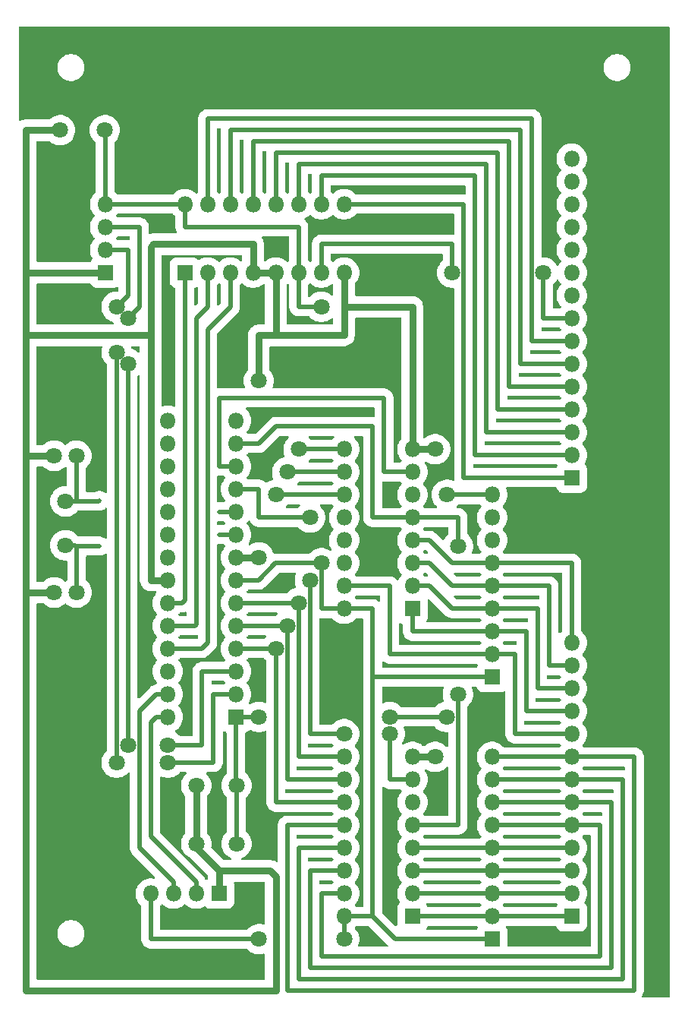
<source format=gbr>
G04 #@! TF.GenerationSoftware,KiCad,Pcbnew,8.0.6*
G04 #@! TF.CreationDate,2025-02-22T09:41:35+01:00*
G04 #@! TF.ProjectId,kbd-term,6b62642d-7465-4726-9d2e-6b696361645f,rev?*
G04 #@! TF.SameCoordinates,PXa24bda0PY1e47770*
G04 #@! TF.FileFunction,Copper,L2,Bot*
G04 #@! TF.FilePolarity,Positive*
%FSLAX46Y46*%
G04 Gerber Fmt 4.6, Leading zero omitted, Abs format (unit mm)*
G04 Created by KiCad (PCBNEW 8.0.6) date 2025-02-22 09:41:35*
%MOMM*%
%LPD*%
G01*
G04 APERTURE LIST*
G04 #@! TA.AperFunction,ComponentPad*
%ADD10R,1.800000X1.800000*%
G04 #@! TD*
G04 #@! TA.AperFunction,ComponentPad*
%ADD11O,1.800000X1.800000*%
G04 #@! TD*
G04 #@! TA.AperFunction,ComponentPad*
%ADD12C,1.800000*%
G04 #@! TD*
G04 #@! TA.AperFunction,ViaPad*
%ADD13C,1.800000*%
G04 #@! TD*
G04 #@! TA.AperFunction,Conductor*
%ADD14C,0.500000*%
G04 #@! TD*
G04 #@! TA.AperFunction,Conductor*
%ADD15C,0.800000*%
G04 #@! TD*
G04 APERTURE END LIST*
D10*
G04 #@! TO.P,U3,1,I3*
G04 #@! TO.N,Net-(J1-Pin_10)*
X-29210000Y-65405000D03*
D11*
G04 #@! TO.P,U3,2,I2*
G04 #@! TO.N,Net-(J1-Pin_11)*
X-29210000Y-62865000D03*
G04 #@! TO.P,U3,3,I1*
G04 #@! TO.N,Net-(J1-Pin_12)*
X-29210000Y-60325000D03*
G04 #@! TO.P,U3,4,I0*
G04 #@! TO.N,Net-(J1-Pin_13)*
X-29210000Y-57785000D03*
G04 #@! TO.P,U3,5,Y*
G04 #@! TO.N,Net-(U2-Y)*
X-29210000Y-55245000D03*
G04 #@! TO.P,U3,6,~{Y}*
G04 #@! TO.N,unconnected-(U3-~{Y}-Pad6)*
X-29210000Y-52705000D03*
G04 #@! TO.P,U3,7,~{OE}*
G04 #@! TO.N,Net-(U3-~{OE})*
X-29210000Y-50165000D03*
G04 #@! TO.P,U3,8,GND*
G04 #@! TO.N,GND*
X-29210000Y-47625000D03*
G04 #@! TO.P,U3,9,S2*
G04 #@! TO.N,Net-(U2-S2)*
X-36830000Y-47625000D03*
G04 #@! TO.P,U3,10,S1*
G04 #@! TO.N,Net-(U2-S1)*
X-36830000Y-50165000D03*
G04 #@! TO.P,U3,11,S0*
G04 #@! TO.N,Net-(U2-S0)*
X-36830000Y-52705000D03*
G04 #@! TO.P,U3,12,I7*
G04 #@! TO.N,unconnected-(U3-I7-Pad12)*
X-36830000Y-55245000D03*
G04 #@! TO.P,U3,13,I6*
G04 #@! TO.N,unconnected-(U3-I6-Pad13)*
X-36830000Y-57785000D03*
G04 #@! TO.P,U3,14,I5*
G04 #@! TO.N,unconnected-(U3-I5-Pad14)*
X-36830000Y-60325000D03*
G04 #@! TO.P,U3,15,I4*
G04 #@! TO.N,Net-(J1-Pin_9)*
X-36830000Y-62865000D03*
G04 #@! TO.P,U3,16,VCC*
G04 #@! TO.N,VCC*
X-36830000Y-65405000D03*
G04 #@! TD*
D12*
G04 #@! TO.P,C3,1*
G04 #@! TO.N,VCC*
X-63540000Y-12065000D03*
G04 #@! TO.P,C3,2*
G04 #@! TO.N,GND*
X-68540000Y-12065000D03*
G04 #@! TD*
G04 #@! TO.P,Y1,1,1*
G04 #@! TO.N,/XTAL2*
X-67945000Y-58330000D03*
G04 #@! TO.P,Y1,2,2*
G04 #@! TO.N,/XTAL1*
X-67945000Y-53430000D03*
G04 #@! TD*
D10*
G04 #@! TO.P,RN2,1,common*
G04 #@! TO.N,VCC*
X-20320000Y-73025000D03*
D11*
G04 #@! TO.P,RN2,2,R1*
G04 #@! TO.N,Net-(J1-Pin_9)*
X-20320000Y-70485000D03*
G04 #@! TO.P,RN2,3,R2*
G04 #@! TO.N,Net-(J1-Pin_10)*
X-20320000Y-67945000D03*
G04 #@! TO.P,RN2,4,R3*
G04 #@! TO.N,Net-(J1-Pin_11)*
X-20320000Y-65405000D03*
G04 #@! TO.P,RN2,5,R4*
G04 #@! TO.N,Net-(J1-Pin_12)*
X-20320000Y-62865000D03*
G04 #@! TO.P,RN2,6,R5*
G04 #@! TO.N,Net-(J1-Pin_13)*
X-20320000Y-60325000D03*
G04 #@! TO.P,RN2,7,R6*
G04 #@! TO.N,unconnected-(RN2-R6-Pad7)*
X-20320000Y-57785000D03*
G04 #@! TO.P,RN2,8,R7*
G04 #@! TO.N,unconnected-(RN2-R7-Pad8)*
X-20320000Y-55245000D03*
G04 #@! TO.P,RN2,9,R8*
G04 #@! TO.N,RST*
X-20320000Y-52705000D03*
G04 #@! TD*
D10*
G04 #@! TO.P,J1,1,Pin_1*
G04 #@! TO.N,Net-(J1-Pin_1)*
X-11430000Y-99695000D03*
D11*
G04 #@! TO.P,J1,2,Pin_2*
G04 #@! TO.N,Net-(J1-Pin_2)*
X-11430000Y-97155000D03*
G04 #@! TO.P,J1,3,Pin_3*
G04 #@! TO.N,Net-(J1-Pin_3)*
X-11430000Y-94615000D03*
G04 #@! TO.P,J1,4,Pin_4*
G04 #@! TO.N,Net-(J1-Pin_4)*
X-11430000Y-92075000D03*
G04 #@! TO.P,J1,5,Pin_5*
G04 #@! TO.N,Net-(J1-Pin_5)*
X-11430000Y-89535000D03*
G04 #@! TO.P,J1,6,Pin_6*
G04 #@! TO.N,Net-(J1-Pin_6)*
X-11430000Y-86995000D03*
G04 #@! TO.P,J1,7,Pin_7*
G04 #@! TO.N,Net-(J1-Pin_7)*
X-11430000Y-84455000D03*
G04 #@! TO.P,J1,8,Pin_8*
G04 #@! TO.N,Net-(J1-Pin_8)*
X-11430000Y-81915000D03*
G04 #@! TO.P,J1,9,Pin_9*
G04 #@! TO.N,Net-(J1-Pin_9)*
X-11430000Y-79375000D03*
G04 #@! TO.P,J1,10,Pin_10*
G04 #@! TO.N,Net-(J1-Pin_10)*
X-11430000Y-76835000D03*
G04 #@! TO.P,J1,11,Pin_11*
G04 #@! TO.N,Net-(J1-Pin_11)*
X-11430000Y-74295000D03*
G04 #@! TO.P,J1,12,Pin_12*
G04 #@! TO.N,Net-(J1-Pin_12)*
X-11430000Y-71755000D03*
G04 #@! TO.P,J1,13,Pin_13*
G04 #@! TO.N,Net-(J1-Pin_13)*
X-11430000Y-69215000D03*
G04 #@! TD*
D10*
G04 #@! TO.P,J4,1,Pin_1*
G04 #@! TO.N,GND*
X-50800000Y-97155000D03*
D11*
G04 #@! TO.P,J4,2,Pin_2*
G04 #@! TO.N,/SCL*
X-53340000Y-97155000D03*
G04 #@! TO.P,J4,3,Pin_3*
G04 #@! TO.N,/SDA*
X-55880000Y-97155000D03*
G04 #@! TO.P,J4,4,Pin_4*
G04 #@! TO.N,VCC*
X-58420000Y-97155000D03*
G04 #@! TD*
D12*
G04 #@! TO.P,C1,1*
G04 #@! TO.N,GND*
X-69215000Y-48350000D03*
G04 #@! TO.P,C1,2*
G04 #@! TO.N,/XTAL1*
X-66715000Y-48350000D03*
G04 #@! TD*
G04 #@! TO.P,C2,1*
G04 #@! TO.N,GND*
X-69195000Y-63590000D03*
G04 #@! TO.P,C2,2*
G04 #@! TO.N,/XTAL2*
X-66695000Y-63590000D03*
G04 #@! TD*
D10*
G04 #@! TO.P,U5,1,~{RESET}/PC6*
G04 #@! TO.N,RST*
X-48895000Y-77470000D03*
D11*
G04 #@! TO.P,U5,2,PD0*
G04 #@! TO.N,/RXD*
X-48895000Y-74930000D03*
G04 #@! TO.P,U5,3,PD1*
G04 #@! TO.N,/TXD*
X-48895000Y-72390000D03*
G04 #@! TO.P,U5,4,PD2*
G04 #@! TO.N,Net-(U2-S0)*
X-48895000Y-69850000D03*
G04 #@! TO.P,U5,5,PD3*
G04 #@! TO.N,Net-(U2-S1)*
X-48895000Y-67310000D03*
G04 #@! TO.P,U5,6,PD4*
G04 #@! TO.N,Net-(U2-S2)*
X-48895000Y-64770000D03*
G04 #@! TO.P,U5,7,VCC*
G04 #@! TO.N,VCC*
X-48895000Y-62230000D03*
G04 #@! TO.P,U5,8,GND*
G04 #@! TO.N,GND*
X-48895000Y-59690000D03*
G04 #@! TO.P,U5,9,XTAL1/PB6*
G04 #@! TO.N,/XTAL1*
X-48895000Y-57150000D03*
G04 #@! TO.P,U5,10,XTAL2/PB7*
G04 #@! TO.N,/XTAL2*
X-48895000Y-54610000D03*
G04 #@! TO.P,U5,11,PD5*
G04 #@! TO.N,Net-(U2-~{OE})*
X-48895000Y-52070000D03*
G04 #@! TO.P,U5,12,PD6*
G04 #@! TO.N,Net-(U3-~{OE})*
X-48895000Y-49530000D03*
G04 #@! TO.P,U5,13,PD7*
G04 #@! TO.N,Net-(U2-Y)*
X-48895000Y-46990000D03*
G04 #@! TO.P,U5,14,PB0*
G04 #@! TO.N,unconnected-(U5-PB0-Pad14)*
X-48895000Y-44450000D03*
G04 #@! TO.P,U5,15,PB1*
G04 #@! TO.N,unconnected-(U5-PB1-Pad15)*
X-56515000Y-44450000D03*
G04 #@! TO.P,U5,16,PB2*
G04 #@! TO.N,unconnected-(U5-PB2-Pad16)*
X-56515000Y-46990000D03*
G04 #@! TO.P,U5,17,PB3*
G04 #@! TO.N,unconnected-(U5-PB3-Pad17)*
X-56515000Y-49530000D03*
G04 #@! TO.P,U5,18,PB4*
G04 #@! TO.N,unconnected-(U5-PB4-Pad18)*
X-56515000Y-52070000D03*
G04 #@! TO.P,U5,19,PB5*
G04 #@! TO.N,unconnected-(U5-PB5-Pad19)*
X-56515000Y-54610000D03*
G04 #@! TO.P,U5,20,AVCC*
G04 #@! TO.N,unconnected-(U5-AVCC-Pad20)*
X-56515000Y-57150000D03*
G04 #@! TO.P,U5,21,AREF*
G04 #@! TO.N,unconnected-(U5-AREF-Pad21)*
X-56515000Y-59690000D03*
G04 #@! TO.P,U5,22,GND*
G04 #@! TO.N,GND*
X-56515000Y-62230000D03*
G04 #@! TO.P,U5,23,PC0*
G04 #@! TO.N,Net-(U1-A0)*
X-56515000Y-64770000D03*
G04 #@! TO.P,U5,24,PC1*
G04 #@! TO.N,Net-(U1-A1)*
X-56515000Y-67310000D03*
G04 #@! TO.P,U5,25,PC2*
G04 #@! TO.N,Net-(U1-A2)*
X-56515000Y-69850000D03*
G04 #@! TO.P,U5,26,PC3*
G04 #@! TO.N,unconnected-(U5-PC3-Pad26)*
X-56515000Y-72390000D03*
G04 #@! TO.P,U5,27,PC4*
G04 #@! TO.N,/SDA*
X-56515000Y-74930000D03*
G04 #@! TO.P,U5,28,PC5*
G04 #@! TO.N,/SCL*
X-56515000Y-77470000D03*
G04 #@! TD*
D10*
G04 #@! TO.P,U1,1,A0*
G04 #@! TO.N,Net-(U1-A0)*
X-54610000Y-27940000D03*
D11*
G04 #@! TO.P,U1,2,A1*
G04 #@! TO.N,Net-(U1-A1)*
X-52070000Y-27940000D03*
G04 #@! TO.P,U1,3,A2*
G04 #@! TO.N,Net-(U1-A2)*
X-49530000Y-27940000D03*
G04 #@! TO.P,U1,4,E1*
G04 #@! TO.N,GND*
X-46990000Y-27940000D03*
G04 #@! TO.P,U1,5,E2*
X-44450000Y-27940000D03*
G04 #@! TO.P,U1,6,E3*
G04 #@! TO.N,VCC*
X-41910000Y-27940000D03*
G04 #@! TO.P,U1,7,O7*
G04 #@! TO.N,Net-(J2-Pin_8)*
X-39370000Y-27940000D03*
G04 #@! TO.P,U1,8,GND*
G04 #@! TO.N,GND*
X-36830000Y-27940000D03*
G04 #@! TO.P,U1,9,O6*
G04 #@! TO.N,Net-(J2-Pin_1)*
X-36830000Y-20320000D03*
G04 #@! TO.P,U1,10,O5*
G04 #@! TO.N,Net-(J2-Pin_2)*
X-39370000Y-20320000D03*
G04 #@! TO.P,U1,11,O4*
G04 #@! TO.N,Net-(J2-Pin_3)*
X-41910000Y-20320000D03*
G04 #@! TO.P,U1,12,O3*
G04 #@! TO.N,Net-(J2-Pin_4)*
X-44450000Y-20320000D03*
G04 #@! TO.P,U1,13,O2*
G04 #@! TO.N,Net-(J2-Pin_5)*
X-46990000Y-20320000D03*
G04 #@! TO.P,U1,14,O1*
G04 #@! TO.N,Net-(J2-Pin_6)*
X-49530000Y-20320000D03*
G04 #@! TO.P,U1,15,O0*
G04 #@! TO.N,Net-(J2-Pin_7)*
X-52070000Y-20320000D03*
G04 #@! TO.P,U1,16,VCC*
G04 #@! TO.N,VCC*
X-54610000Y-20320000D03*
G04 #@! TD*
D10*
G04 #@! TO.P,J2,1,Pin_1*
G04 #@! TO.N,Net-(J2-Pin_1)*
X-11430000Y-50800000D03*
D11*
G04 #@! TO.P,J2,2,Pin_2*
G04 #@! TO.N,Net-(J2-Pin_2)*
X-11430000Y-48260000D03*
G04 #@! TO.P,J2,3,Pin_3*
G04 #@! TO.N,Net-(J2-Pin_3)*
X-11430000Y-45720000D03*
G04 #@! TO.P,J2,4,Pin_4*
G04 #@! TO.N,Net-(J2-Pin_4)*
X-11430000Y-43180000D03*
G04 #@! TO.P,J2,5,Pin_5*
G04 #@! TO.N,Net-(J2-Pin_5)*
X-11430000Y-40640000D03*
G04 #@! TO.P,J2,6,Pin_6*
G04 #@! TO.N,Net-(J2-Pin_6)*
X-11430000Y-38100000D03*
G04 #@! TO.P,J2,7,Pin_7*
G04 #@! TO.N,Net-(J2-Pin_7)*
X-11430000Y-35560000D03*
G04 #@! TO.P,J2,8,Pin_8*
G04 #@! TO.N,Net-(J2-Pin_8)*
X-11430000Y-33020000D03*
G04 #@! TO.P,J2,9,Pin_9*
G04 #@! TO.N,unconnected-(J2-Pin_9-Pad9)*
X-11430000Y-30480000D03*
G04 #@! TO.P,J2,10,Pin_10*
G04 #@! TO.N,unconnected-(J2-Pin_10-Pad10)*
X-11430000Y-27940000D03*
G04 #@! TO.P,J2,11,Pin_11*
G04 #@! TO.N,unconnected-(J2-Pin_11-Pad11)*
X-11430000Y-25400000D03*
G04 #@! TO.P,J2,12,Pin_12*
G04 #@! TO.N,unconnected-(J2-Pin_12-Pad12)*
X-11430000Y-22860000D03*
G04 #@! TO.P,J2,13,Pin_13*
G04 #@! TO.N,unconnected-(J2-Pin_13-Pad13)*
X-11430000Y-20320000D03*
G04 #@! TO.P,J2,14,Pin_14*
G04 #@! TO.N,unconnected-(J2-Pin_14-Pad14)*
X-11430000Y-17780000D03*
G04 #@! TO.P,J2,15,Pin_15*
G04 #@! TO.N,unconnected-(J2-Pin_15-Pad15)*
X-11430000Y-15240000D03*
G04 #@! TD*
D12*
G04 #@! TO.P,SW1,1,1*
G04 #@! TO.N,RST*
X-48840000Y-85090000D03*
X-48840000Y-91590000D03*
G04 #@! TO.P,SW1,2,2*
G04 #@! TO.N,GND*
X-53340000Y-85090000D03*
X-53340000Y-91590000D03*
G04 #@! TD*
D10*
G04 #@! TO.P,J3,1,Pin_1*
G04 #@! TO.N,GND*
X-63500000Y-27940000D03*
D11*
G04 #@! TO.P,J3,2,Pin_2*
G04 #@! TO.N,/RXD*
X-63500000Y-25400000D03*
G04 #@! TO.P,J3,3,Pin_3*
G04 #@! TO.N,/TXD*
X-63500000Y-22860000D03*
G04 #@! TO.P,J3,4,Pin_4*
G04 #@! TO.N,VCC*
X-63500000Y-20320000D03*
G04 #@! TD*
D10*
G04 #@! TO.P,U2,1,I3*
G04 #@! TO.N,Net-(J1-Pin_1)*
X-29210000Y-99695000D03*
D11*
G04 #@! TO.P,U2,2,I2*
G04 #@! TO.N,Net-(J1-Pin_2)*
X-29210000Y-97155000D03*
G04 #@! TO.P,U2,3,I1*
G04 #@! TO.N,Net-(J1-Pin_3)*
X-29210000Y-94615000D03*
G04 #@! TO.P,U2,4,I0*
G04 #@! TO.N,Net-(J1-Pin_4)*
X-29210000Y-92075000D03*
G04 #@! TO.P,U2,5,Y*
G04 #@! TO.N,Net-(U2-Y)*
X-29210000Y-89535000D03*
G04 #@! TO.P,U2,6,~{Y}*
G04 #@! TO.N,unconnected-(U2-~{Y}-Pad6)*
X-29210000Y-86995000D03*
G04 #@! TO.P,U2,7,~{OE}*
G04 #@! TO.N,Net-(U2-~{OE})*
X-29210000Y-84455000D03*
G04 #@! TO.P,U2,8,GND*
G04 #@! TO.N,GND*
X-29210000Y-81915000D03*
G04 #@! TO.P,U2,9,S2*
G04 #@! TO.N,Net-(U2-S2)*
X-36830000Y-81915000D03*
G04 #@! TO.P,U2,10,S1*
G04 #@! TO.N,Net-(U2-S1)*
X-36830000Y-84455000D03*
G04 #@! TO.P,U2,11,S0*
G04 #@! TO.N,Net-(U2-S0)*
X-36830000Y-86995000D03*
G04 #@! TO.P,U2,12,I7*
G04 #@! TO.N,Net-(J1-Pin_8)*
X-36830000Y-89535000D03*
G04 #@! TO.P,U2,13,I6*
G04 #@! TO.N,Net-(J1-Pin_7)*
X-36830000Y-92075000D03*
G04 #@! TO.P,U2,14,I5*
G04 #@! TO.N,Net-(J1-Pin_6)*
X-36830000Y-94615000D03*
G04 #@! TO.P,U2,15,I4*
G04 #@! TO.N,Net-(J1-Pin_5)*
X-36830000Y-97155000D03*
G04 #@! TO.P,U2,16,VCC*
G04 #@! TO.N,VCC*
X-36830000Y-99695000D03*
G04 #@! TD*
D10*
G04 #@! TO.P,RN1,1,common*
G04 #@! TO.N,VCC*
X-20320000Y-102235000D03*
D11*
G04 #@! TO.P,RN1,2,R1*
G04 #@! TO.N,Net-(J1-Pin_1)*
X-20320000Y-99695000D03*
G04 #@! TO.P,RN1,3,R2*
G04 #@! TO.N,Net-(J1-Pin_2)*
X-20320000Y-97155000D03*
G04 #@! TO.P,RN1,4,R3*
G04 #@! TO.N,Net-(J1-Pin_3)*
X-20320000Y-94615000D03*
G04 #@! TO.P,RN1,5,R4*
G04 #@! TO.N,Net-(J1-Pin_4)*
X-20320000Y-92075000D03*
G04 #@! TO.P,RN1,6,R5*
G04 #@! TO.N,Net-(J1-Pin_5)*
X-20320000Y-89535000D03*
G04 #@! TO.P,RN1,7,R6*
G04 #@! TO.N,Net-(J1-Pin_6)*
X-20320000Y-86995000D03*
G04 #@! TO.P,RN1,8,R7*
G04 #@! TO.N,Net-(J1-Pin_7)*
X-20320000Y-84455000D03*
G04 #@! TO.P,RN1,9,R8*
G04 #@! TO.N,Net-(J1-Pin_8)*
X-20320000Y-81915000D03*
G04 #@! TD*
D13*
G04 #@! TO.N,VCC*
X-36830000Y-102235000D03*
X-39370000Y-31750000D03*
X-46355000Y-102235000D03*
X-39370000Y-60325000D03*
G04 #@! TO.N,GND*
X-46355000Y-40005000D03*
X-26670000Y-47625000D03*
X-46355000Y-59690000D03*
X-26670000Y-81915000D03*
G04 #@! TO.N,Net-(J2-Pin_8)*
X-24765000Y-27940000D03*
X-14605000Y-27940000D03*
G04 #@! TO.N,Net-(U2-~{OE})*
X-31750000Y-79375000D03*
X-40640000Y-55245000D03*
X-40640000Y-62230000D03*
X-36830000Y-79375000D03*
G04 #@! TO.N,Net-(U2-S0)*
X-44450000Y-52705000D03*
X-44450000Y-69850000D03*
G04 #@! TO.N,Net-(U2-S2)*
X-41910000Y-64770000D03*
X-41910000Y-47625000D03*
G04 #@! TO.N,Net-(U2-S1)*
X-43180000Y-67310000D03*
X-43180000Y-50165000D03*
G04 #@! TO.N,Net-(U2-Y)*
X-24130000Y-58420000D03*
X-24130000Y-74930000D03*
G04 #@! TO.N,/TXD*
X-60960000Y-38100000D03*
X-56515000Y-80645000D03*
X-60960000Y-80645000D03*
X-60960000Y-33020000D03*
G04 #@! TO.N,/RXD*
X-62230000Y-31750000D03*
X-62230000Y-82550000D03*
X-62230000Y-36830000D03*
X-56515000Y-82550000D03*
G04 #@! TO.N,RST*
X-46355000Y-77470000D03*
X-25370000Y-52705000D03*
X-25370000Y-77470000D03*
X-31750000Y-77470000D03*
G04 #@! TD*
D14*
G04 #@! TO.N,VCC*
X-33655000Y-65405000D02*
X-36830000Y-65405000D01*
X-46365000Y-62220000D02*
X-44470000Y-60325000D01*
X-33655000Y-75565000D02*
X-33655000Y-99695000D01*
X-33655000Y-99695000D02*
X-36830000Y-99695000D01*
X-33655000Y-73025000D02*
X-33655000Y-65405000D01*
X-46355000Y-102235000D02*
X-58420000Y-102235000D01*
X-20320000Y-73025000D02*
X-33655000Y-73025000D01*
X-48905000Y-62220000D02*
X-46365000Y-62220000D01*
X-39370000Y-31750000D02*
X-41910000Y-31750000D01*
X-63500000Y-20320000D02*
X-63500000Y-19685000D01*
X-33655000Y-75565000D02*
X-33655000Y-73025000D01*
X-63500000Y-20320000D02*
X-63500000Y-12105000D01*
X-20320000Y-102235000D02*
X-31115000Y-102235000D01*
X-41910000Y-22860000D02*
X-54610000Y-22860000D01*
X-41910000Y-27940000D02*
X-41910000Y-22860000D01*
X-63500000Y-12105000D02*
X-63540000Y-12065000D01*
X-44470000Y-60325000D02*
X-39370000Y-60325000D01*
X-54610000Y-20320000D02*
X-63500000Y-20320000D01*
X-54610000Y-22860000D02*
X-54610000Y-20320000D01*
X-36830000Y-99695000D02*
X-36830000Y-102235000D01*
X-63500000Y-19685000D02*
X-63460000Y-19645000D01*
X-31115000Y-102235000D02*
X-33655000Y-99695000D01*
X-39370000Y-60325000D02*
X-39370000Y-65405000D01*
X-41910000Y-31750000D02*
X-41910000Y-27940000D01*
X-39370000Y-65405000D02*
X-36830000Y-65405000D01*
X-58420000Y-102235000D02*
X-58420000Y-97155000D01*
D15*
G04 #@! TO.N,GND*
X-72300000Y-63590000D02*
X-72390000Y-63500000D01*
X-58102500Y-24765000D02*
X-46990000Y-24765000D01*
X-72390000Y-34925000D02*
X-72390000Y-27940000D01*
X-56525000Y-62220000D02*
X-58410000Y-62220000D01*
X-36830000Y-34925000D02*
X-36830000Y-31750000D01*
X-46990000Y-24765000D02*
X-46990000Y-27940000D01*
X-72390000Y-63500000D02*
X-72390000Y-48260000D01*
X-46355000Y-40005000D02*
X-46355000Y-34925000D01*
X-36830000Y-27940000D02*
X-36830000Y-31750000D01*
X-26670000Y-47625000D02*
X-29210000Y-47625000D01*
X-72390000Y-27940000D02*
X-63500000Y-27940000D01*
X-46355000Y-34925000D02*
X-44450000Y-34925000D01*
X-53340000Y-91590000D02*
X-53340000Y-92075000D01*
X-50800000Y-94615000D02*
X-45085000Y-94615000D01*
X-36830000Y-31750000D02*
X-29210000Y-31750000D01*
X-58420000Y-34925000D02*
X-58420000Y-27940000D01*
X-58410000Y-62220000D02*
X-58420000Y-62230000D01*
X-29210000Y-81915000D02*
X-26670000Y-81915000D01*
X-58420000Y-62230000D02*
X-58420000Y-34925000D01*
X-69215000Y-48350000D02*
X-72300000Y-48350000D01*
X-69195000Y-63590000D02*
X-72300000Y-63590000D01*
X-46365000Y-59680000D02*
X-46355000Y-59690000D01*
X-72390000Y-34925000D02*
X-58420000Y-34925000D01*
X-44450000Y-27940000D02*
X-44450000Y-34925000D01*
X-72300000Y-48350000D02*
X-72390000Y-48260000D01*
X-53340000Y-91590000D02*
X-53340000Y-85090000D01*
X-44450000Y-107950000D02*
X-58410000Y-107950000D01*
X-44450000Y-27940000D02*
X-46990000Y-27940000D01*
X-45085000Y-94615000D02*
X-44450000Y-95250000D01*
X-72390000Y-12065000D02*
X-72390000Y-27940000D01*
X-53340000Y-92075000D02*
X-50800000Y-94615000D01*
X-58420000Y-25082500D02*
X-58102500Y-24765000D01*
X-44450000Y-34925000D02*
X-36830000Y-34925000D01*
X-29210000Y-31750000D02*
X-29210000Y-47625000D01*
X-44450000Y-95250000D02*
X-44450000Y-107950000D01*
X-48905000Y-59680000D02*
X-46365000Y-59680000D01*
X-50800000Y-97155000D02*
X-50800000Y-94615000D01*
X-68540000Y-12065000D02*
X-72390000Y-12065000D01*
X-72390000Y-48260000D02*
X-72390000Y-34925000D01*
X-58410000Y-107950000D02*
X-72390000Y-107950000D01*
X-58420000Y-27940000D02*
X-58420000Y-25082500D01*
X-72390000Y-107950000D02*
X-72390000Y-63500000D01*
D14*
G04 #@! TO.N,Net-(J1-Pin_4)*
X-29210000Y-92075000D02*
X-19050000Y-92075000D01*
X-19050000Y-92075000D02*
X-11430000Y-92075000D01*
G04 #@! TO.N,Net-(J1-Pin_8)*
X-43180000Y-107950000D02*
X-43180000Y-89535000D01*
X-11430000Y-81915000D02*
X-4445000Y-81915000D01*
X-43180000Y-89535000D02*
X-36830000Y-89535000D01*
X-4445000Y-81915000D02*
X-4445000Y-107950000D01*
X-4445000Y-107950000D02*
X-43180000Y-107950000D01*
X-11430000Y-81915000D02*
X-20320000Y-81915000D01*
G04 #@! TO.N,Net-(J1-Pin_12)*
X-11430000Y-71755000D02*
X-13970000Y-71755000D01*
X-20320000Y-62865000D02*
X-24765000Y-62865000D01*
X-27305000Y-60325000D02*
X-29210000Y-60325000D01*
X-13970000Y-62865000D02*
X-20320000Y-62865000D01*
X-13970000Y-71755000D02*
X-13970000Y-62865000D01*
X-24765000Y-62865000D02*
X-27305000Y-60325000D01*
G04 #@! TO.N,Net-(J1-Pin_11)*
X-24765000Y-65405000D02*
X-27305000Y-62865000D01*
X-11430000Y-74295000D02*
X-15240000Y-74295000D01*
X-20320000Y-65405000D02*
X-24765000Y-65405000D01*
X-27305000Y-62865000D02*
X-29210000Y-62865000D01*
X-15240000Y-65405000D02*
X-20320000Y-65405000D01*
X-15240000Y-74295000D02*
X-15240000Y-65405000D01*
G04 #@! TO.N,Net-(J1-Pin_1)*
X-29210000Y-99695000D02*
X-19050000Y-99695000D01*
X-19050000Y-99695000D02*
X-11430000Y-99695000D01*
G04 #@! TO.N,Net-(J1-Pin_9)*
X-31750000Y-70485000D02*
X-20320000Y-70485000D01*
X-17780000Y-70485000D02*
X-17780000Y-79375000D01*
X-20320000Y-70485000D02*
X-17780000Y-70485000D01*
X-31750000Y-62865000D02*
X-36830000Y-62865000D01*
X-31750000Y-62865000D02*
X-31750000Y-70485000D01*
X-17780000Y-79375000D02*
X-11430000Y-79375000D01*
G04 #@! TO.N,Net-(J1-Pin_10)*
X-16510000Y-67945000D02*
X-20320000Y-67945000D01*
X-29210000Y-67945000D02*
X-20320000Y-67945000D01*
X-11430000Y-76835000D02*
X-16510000Y-76835000D01*
X-16510000Y-76835000D02*
X-16510000Y-67945000D01*
X-29210000Y-65405000D02*
X-29210000Y-67945000D01*
G04 #@! TO.N,Net-(J1-Pin_7)*
X-41910000Y-92075000D02*
X-41910000Y-106680000D01*
X-41910000Y-106680000D02*
X-5715000Y-106680000D01*
X-36830000Y-92075000D02*
X-41910000Y-92075000D01*
X-5715000Y-106680000D02*
X-5715000Y-84455000D01*
X-5715000Y-84455000D02*
X-11430000Y-84455000D01*
X-11430000Y-84455000D02*
X-20320000Y-84455000D01*
G04 #@! TO.N,Net-(J1-Pin_6)*
X-11430000Y-86995000D02*
X-6985000Y-86995000D01*
X-6985000Y-105410000D02*
X-40640000Y-105410000D01*
X-11430000Y-86995000D02*
X-20320000Y-86995000D01*
X-40640000Y-94615000D02*
X-36830000Y-94615000D01*
X-40640000Y-105410000D02*
X-40640000Y-94615000D01*
X-6985000Y-95885000D02*
X-6985000Y-105410000D01*
X-6985000Y-86995000D02*
X-6985000Y-95885000D01*
G04 #@! TO.N,Net-(J1-Pin_5)*
X-8255000Y-89535000D02*
X-11430000Y-89535000D01*
X-36830000Y-97155000D02*
X-39370000Y-97155000D01*
X-39370000Y-97155000D02*
X-39370000Y-104140000D01*
X-8255000Y-104140000D02*
X-8255000Y-89535000D01*
X-39370000Y-104140000D02*
X-8255000Y-104140000D01*
X-11430000Y-89535000D02*
X-20320000Y-89535000D01*
G04 #@! TO.N,Net-(J1-Pin_3)*
X-19050000Y-94615000D02*
X-11430000Y-94615000D01*
X-29210000Y-94615000D02*
X-19050000Y-94615000D01*
G04 #@! TO.N,Net-(J1-Pin_13)*
X-20320000Y-60325000D02*
X-24765000Y-60325000D01*
X-11430000Y-60325000D02*
X-20320000Y-60325000D01*
X-24765000Y-60325000D02*
X-27305000Y-57785000D01*
X-27305000Y-57785000D02*
X-29210000Y-57785000D01*
X-11430000Y-69215000D02*
X-11430000Y-60325000D01*
G04 #@! TO.N,Net-(J1-Pin_2)*
X-29210000Y-97155000D02*
X-19050000Y-97155000D01*
X-19050000Y-97155000D02*
X-11430000Y-97155000D01*
G04 #@! TO.N,Net-(J2-Pin_4)*
X-19685000Y-43180000D02*
X-19685000Y-14605000D01*
X-44450000Y-14605000D02*
X-44450000Y-20320000D01*
X-19685000Y-14605000D02*
X-44450000Y-14605000D01*
X-11430000Y-43180000D02*
X-19685000Y-43180000D01*
G04 #@! TO.N,Net-(J2-Pin_8)*
X-24765000Y-24765000D02*
X-39370000Y-24765000D01*
X-11430000Y-33020000D02*
X-14605000Y-33020000D01*
X-24765000Y-27940000D02*
X-24765000Y-24765000D01*
X-39370000Y-24765000D02*
X-39370000Y-27940000D01*
X-14605000Y-33020000D02*
X-14605000Y-27940000D01*
G04 #@! TO.N,Net-(J2-Pin_7)*
X-52070000Y-10795000D02*
X-52070000Y-20320000D01*
X-15875000Y-35560000D02*
X-15875000Y-10795000D01*
X-11430000Y-35560000D02*
X-15875000Y-35560000D01*
X-15875000Y-10795000D02*
X-52070000Y-10795000D01*
G04 #@! TO.N,Net-(J2-Pin_3)*
X-41910000Y-15875000D02*
X-20955000Y-15875000D01*
X-20955000Y-45720000D02*
X-11430000Y-45720000D01*
X-41910000Y-20320000D02*
X-41910000Y-15875000D01*
X-20955000Y-15875000D02*
X-20955000Y-45720000D01*
G04 #@! TO.N,Net-(J2-Pin_1)*
X-36830000Y-20320000D02*
X-23495000Y-20320000D01*
X-23495000Y-50800000D02*
X-11430000Y-50800000D01*
X-23495000Y-20320000D02*
X-23495000Y-50800000D01*
G04 #@! TO.N,Net-(J2-Pin_6)*
X-17145000Y-12065000D02*
X-49530000Y-12065000D01*
X-49530000Y-12065000D02*
X-49530000Y-20320000D01*
X-11430000Y-38100000D02*
X-17145000Y-38100000D01*
X-17145000Y-38100000D02*
X-17145000Y-12065000D01*
G04 #@! TO.N,Net-(J2-Pin_2)*
X-39370000Y-17145000D02*
X-39370000Y-20320000D01*
X-22225000Y-48260000D02*
X-22225000Y-17145000D01*
X-11430000Y-48260000D02*
X-22225000Y-48260000D01*
X-22225000Y-17145000D02*
X-39370000Y-17145000D01*
G04 #@! TO.N,Net-(J2-Pin_5)*
X-46990000Y-20320000D02*
X-46990000Y-13335000D01*
X-46990000Y-13335000D02*
X-18415000Y-13335000D01*
X-18415000Y-13335000D02*
X-18415000Y-40640000D01*
X-18415000Y-40640000D02*
X-11430000Y-40640000D01*
G04 #@! TO.N,Net-(U1-A0)*
X-53975000Y-28575000D02*
X-54610000Y-27940000D01*
X-54610000Y-64465000D02*
X-54610000Y-27940000D01*
X-54905000Y-64760000D02*
X-54610000Y-64465000D01*
X-56525000Y-64760000D02*
X-54905000Y-64760000D01*
G04 #@! TO.N,Net-(U1-A2)*
X-52070000Y-69195000D02*
X-52070000Y-34290000D01*
X-49530000Y-31750000D02*
X-49530000Y-27940000D01*
X-56525000Y-69840000D02*
X-52715000Y-69840000D01*
X-52715000Y-69840000D02*
X-52070000Y-69195000D01*
X-52070000Y-34290000D02*
X-49530000Y-31750000D01*
G04 #@! TO.N,Net-(U1-A1)*
X-52070000Y-31750000D02*
X-52070000Y-27940000D01*
X-53515000Y-67300000D02*
X-53340000Y-67125000D01*
X-53340000Y-33020000D02*
X-52070000Y-31750000D01*
X-56525000Y-67300000D02*
X-53515000Y-67300000D01*
X-53340000Y-67125000D02*
X-53340000Y-33020000D01*
G04 #@! TO.N,Net-(U2-~{OE})*
X-46990000Y-52070000D02*
X-47000000Y-52060000D01*
X-46355000Y-55245000D02*
X-46355000Y-52070000D01*
X-40640000Y-55245000D02*
X-46355000Y-55245000D01*
X-46355000Y-52070000D02*
X-46990000Y-52070000D01*
X-47000000Y-52060000D02*
X-48905000Y-52060000D01*
X-31750000Y-84455000D02*
X-31750000Y-79375000D01*
X-40640000Y-62230000D02*
X-40640000Y-79375000D01*
X-29210000Y-84455000D02*
X-31750000Y-84455000D01*
X-40640000Y-79375000D02*
X-36830000Y-79375000D01*
G04 #@! TO.N,Net-(U2-S0)*
X-44450000Y-69850000D02*
X-44450000Y-86995000D01*
X-36830000Y-52705000D02*
X-44450000Y-52705000D01*
X-48895000Y-69850000D02*
X-48905000Y-69840000D01*
X-44450000Y-86995000D02*
X-36830000Y-86995000D01*
X-44450000Y-69850000D02*
X-48895000Y-69850000D01*
G04 #@! TO.N,Net-(U2-S2)*
X-41920000Y-64760000D02*
X-48905000Y-64760000D01*
X-36830000Y-47625000D02*
X-41910000Y-47625000D01*
X-41910000Y-64770000D02*
X-41910000Y-81915000D01*
X-41910000Y-64770000D02*
X-41920000Y-64760000D01*
X-41910000Y-81915000D02*
X-36830000Y-81915000D01*
G04 #@! TO.N,Net-(U2-S1)*
X-43180000Y-67310000D02*
X-43815000Y-67310000D01*
X-36830000Y-50165000D02*
X-43180000Y-50165000D01*
X-43180000Y-84455000D02*
X-36830000Y-84455000D01*
X-43825000Y-67300000D02*
X-48905000Y-67300000D01*
X-43180000Y-67310000D02*
X-43180000Y-84455000D01*
X-43815000Y-67310000D02*
X-43825000Y-67300000D01*
G04 #@! TO.N,Net-(U2-Y)*
X-29210000Y-55245000D02*
X-33655000Y-55245000D01*
X-46345000Y-46980000D02*
X-48905000Y-46980000D01*
X-33655000Y-45085000D02*
X-44450000Y-45085000D01*
X-24130000Y-58420000D02*
X-24130000Y-55245000D01*
X-24130000Y-89535000D02*
X-24130000Y-74930000D01*
X-44450000Y-45085000D02*
X-46345000Y-46980000D01*
X-33655000Y-55245000D02*
X-33655000Y-45085000D01*
X-29210000Y-89535000D02*
X-24130000Y-89535000D01*
X-24130000Y-55245000D02*
X-29210000Y-55245000D01*
G04 #@! TO.N,Net-(U3-~{OE})*
X-32385000Y-41910000D02*
X-50800000Y-41910000D01*
X-50800000Y-41910000D02*
X-50800000Y-49510000D01*
X-29210000Y-50165000D02*
X-32385000Y-50165000D01*
X-50800000Y-49510000D02*
X-50790000Y-49520000D01*
X-50790000Y-49520000D02*
X-48905000Y-49520000D01*
X-32385000Y-50165000D02*
X-32385000Y-41910000D01*
G04 #@! TO.N,/XTAL1*
X-64135000Y-53340000D02*
X-64225000Y-53430000D01*
X-66675000Y-53430000D02*
X-67945000Y-53430000D01*
X-66715000Y-48350000D02*
X-66715000Y-53390000D01*
X-66675000Y-53430000D02*
X-64225000Y-53430000D01*
X-48905000Y-57140000D02*
X-50790000Y-57140000D01*
X-66715000Y-53390000D02*
X-66675000Y-53430000D01*
X-50800000Y-57150000D02*
X-50790000Y-57140000D01*
G04 #@! TO.N,/XTAL2*
X-50790000Y-54600000D02*
X-50800000Y-54610000D01*
X-66675000Y-58510000D02*
X-66855000Y-58330000D01*
X-67765000Y-58510000D02*
X-67945000Y-58330000D01*
X-66855000Y-58330000D02*
X-67945000Y-58330000D01*
X-66695000Y-63590000D02*
X-66695000Y-58530000D01*
X-66695000Y-58530000D02*
X-66675000Y-58510000D01*
X-66585000Y-58420000D02*
X-66675000Y-58510000D01*
X-48905000Y-54600000D02*
X-50790000Y-54600000D01*
X-64135000Y-58420000D02*
X-66585000Y-58420000D01*
G04 #@! TO.N,/TXD*
X-60960000Y-33020000D02*
X-59690000Y-31750000D01*
X-52695000Y-72380000D02*
X-52705000Y-72390000D01*
X-59690000Y-22860000D02*
X-63500000Y-22860000D01*
X-52705000Y-80645000D02*
X-56515000Y-80645000D01*
X-52705000Y-72390000D02*
X-52705000Y-80645000D01*
X-48905000Y-72380000D02*
X-52695000Y-72380000D01*
X-60960000Y-80645000D02*
X-60960000Y-38100000D01*
X-59690000Y-31750000D02*
X-59690000Y-22860000D01*
G04 #@! TO.N,/RXD*
X-62230000Y-31750000D02*
X-60960000Y-30480000D01*
X-51435000Y-74930000D02*
X-51435000Y-82550000D01*
X-51425000Y-74920000D02*
X-51435000Y-74930000D01*
X-60960000Y-30480000D02*
X-60960000Y-25400000D01*
X-48905000Y-74920000D02*
X-51425000Y-74920000D01*
X-62230000Y-82550000D02*
X-62230000Y-36830000D01*
X-51435000Y-82550000D02*
X-56515000Y-82550000D01*
X-60960000Y-25400000D02*
X-63500000Y-25400000D01*
G04 #@! TO.N,/SCL*
X-53340000Y-95885000D02*
X-58420000Y-90805000D01*
X-58420000Y-90805000D02*
X-58420000Y-78105000D01*
X-56525000Y-77460000D02*
X-57775000Y-77460000D01*
X-57775000Y-77460000D02*
X-58420000Y-78105000D01*
X-53340000Y-97155000D02*
X-53340000Y-95885000D01*
G04 #@! TO.N,RST*
X-46355000Y-77470000D02*
X-46365000Y-77460000D01*
X-48905000Y-85025000D02*
X-48840000Y-85090000D01*
X-48905000Y-77460000D02*
X-48905000Y-85025000D01*
X-48840000Y-91590000D02*
X-48840000Y-85090000D01*
X-25370000Y-77470000D02*
X-31750000Y-77470000D01*
X-25370000Y-52705000D02*
X-20320000Y-52705000D01*
X-46365000Y-77460000D02*
X-48905000Y-77460000D01*
G04 #@! TO.N,/SDA*
X-55880000Y-95885000D02*
X-59690000Y-92075000D01*
X-59690000Y-92075000D02*
X-59690000Y-76835000D01*
X-57775000Y-74920000D02*
X-59690000Y-76835000D01*
X-55880000Y-97155000D02*
X-55880000Y-95885000D01*
X-56525000Y-74920000D02*
X-57775000Y-74920000D01*
G04 #@! TD*
G04 #@! TA.AperFunction,NonConductor*
G36*
X-40477461Y-16945185D02*
G01*
X-40431706Y-16997989D01*
X-40420500Y-17049500D01*
X-40420500Y-18920867D01*
X-40440185Y-18987906D01*
X-40460159Y-19011765D01*
X-40555659Y-19100376D01*
X-40618191Y-19131545D01*
X-40687647Y-19123958D01*
X-40724341Y-19100376D01*
X-40819841Y-19011765D01*
X-40855596Y-18951737D01*
X-40859500Y-18920867D01*
X-40859500Y-17049500D01*
X-40839815Y-16982461D01*
X-40787011Y-16936706D01*
X-40735500Y-16925500D01*
X-40544500Y-16925500D01*
X-40477461Y-16945185D01*
G37*
G04 #@! TD.AperFunction*
G04 #@! TA.AperFunction,NonConductor*
G36*
X-43017461Y-15675185D02*
G01*
X-42971706Y-15727989D01*
X-42960500Y-15779500D01*
X-42960500Y-18920867D01*
X-42980185Y-18987906D01*
X-43000159Y-19011765D01*
X-43095659Y-19100376D01*
X-43158191Y-19131545D01*
X-43227647Y-19123958D01*
X-43264341Y-19100376D01*
X-43359841Y-19011765D01*
X-43395596Y-18951737D01*
X-43399500Y-18920867D01*
X-43399500Y-15779500D01*
X-43379815Y-15712461D01*
X-43327011Y-15666706D01*
X-43275500Y-15655500D01*
X-43084500Y-15655500D01*
X-43017461Y-15675185D01*
G37*
G04 #@! TD.AperFunction*
G04 #@! TA.AperFunction,NonConductor*
G36*
X-45557461Y-14405185D02*
G01*
X-45511706Y-14457989D01*
X-45500500Y-14509500D01*
X-45500500Y-18920867D01*
X-45520185Y-18987906D01*
X-45540159Y-19011765D01*
X-45635659Y-19100376D01*
X-45698191Y-19131545D01*
X-45767647Y-19123958D01*
X-45804341Y-19100376D01*
X-45899841Y-19011765D01*
X-45935596Y-18951737D01*
X-45939500Y-18920867D01*
X-45939500Y-14509500D01*
X-45919815Y-14442461D01*
X-45867011Y-14396706D01*
X-45815500Y-14385500D01*
X-45624500Y-14385500D01*
X-45557461Y-14405185D01*
G37*
G04 #@! TD.AperFunction*
G04 #@! TA.AperFunction,NonConductor*
G36*
X-48097461Y-13135185D02*
G01*
X-48051706Y-13187989D01*
X-48040500Y-13239500D01*
X-48040500Y-18920867D01*
X-48060185Y-18987906D01*
X-48080159Y-19011765D01*
X-48175659Y-19100376D01*
X-48238191Y-19131545D01*
X-48307647Y-19123958D01*
X-48344341Y-19100376D01*
X-48439841Y-19011765D01*
X-48475596Y-18951737D01*
X-48479500Y-18920867D01*
X-48479500Y-13239500D01*
X-48459815Y-13172461D01*
X-48407011Y-13126706D01*
X-48355500Y-13115500D01*
X-48164500Y-13115500D01*
X-48097461Y-13135185D01*
G37*
G04 #@! TD.AperFunction*
G04 #@! TA.AperFunction,NonConductor*
G36*
X-50637461Y-11865185D02*
G01*
X-50591706Y-11917989D01*
X-50580500Y-11969500D01*
X-50580500Y-18920867D01*
X-50600185Y-18987906D01*
X-50620159Y-19011765D01*
X-50715659Y-19100376D01*
X-50778191Y-19131545D01*
X-50847647Y-19123958D01*
X-50884341Y-19100376D01*
X-50979841Y-19011765D01*
X-51015596Y-18951737D01*
X-51019500Y-18920867D01*
X-51019500Y-11969500D01*
X-50999815Y-11902461D01*
X-50947011Y-11856706D01*
X-50895500Y-11845500D01*
X-50704500Y-11845500D01*
X-50637461Y-11865185D01*
G37*
G04 #@! TD.AperFunction*
G04 #@! TA.AperFunction,NonConductor*
G36*
X-23332461Y-18215185D02*
G01*
X-23286706Y-18267989D01*
X-23275500Y-18319500D01*
X-23275500Y-19145500D01*
X-23295185Y-19212539D01*
X-23347989Y-19258294D01*
X-23399500Y-19269500D01*
X-35433009Y-19269500D01*
X-35500048Y-19249815D01*
X-35529956Y-19222813D01*
X-35579948Y-19160125D01*
X-35579957Y-19160117D01*
X-35766783Y-18986768D01*
X-35977366Y-18843195D01*
X-35977370Y-18843193D01*
X-35977373Y-18843191D01*
X-35977374Y-18843190D01*
X-36206994Y-18732612D01*
X-36206992Y-18732612D01*
X-36450534Y-18657489D01*
X-36450538Y-18657488D01*
X-36450542Y-18657487D01*
X-36571769Y-18639214D01*
X-36702560Y-18619500D01*
X-36702565Y-18619500D01*
X-36957435Y-18619500D01*
X-36957441Y-18619500D01*
X-37114391Y-18643157D01*
X-37209458Y-18657487D01*
X-37209461Y-18657488D01*
X-37209467Y-18657489D01*
X-37453008Y-18732612D01*
X-37682627Y-18843190D01*
X-37682628Y-18843191D01*
X-37893218Y-18986768D01*
X-38015659Y-19100377D01*
X-38078192Y-19131545D01*
X-38147648Y-19123958D01*
X-38184341Y-19100376D01*
X-38279841Y-19011765D01*
X-38315596Y-18951737D01*
X-38319500Y-18920867D01*
X-38319500Y-18319500D01*
X-38299815Y-18252461D01*
X-38247011Y-18206706D01*
X-38195500Y-18195500D01*
X-23399500Y-18195500D01*
X-23332461Y-18215185D01*
G37*
G04 #@! TD.AperFunction*
G04 #@! TA.AperFunction,NonConductor*
G36*
X-55939952Y-21390185D02*
G01*
X-55910044Y-21417187D01*
X-55860053Y-21479874D01*
X-55860051Y-21479876D01*
X-55860050Y-21479877D01*
X-55700159Y-21628234D01*
X-55664404Y-21688261D01*
X-55660500Y-21719132D01*
X-55660500Y-22963469D01*
X-55620132Y-23166412D01*
X-55620130Y-23166420D01*
X-55540942Y-23357597D01*
X-55531579Y-23371609D01*
X-55510701Y-23438286D01*
X-55529185Y-23505666D01*
X-55581164Y-23552357D01*
X-55634681Y-23564500D01*
X-58196986Y-23564500D01*
X-58383620Y-23594060D01*
X-58383623Y-23594060D01*
X-58477182Y-23624460D01*
X-58547023Y-23626455D01*
X-58606856Y-23590375D01*
X-58637684Y-23527674D01*
X-58639500Y-23506529D01*
X-58639500Y-22756534D01*
X-58639501Y-22756530D01*
X-58669474Y-22605845D01*
X-58679870Y-22553580D01*
X-58759059Y-22362402D01*
X-58874023Y-22190345D01*
X-58874025Y-22190342D01*
X-59020343Y-22044024D01*
X-59192197Y-21929196D01*
X-59192402Y-21929059D01*
X-59244718Y-21907389D01*
X-59383580Y-21849870D01*
X-59383588Y-21849868D01*
X-59586531Y-21809500D01*
X-59586535Y-21809500D01*
X-62103009Y-21809500D01*
X-62170048Y-21789815D01*
X-62199956Y-21762813D01*
X-62234791Y-21719132D01*
X-62249950Y-21700123D01*
X-62270670Y-21680898D01*
X-62306424Y-21620870D01*
X-62304049Y-21551041D01*
X-62270669Y-21499101D01*
X-62249950Y-21479877D01*
X-62199956Y-21417186D01*
X-62142768Y-21377047D01*
X-62103009Y-21370500D01*
X-56006991Y-21370500D01*
X-55939952Y-21390185D01*
G37*
G04 #@! TD.AperFunction*
G04 #@! TA.AperFunction,NonConductor*
G36*
X-60797461Y-23930185D02*
G01*
X-60751706Y-23982989D01*
X-60740500Y-24034500D01*
X-60740500Y-24225500D01*
X-60760185Y-24292539D01*
X-60812989Y-24338294D01*
X-60864500Y-24349500D01*
X-62103009Y-24349500D01*
X-62170048Y-24329815D01*
X-62199956Y-24302813D01*
X-62228196Y-24267402D01*
X-62249950Y-24240123D01*
X-62270670Y-24220898D01*
X-62306424Y-24160870D01*
X-62304049Y-24091041D01*
X-62270669Y-24039101D01*
X-62249950Y-24019877D01*
X-62199956Y-23957186D01*
X-62142768Y-23917047D01*
X-62103009Y-23910500D01*
X-60864500Y-23910500D01*
X-60797461Y-23930185D01*
G37*
G04 #@! TD.AperFunction*
G04 #@! TA.AperFunction,NonConductor*
G36*
X-24602461Y-21390185D02*
G01*
X-24556706Y-21442989D01*
X-24545500Y-21494500D01*
X-24545500Y-23590500D01*
X-24565185Y-23657539D01*
X-24617989Y-23703294D01*
X-24669500Y-23714500D01*
X-39473470Y-23714500D01*
X-39676413Y-23754868D01*
X-39676421Y-23754870D01*
X-39867597Y-23834058D01*
X-40039658Y-23949024D01*
X-40185976Y-24095342D01*
X-40300942Y-24267403D01*
X-40380130Y-24458579D01*
X-40380132Y-24458587D01*
X-40420500Y-24661530D01*
X-40420500Y-26540867D01*
X-40440185Y-26607906D01*
X-40460159Y-26631765D01*
X-40555659Y-26720376D01*
X-40618191Y-26751545D01*
X-40687647Y-26743958D01*
X-40724341Y-26720376D01*
X-40819841Y-26631765D01*
X-40855596Y-26571737D01*
X-40859500Y-26540867D01*
X-40859500Y-22756534D01*
X-40859501Y-22756530D01*
X-40889474Y-22605845D01*
X-40899870Y-22553580D01*
X-40979059Y-22362402D01*
X-41094023Y-22190345D01*
X-41094025Y-22190342D01*
X-41224156Y-22060211D01*
X-41257641Y-21998888D01*
X-41252657Y-21929196D01*
X-41210785Y-21873263D01*
X-41190293Y-21860819D01*
X-41057366Y-21796805D01*
X-40846783Y-21653232D01*
X-40724341Y-21539623D01*
X-40661808Y-21508455D01*
X-40592352Y-21516042D01*
X-40555659Y-21539623D01*
X-40433217Y-21653232D01*
X-40222634Y-21796805D01*
X-40222629Y-21796807D01*
X-40222628Y-21796808D01*
X-40222627Y-21796809D01*
X-40100672Y-21855538D01*
X-39993008Y-21907387D01*
X-39993007Y-21907387D01*
X-39993004Y-21907389D01*
X-39749458Y-21982513D01*
X-39497435Y-22020500D01*
X-39242565Y-22020500D01*
X-38990542Y-21982513D01*
X-38746996Y-21907389D01*
X-38517366Y-21796805D01*
X-38306783Y-21653232D01*
X-38184341Y-21539623D01*
X-38121808Y-21508455D01*
X-38052352Y-21516042D01*
X-38015659Y-21539623D01*
X-37893217Y-21653232D01*
X-37682634Y-21796805D01*
X-37682629Y-21796807D01*
X-37682628Y-21796808D01*
X-37682627Y-21796809D01*
X-37560672Y-21855538D01*
X-37453008Y-21907387D01*
X-37453007Y-21907387D01*
X-37453004Y-21907389D01*
X-37209458Y-21982513D01*
X-36957435Y-22020500D01*
X-36702565Y-22020500D01*
X-36450542Y-21982513D01*
X-36206996Y-21907389D01*
X-35977366Y-21796805D01*
X-35766783Y-21653232D01*
X-35579950Y-21479877D01*
X-35529956Y-21417186D01*
X-35472768Y-21377047D01*
X-35433009Y-21370500D01*
X-24669500Y-21370500D01*
X-24602461Y-21390185D01*
G37*
G04 #@! TD.AperFunction*
G04 #@! TA.AperFunction,NonConductor*
G36*
X-43017461Y-23930185D02*
G01*
X-42971706Y-23982989D01*
X-42960500Y-24034500D01*
X-42960500Y-26540867D01*
X-42980185Y-26607906D01*
X-43000159Y-26631766D01*
X-43095660Y-26720377D01*
X-43158193Y-26751545D01*
X-43227649Y-26743958D01*
X-43264340Y-26720378D01*
X-43386783Y-26606768D01*
X-43597366Y-26463195D01*
X-43597372Y-26463192D01*
X-43597373Y-26463191D01*
X-43597374Y-26463190D01*
X-43826994Y-26352612D01*
X-43826992Y-26352612D01*
X-44070534Y-26277489D01*
X-44070538Y-26277488D01*
X-44070542Y-26277487D01*
X-44191769Y-26259214D01*
X-44322560Y-26239500D01*
X-44322565Y-26239500D01*
X-44577435Y-26239500D01*
X-44577441Y-26239500D01*
X-44734391Y-26263157D01*
X-44829458Y-26277487D01*
X-44829461Y-26277488D01*
X-44829467Y-26277489D01*
X-45073008Y-26352612D01*
X-45302627Y-26463190D01*
X-45302628Y-26463191D01*
X-45513222Y-26606771D01*
X-45581160Y-26669808D01*
X-45643692Y-26700976D01*
X-45713149Y-26693389D01*
X-45767477Y-26649454D01*
X-45789428Y-26583123D01*
X-45789500Y-26578909D01*
X-45789500Y-24670513D01*
X-45819060Y-24483881D01*
X-45846154Y-24400497D01*
X-45877453Y-24304168D01*
X-45877455Y-24304165D01*
X-45877455Y-24304163D01*
X-45963241Y-24135800D01*
X-45983885Y-24107386D01*
X-46007365Y-24041580D01*
X-45991540Y-23973526D01*
X-45941434Y-23924831D01*
X-45883567Y-23910500D01*
X-43084500Y-23910500D01*
X-43017461Y-23930185D01*
G37*
G04 #@! TD.AperFunction*
G04 #@! TA.AperFunction,NonConductor*
G36*
X-40592352Y-29136042D02*
G01*
X-40555659Y-29159623D01*
X-40433217Y-29273232D01*
X-40222634Y-29416805D01*
X-40222629Y-29416807D01*
X-40222628Y-29416808D01*
X-40222627Y-29416809D01*
X-40112558Y-29469815D01*
X-39993008Y-29527387D01*
X-39993007Y-29527387D01*
X-39993004Y-29527389D01*
X-39749458Y-29602513D01*
X-39497435Y-29640500D01*
X-39242565Y-29640500D01*
X-38990542Y-29602513D01*
X-38746996Y-29527389D01*
X-38517366Y-29416805D01*
X-38306783Y-29273232D01*
X-38238841Y-29210190D01*
X-38176309Y-29179023D01*
X-38106852Y-29186610D01*
X-38052523Y-29230544D01*
X-38030572Y-29296875D01*
X-38030500Y-29301090D01*
X-38030500Y-30388910D01*
X-38050185Y-30455949D01*
X-38102989Y-30501704D01*
X-38172147Y-30511648D01*
X-38235703Y-30482623D01*
X-38238841Y-30479809D01*
X-38241857Y-30477011D01*
X-38306783Y-30416768D01*
X-38517366Y-30273195D01*
X-38517370Y-30273193D01*
X-38517373Y-30273191D01*
X-38517374Y-30273190D01*
X-38746994Y-30162612D01*
X-38746992Y-30162612D01*
X-38990534Y-30087489D01*
X-38990538Y-30087488D01*
X-38990542Y-30087487D01*
X-39111769Y-30069214D01*
X-39242560Y-30049500D01*
X-39242565Y-30049500D01*
X-39497435Y-30049500D01*
X-39497441Y-30049500D01*
X-39654391Y-30073157D01*
X-39749458Y-30087487D01*
X-39749461Y-30087488D01*
X-39749467Y-30087489D01*
X-39993008Y-30162612D01*
X-40222627Y-30273190D01*
X-40222628Y-30273191D01*
X-40433218Y-30416768D01*
X-40620054Y-30590126D01*
X-40638554Y-30613325D01*
X-40695743Y-30653465D01*
X-40765554Y-30656314D01*
X-40825824Y-30620967D01*
X-40857416Y-30558648D01*
X-40859500Y-30536011D01*
X-40859500Y-29339132D01*
X-40839815Y-29272093D01*
X-40819844Y-29248235D01*
X-40724341Y-29159623D01*
X-40661808Y-29128455D01*
X-40592352Y-29136042D01*
G37*
G04 #@! TD.AperFunction*
G04 #@! TA.AperFunction,NonConductor*
G36*
X-50752352Y-29136042D02*
G01*
X-50715659Y-29159623D01*
X-50620159Y-29248234D01*
X-50584404Y-29308261D01*
X-50580500Y-29339132D01*
X-50580500Y-31263507D01*
X-50600185Y-31330546D01*
X-50616819Y-31351188D01*
X-50807819Y-31542188D01*
X-50869142Y-31575673D01*
X-50938834Y-31570689D01*
X-50994767Y-31528817D01*
X-51019184Y-31463353D01*
X-51019500Y-31454507D01*
X-51019500Y-29339132D01*
X-50999815Y-29272093D01*
X-50979844Y-29248235D01*
X-50884341Y-29159623D01*
X-50821808Y-29128455D01*
X-50752352Y-29136042D01*
G37*
G04 #@! TD.AperFunction*
G04 #@! TA.AperFunction,NonConductor*
G36*
X-53176401Y-29535735D02*
G01*
X-53131186Y-29589003D01*
X-53120500Y-29639362D01*
X-53120500Y-31263507D01*
X-53140185Y-31330546D01*
X-53156819Y-31351188D01*
X-53347819Y-31542188D01*
X-53409142Y-31575673D01*
X-53478834Y-31570689D01*
X-53534767Y-31528817D01*
X-53559184Y-31463353D01*
X-53559500Y-31454507D01*
X-53559500Y-29723412D01*
X-53539815Y-29656373D01*
X-53487011Y-29610618D01*
X-53476469Y-29606375D01*
X-53360478Y-29565789D01*
X-53310473Y-29534369D01*
X-53243236Y-29515368D01*
X-53176401Y-29535735D01*
G37*
G04 #@! TD.AperFunction*
G04 #@! TA.AperFunction,NonConductor*
G36*
X-12940849Y-28741897D02*
G01*
X-12910115Y-28777366D01*
X-12838959Y-28900612D01*
X-12744349Y-29019249D01*
X-12680046Y-29099882D01*
X-12659331Y-29119103D01*
X-12623578Y-29179132D01*
X-12625954Y-29248961D01*
X-12659331Y-29300897D01*
X-12680046Y-29320117D01*
X-12838959Y-29519388D01*
X-12966392Y-29740109D01*
X-13059508Y-29977362D01*
X-13059510Y-29977369D01*
X-13116223Y-30225845D01*
X-13135268Y-30479995D01*
X-13135268Y-30480004D01*
X-13116223Y-30734154D01*
X-13062866Y-30967927D01*
X-13059508Y-30982637D01*
X-12966393Y-31219888D01*
X-12838959Y-31440612D01*
X-12731251Y-31575673D01*
X-12680046Y-31639882D01*
X-12659331Y-31659103D01*
X-12623578Y-31719132D01*
X-12625954Y-31788961D01*
X-12659331Y-31840897D01*
X-12680047Y-31860118D01*
X-12730045Y-31922814D01*
X-12787233Y-31962954D01*
X-12826991Y-31969500D01*
X-13430500Y-31969500D01*
X-13497539Y-31949815D01*
X-13543294Y-31897011D01*
X-13554500Y-31845500D01*
X-13554500Y-29339132D01*
X-13534815Y-29272093D01*
X-13514844Y-29248235D01*
X-13354950Y-29099877D01*
X-13196041Y-28900612D01*
X-13124887Y-28777367D01*
X-13074321Y-28729153D01*
X-13005714Y-28715929D01*
X-12940849Y-28741897D01*
G37*
G04 #@! TD.AperFunction*
G04 #@! TA.AperFunction,NonConductor*
G36*
X-43044297Y-29207377D02*
G01*
X-43041169Y-29210182D01*
X-43000159Y-29248234D01*
X-42964404Y-29308261D01*
X-42960500Y-29339132D01*
X-42960500Y-31853469D01*
X-42930526Y-32004157D01*
X-42920130Y-32056420D01*
X-42840941Y-32247598D01*
X-42837574Y-32252637D01*
X-42725976Y-32419657D01*
X-42579658Y-32565975D01*
X-42579655Y-32565977D01*
X-42407598Y-32680941D01*
X-42216420Y-32760130D01*
X-42027491Y-32797710D01*
X-42013470Y-32800499D01*
X-42013466Y-32800500D01*
X-42013465Y-32800500D01*
X-41806535Y-32800500D01*
X-40766991Y-32800500D01*
X-40699952Y-32820185D01*
X-40670044Y-32847187D01*
X-40620053Y-32909874D01*
X-40620051Y-32909876D01*
X-40620050Y-32909877D01*
X-40433217Y-33083232D01*
X-40222634Y-33226805D01*
X-40222629Y-33226807D01*
X-40222628Y-33226808D01*
X-40222627Y-33226809D01*
X-40124313Y-33274154D01*
X-39993008Y-33337387D01*
X-39993007Y-33337387D01*
X-39993004Y-33337389D01*
X-39749458Y-33412513D01*
X-39497435Y-33450500D01*
X-39242565Y-33450500D01*
X-38990542Y-33412513D01*
X-38746996Y-33337389D01*
X-38517366Y-33226805D01*
X-38306783Y-33083232D01*
X-38238840Y-33020189D01*
X-38176309Y-32989022D01*
X-38106853Y-32996609D01*
X-38052524Y-33040542D01*
X-38030572Y-33106873D01*
X-38030500Y-33111089D01*
X-38030500Y-33600500D01*
X-38050185Y-33667539D01*
X-38102989Y-33713294D01*
X-38154500Y-33724500D01*
X-43125500Y-33724500D01*
X-43192539Y-33704815D01*
X-43238294Y-33652011D01*
X-43249500Y-33600500D01*
X-43249500Y-29301090D01*
X-43229815Y-29234051D01*
X-43177011Y-29188296D01*
X-43107853Y-29178352D01*
X-43044297Y-29207377D01*
G37*
G04 #@! TD.AperFunction*
G04 #@! TA.AperFunction,NonConductor*
G36*
X-65158085Y-29160185D02*
G01*
X-65120131Y-29198527D01*
X-65029816Y-29342262D01*
X-64902262Y-29469816D01*
X-64749522Y-29565789D01*
X-64644571Y-29602513D01*
X-64579255Y-29625368D01*
X-64579250Y-29625369D01*
X-64488754Y-29635565D01*
X-64444960Y-29640499D01*
X-64444957Y-29640500D01*
X-64444954Y-29640500D01*
X-62555043Y-29640500D01*
X-62555042Y-29640499D01*
X-62487896Y-29632934D01*
X-62420751Y-29625369D01*
X-62420748Y-29625368D01*
X-62420745Y-29625368D01*
X-62250478Y-29565789D01*
X-62200473Y-29534369D01*
X-62133236Y-29515368D01*
X-62066401Y-29535735D01*
X-62021186Y-29589003D01*
X-62010500Y-29639362D01*
X-62010500Y-29925500D01*
X-62030185Y-29992539D01*
X-62082989Y-30038294D01*
X-62134500Y-30049500D01*
X-62357441Y-30049500D01*
X-62514391Y-30073157D01*
X-62609458Y-30087487D01*
X-62609461Y-30087488D01*
X-62609467Y-30087489D01*
X-62853008Y-30162612D01*
X-63082627Y-30273190D01*
X-63082628Y-30273191D01*
X-63293218Y-30416768D01*
X-63480048Y-30590121D01*
X-63480050Y-30590123D01*
X-63638959Y-30789388D01*
X-63766392Y-31010109D01*
X-63859508Y-31247362D01*
X-63859510Y-31247369D01*
X-63916223Y-31495845D01*
X-63935268Y-31749995D01*
X-63935268Y-31750004D01*
X-63916223Y-32004154D01*
X-63860659Y-32247598D01*
X-63859508Y-32252637D01*
X-63766393Y-32489888D01*
X-63638959Y-32710612D01*
X-63480050Y-32909877D01*
X-63293217Y-33083232D01*
X-63082634Y-33226805D01*
X-63082629Y-33226807D01*
X-63082628Y-33226808D01*
X-63082627Y-33226809D01*
X-62984313Y-33274154D01*
X-62853004Y-33337389D01*
X-62683446Y-33389690D01*
X-62625189Y-33428259D01*
X-62599106Y-33480587D01*
X-62589510Y-33522630D01*
X-62589507Y-33522642D01*
X-62576729Y-33555198D01*
X-62570560Y-33624794D01*
X-62602998Y-33686678D01*
X-62663743Y-33721201D01*
X-62692157Y-33724500D01*
X-71065500Y-33724500D01*
X-71132539Y-33704815D01*
X-71178294Y-33652011D01*
X-71189500Y-33600500D01*
X-71189500Y-29264500D01*
X-71169815Y-29197461D01*
X-71117011Y-29151706D01*
X-71065500Y-29140500D01*
X-65225124Y-29140500D01*
X-65158085Y-29160185D01*
G37*
G04 #@! TD.AperFunction*
G04 #@! TA.AperFunction,NonConductor*
G36*
X-12759952Y-34090185D02*
G01*
X-12730045Y-34117186D01*
X-12680050Y-34179877D01*
X-12680046Y-34179881D01*
X-12680047Y-34179881D01*
X-12659331Y-34199103D01*
X-12623578Y-34259132D01*
X-12625954Y-34328961D01*
X-12659331Y-34380897D01*
X-12680047Y-34400118D01*
X-12730045Y-34462814D01*
X-12787233Y-34502954D01*
X-12826991Y-34509500D01*
X-14700500Y-34509500D01*
X-14767539Y-34489815D01*
X-14813294Y-34437011D01*
X-14824500Y-34385500D01*
X-14824500Y-34194500D01*
X-14804815Y-34127461D01*
X-14752011Y-34081706D01*
X-14700500Y-34070500D01*
X-14501535Y-34070500D01*
X-12826991Y-34070500D01*
X-12759952Y-34090185D01*
G37*
G04 #@! TD.AperFunction*
G04 #@! TA.AperFunction,NonConductor*
G36*
X-59677461Y-36145185D02*
G01*
X-59631706Y-36197989D01*
X-59620500Y-36249500D01*
X-59620500Y-36738910D01*
X-59640185Y-36805949D01*
X-59692989Y-36851704D01*
X-59762147Y-36861648D01*
X-59825703Y-36832623D01*
X-59828841Y-36829809D01*
X-59896783Y-36766768D01*
X-59937643Y-36738910D01*
X-60107366Y-36623195D01*
X-60107370Y-36623193D01*
X-60107373Y-36623191D01*
X-60107374Y-36623190D01*
X-60336994Y-36512612D01*
X-60336992Y-36512612D01*
X-60506554Y-36460309D01*
X-60564813Y-36421738D01*
X-60590895Y-36369409D01*
X-60600488Y-36327379D01*
X-60600491Y-36327369D01*
X-60600492Y-36327363D01*
X-60613273Y-36294800D01*
X-60619440Y-36225204D01*
X-60587001Y-36163321D01*
X-60526256Y-36128799D01*
X-60497843Y-36125500D01*
X-59744500Y-36125500D01*
X-59677461Y-36145185D01*
G37*
G04 #@! TD.AperFunction*
G04 #@! TA.AperFunction,NonConductor*
G36*
X-12759952Y-36630185D02*
G01*
X-12730045Y-36657186D01*
X-12680050Y-36719877D01*
X-12680046Y-36719881D01*
X-12680047Y-36719881D01*
X-12659331Y-36739103D01*
X-12623578Y-36799132D01*
X-12625954Y-36868961D01*
X-12659331Y-36920897D01*
X-12680047Y-36940118D01*
X-12730045Y-37002814D01*
X-12787233Y-37042954D01*
X-12826991Y-37049500D01*
X-15970500Y-37049500D01*
X-16037539Y-37029815D01*
X-16083294Y-36977011D01*
X-16094500Y-36925500D01*
X-16094500Y-36734500D01*
X-16074815Y-36667461D01*
X-16022011Y-36621706D01*
X-15970500Y-36610500D01*
X-12826991Y-36610500D01*
X-12759952Y-36630185D01*
G37*
G04 #@! TD.AperFunction*
G04 #@! TA.AperFunction,NonConductor*
G36*
X-12759952Y-39170185D02*
G01*
X-12730045Y-39197186D01*
X-12680050Y-39259877D01*
X-12680046Y-39259881D01*
X-12680047Y-39259881D01*
X-12659331Y-39279103D01*
X-12623578Y-39339132D01*
X-12625954Y-39408961D01*
X-12659331Y-39460897D01*
X-12680047Y-39480118D01*
X-12730045Y-39542814D01*
X-12787233Y-39582954D01*
X-12826991Y-39589500D01*
X-17240500Y-39589500D01*
X-17307539Y-39569815D01*
X-17353294Y-39517011D01*
X-17364500Y-39465500D01*
X-17364500Y-39274500D01*
X-17344815Y-39207461D01*
X-17292011Y-39161706D01*
X-17240500Y-39150500D01*
X-17041535Y-39150500D01*
X-12826991Y-39150500D01*
X-12759952Y-39170185D01*
G37*
G04 #@! TD.AperFunction*
G04 #@! TA.AperFunction,NonConductor*
G36*
X-48212352Y-29136042D02*
G01*
X-48175659Y-29159623D01*
X-48053217Y-29273232D01*
X-47842634Y-29416805D01*
X-47842629Y-29416807D01*
X-47842628Y-29416808D01*
X-47842627Y-29416809D01*
X-47732558Y-29469815D01*
X-47613008Y-29527387D01*
X-47613007Y-29527387D01*
X-47613004Y-29527389D01*
X-47369458Y-29602513D01*
X-47117435Y-29640500D01*
X-46862565Y-29640500D01*
X-46610542Y-29602513D01*
X-46366996Y-29527389D01*
X-46137366Y-29416805D01*
X-45926783Y-29273232D01*
X-45858840Y-29210190D01*
X-45796309Y-29179023D01*
X-45726852Y-29186610D01*
X-45672523Y-29230544D01*
X-45650572Y-29296875D01*
X-45650500Y-29301090D01*
X-45650500Y-33600500D01*
X-45670185Y-33667539D01*
X-45722989Y-33713294D01*
X-45774500Y-33724500D01*
X-46449486Y-33724500D01*
X-46636119Y-33754059D01*
X-46815837Y-33812454D01*
X-46984200Y-33898240D01*
X-47071421Y-33961610D01*
X-47137073Y-34009310D01*
X-47137075Y-34009312D01*
X-47137076Y-34009312D01*
X-47270688Y-34142924D01*
X-47270688Y-34142925D01*
X-47270690Y-34142927D01*
X-47297539Y-34179881D01*
X-47381760Y-34295800D01*
X-47467546Y-34464163D01*
X-47525941Y-34643881D01*
X-47555500Y-34830513D01*
X-47555500Y-38745046D01*
X-47575185Y-38812085D01*
X-47595155Y-38835941D01*
X-47605045Y-38845117D01*
X-47605051Y-38845123D01*
X-47763959Y-39044388D01*
X-47891392Y-39265109D01*
X-47984508Y-39502362D01*
X-47984510Y-39502369D01*
X-48041223Y-39750845D01*
X-48060268Y-40004995D01*
X-48060268Y-40005004D01*
X-48041223Y-40259154D01*
X-47984510Y-40507630D01*
X-47984507Y-40507642D01*
X-47912858Y-40690198D01*
X-47906689Y-40759794D01*
X-47939127Y-40821678D01*
X-47999872Y-40856201D01*
X-48028286Y-40859500D01*
X-50895500Y-40859500D01*
X-50962539Y-40839815D01*
X-51008294Y-40787011D01*
X-51019500Y-40735500D01*
X-51019500Y-34776492D01*
X-50999815Y-34709453D01*
X-50983186Y-34688816D01*
X-48860349Y-32565979D01*
X-48860345Y-32565977D01*
X-48714023Y-32419655D01*
X-48599059Y-32247598D01*
X-48519870Y-32056420D01*
X-48479500Y-31853465D01*
X-48479500Y-29339132D01*
X-48459815Y-29272093D01*
X-48439844Y-29248235D01*
X-48344341Y-29159623D01*
X-48281808Y-29128455D01*
X-48212352Y-29136042D01*
G37*
G04 #@! TD.AperFunction*
G04 #@! TA.AperFunction,NonConductor*
G36*
X-12759952Y-41710185D02*
G01*
X-12730045Y-41737186D01*
X-12680050Y-41799877D01*
X-12680046Y-41799881D01*
X-12680047Y-41799881D01*
X-12659331Y-41819103D01*
X-12623578Y-41879132D01*
X-12625954Y-41948961D01*
X-12659331Y-42000897D01*
X-12680047Y-42020118D01*
X-12730045Y-42082814D01*
X-12787233Y-42122954D01*
X-12826991Y-42129500D01*
X-18510500Y-42129500D01*
X-18577539Y-42109815D01*
X-18623294Y-42057011D01*
X-18634500Y-42005500D01*
X-18634500Y-41814500D01*
X-18614815Y-41747461D01*
X-18562011Y-41701706D01*
X-18510500Y-41690500D01*
X-12826991Y-41690500D01*
X-12759952Y-41710185D01*
G37*
G04 #@! TD.AperFunction*
G04 #@! TA.AperFunction,NonConductor*
G36*
X-48247461Y-25985185D02*
G01*
X-48201706Y-26037989D01*
X-48190500Y-26089500D01*
X-48190500Y-26578910D01*
X-48210185Y-26645949D01*
X-48262989Y-26691704D01*
X-48332147Y-26701648D01*
X-48395703Y-26672623D01*
X-48398841Y-26669809D01*
X-48401857Y-26667011D01*
X-48466783Y-26606768D01*
X-48677366Y-26463195D01*
X-48677372Y-26463192D01*
X-48677373Y-26463191D01*
X-48677374Y-26463190D01*
X-48906994Y-26352612D01*
X-48906992Y-26352612D01*
X-49150534Y-26277489D01*
X-49150538Y-26277488D01*
X-49150542Y-26277487D01*
X-49271769Y-26259214D01*
X-49402560Y-26239500D01*
X-49402565Y-26239500D01*
X-49657435Y-26239500D01*
X-49657441Y-26239500D01*
X-49814391Y-26263157D01*
X-49909458Y-26277487D01*
X-49909461Y-26277488D01*
X-49909467Y-26277489D01*
X-50153008Y-26352612D01*
X-50382627Y-26463190D01*
X-50382628Y-26463191D01*
X-50593218Y-26606768D01*
X-50715659Y-26720377D01*
X-50778192Y-26751545D01*
X-50847648Y-26743958D01*
X-50884341Y-26720377D01*
X-51006783Y-26606768D01*
X-51074278Y-26560751D01*
X-51217366Y-26463195D01*
X-51217372Y-26463192D01*
X-51217373Y-26463191D01*
X-51217374Y-26463190D01*
X-51446994Y-26352612D01*
X-51446992Y-26352612D01*
X-51690534Y-26277489D01*
X-51690538Y-26277488D01*
X-51690542Y-26277487D01*
X-51811769Y-26259214D01*
X-51942560Y-26239500D01*
X-51942565Y-26239500D01*
X-52197435Y-26239500D01*
X-52197441Y-26239500D01*
X-52354391Y-26263157D01*
X-52449458Y-26277487D01*
X-52449461Y-26277488D01*
X-52449467Y-26277489D01*
X-52693008Y-26352612D01*
X-52922629Y-26463192D01*
X-52922642Y-26463199D01*
X-52975753Y-26499410D01*
X-53042232Y-26520910D01*
X-53109782Y-26503056D01*
X-53133285Y-26484637D01*
X-53207738Y-26410184D01*
X-53360477Y-26314211D01*
X-53530746Y-26254631D01*
X-53530751Y-26254630D01*
X-53665040Y-26239500D01*
X-53665046Y-26239500D01*
X-55554954Y-26239500D01*
X-55554961Y-26239500D01*
X-55689250Y-26254630D01*
X-55689255Y-26254631D01*
X-55859524Y-26314211D01*
X-56012263Y-26410184D01*
X-56139816Y-26537737D01*
X-56235789Y-26690476D01*
X-56295369Y-26860745D01*
X-56295370Y-26860750D01*
X-56310500Y-26995039D01*
X-56310500Y-28884960D01*
X-56295370Y-29019249D01*
X-56295369Y-29019254D01*
X-56235789Y-29189523D01*
X-56165806Y-29300899D01*
X-56139816Y-29342262D01*
X-56012262Y-29469816D01*
X-55859522Y-29565789D01*
X-55743544Y-29606371D01*
X-55686770Y-29647091D01*
X-55661022Y-29712044D01*
X-55660500Y-29723412D01*
X-55660500Y-42776749D01*
X-55680185Y-42843788D01*
X-55732989Y-42889543D01*
X-55802147Y-42899487D01*
X-55838301Y-42888469D01*
X-55891994Y-42862612D01*
X-55891992Y-42862612D01*
X-56135534Y-42787489D01*
X-56135538Y-42787488D01*
X-56135542Y-42787487D01*
X-56256769Y-42769214D01*
X-56387560Y-42749500D01*
X-56387565Y-42749500D01*
X-56642435Y-42749500D01*
X-56642441Y-42749500D01*
X-56799391Y-42773157D01*
X-56894458Y-42787487D01*
X-56894461Y-42787488D01*
X-56894467Y-42787489D01*
X-57058950Y-42838226D01*
X-57128813Y-42839176D01*
X-57188100Y-42802205D01*
X-57217986Y-42739050D01*
X-57219500Y-42719735D01*
X-57219500Y-26089500D01*
X-57199815Y-26022461D01*
X-57147011Y-25976706D01*
X-57095500Y-25965500D01*
X-48314500Y-25965500D01*
X-48247461Y-25985185D01*
G37*
G04 #@! TD.AperFunction*
G04 #@! TA.AperFunction,NonConductor*
G36*
X-12759952Y-44250185D02*
G01*
X-12730045Y-44277186D01*
X-12680050Y-44339877D01*
X-12680046Y-44339881D01*
X-12680047Y-44339881D01*
X-12659331Y-44359103D01*
X-12623578Y-44419132D01*
X-12625954Y-44488961D01*
X-12659331Y-44540897D01*
X-12680047Y-44560118D01*
X-12730045Y-44622814D01*
X-12787233Y-44662954D01*
X-12826991Y-44669500D01*
X-19780500Y-44669500D01*
X-19847539Y-44649815D01*
X-19893294Y-44597011D01*
X-19904500Y-44545500D01*
X-19904500Y-44354500D01*
X-19884815Y-44287461D01*
X-19832011Y-44241706D01*
X-19780500Y-44230500D01*
X-12826991Y-44230500D01*
X-12759952Y-44250185D01*
G37*
G04 #@! TD.AperFunction*
G04 #@! TA.AperFunction,NonConductor*
G36*
X-33492461Y-42980185D02*
G01*
X-33446706Y-43032989D01*
X-33435500Y-43084500D01*
X-33435500Y-43910500D01*
X-33455185Y-43977539D01*
X-33507989Y-44023294D01*
X-33559500Y-44034500D01*
X-44340401Y-44034500D01*
X-44340421Y-44034499D01*
X-44346535Y-44034499D01*
X-44553465Y-44034499D01*
X-44553467Y-44034499D01*
X-44756415Y-44074868D01*
X-44756425Y-44074871D01*
X-44947592Y-44154054D01*
X-44947605Y-44154061D01*
X-45119655Y-44269022D01*
X-45119659Y-44269025D01*
X-46743812Y-45893181D01*
X-46805135Y-45926666D01*
X-46831493Y-45929500D01*
X-47505984Y-45929500D01*
X-47573023Y-45909815D01*
X-47602931Y-45882813D01*
X-47644950Y-45830123D01*
X-47665670Y-45810898D01*
X-47701424Y-45750870D01*
X-47699049Y-45681041D01*
X-47665669Y-45629101D01*
X-47644950Y-45609877D01*
X-47486041Y-45410612D01*
X-47358607Y-45189888D01*
X-47265492Y-44952637D01*
X-47208778Y-44704157D01*
X-47197984Y-44560118D01*
X-47189732Y-44450004D01*
X-47189732Y-44449995D01*
X-47208778Y-44195845D01*
X-47218315Y-44154061D01*
X-47265492Y-43947363D01*
X-47358607Y-43710112D01*
X-47486041Y-43489388D01*
X-47644950Y-43290123D01*
X-47768595Y-43175398D01*
X-47804349Y-43115370D01*
X-47801974Y-43045541D01*
X-47762223Y-42988081D01*
X-47697718Y-42961233D01*
X-47684253Y-42960500D01*
X-33559500Y-42960500D01*
X-33492461Y-42980185D01*
G37*
G04 #@! TD.AperFunction*
G04 #@! TA.AperFunction,NonConductor*
G36*
X-37973708Y-46155185D02*
G01*
X-37927953Y-46207989D01*
X-37918009Y-46277147D01*
X-37947034Y-46340703D01*
X-37956403Y-46350395D01*
X-38080048Y-46465121D01*
X-38080052Y-46465125D01*
X-38130044Y-46527813D01*
X-38187232Y-46567953D01*
X-38226991Y-46574500D01*
X-40513009Y-46574500D01*
X-40580048Y-46554815D01*
X-40609956Y-46527813D01*
X-40659950Y-46465123D01*
X-40783595Y-46350398D01*
X-40819349Y-46290370D01*
X-40816974Y-46220541D01*
X-40777223Y-46163081D01*
X-40712718Y-46136233D01*
X-40699253Y-46135500D01*
X-38040747Y-46135500D01*
X-37973708Y-46155185D01*
G37*
G04 #@! TD.AperFunction*
G04 #@! TA.AperFunction,NonConductor*
G36*
X-12759952Y-46790185D02*
G01*
X-12730045Y-46817186D01*
X-12680050Y-46879877D01*
X-12680046Y-46879881D01*
X-12680047Y-46879881D01*
X-12659331Y-46899103D01*
X-12623578Y-46959132D01*
X-12625954Y-47028961D01*
X-12659331Y-47080897D01*
X-12680047Y-47100118D01*
X-12730045Y-47162814D01*
X-12787233Y-47202954D01*
X-12826991Y-47209500D01*
X-21050500Y-47209500D01*
X-21117539Y-47189815D01*
X-21163294Y-47137011D01*
X-21174500Y-47085500D01*
X-21174500Y-46894500D01*
X-21154815Y-46827461D01*
X-21102011Y-46781706D01*
X-21050500Y-46770500D01*
X-20851535Y-46770500D01*
X-12826991Y-46770500D01*
X-12759952Y-46790185D01*
G37*
G04 #@! TD.AperFunction*
G04 #@! TA.AperFunction,NonConductor*
G36*
X-30467461Y-32970185D02*
G01*
X-30421706Y-33022989D01*
X-30410500Y-33074500D01*
X-30410500Y-46365046D01*
X-30430185Y-46432085D01*
X-30450155Y-46455941D01*
X-30460045Y-46465117D01*
X-30460051Y-46465123D01*
X-30618959Y-46664388D01*
X-30746392Y-46885109D01*
X-30839508Y-47122362D01*
X-30839510Y-47122369D01*
X-30896223Y-47370845D01*
X-30915268Y-47624995D01*
X-30915268Y-47625004D01*
X-30896223Y-47879154D01*
X-30846765Y-48095845D01*
X-30839508Y-48127637D01*
X-30746393Y-48364888D01*
X-30618959Y-48585612D01*
X-30477791Y-48762630D01*
X-30460046Y-48784882D01*
X-30439331Y-48804103D01*
X-30403578Y-48864132D01*
X-30405954Y-48933961D01*
X-30439331Y-48985897D01*
X-30460047Y-49005118D01*
X-30510045Y-49067814D01*
X-30567233Y-49107954D01*
X-30606991Y-49114500D01*
X-31210500Y-49114500D01*
X-31277539Y-49094815D01*
X-31323294Y-49042011D01*
X-31334500Y-48990500D01*
X-31334500Y-41806534D01*
X-31334501Y-41806530D01*
X-31335825Y-41799876D01*
X-31374870Y-41603580D01*
X-31454059Y-41412402D01*
X-31569023Y-41240345D01*
X-31569025Y-41240342D01*
X-31715343Y-41094024D01*
X-31801374Y-41036541D01*
X-31887402Y-40979059D01*
X-32078580Y-40899870D01*
X-32078588Y-40899868D01*
X-32281531Y-40859500D01*
X-32281535Y-40859500D01*
X-44681714Y-40859500D01*
X-44748753Y-40839815D01*
X-44794508Y-40787011D01*
X-44804452Y-40717853D01*
X-44797142Y-40690198D01*
X-44725494Y-40507642D01*
X-44725495Y-40507642D01*
X-44725492Y-40507637D01*
X-44668778Y-40259157D01*
X-44649732Y-40005000D01*
X-44668778Y-39750843D01*
X-44725492Y-39502363D01*
X-44818607Y-39265112D01*
X-44946041Y-39044388D01*
X-45104950Y-38845123D01*
X-45104956Y-38845117D01*
X-45114845Y-38835941D01*
X-45150597Y-38775912D01*
X-45154500Y-38745046D01*
X-45154500Y-36249500D01*
X-45134815Y-36182461D01*
X-45082011Y-36136706D01*
X-45030500Y-36125500D01*
X-36735514Y-36125500D01*
X-36548882Y-36095940D01*
X-36369168Y-36037547D01*
X-36200801Y-35951760D01*
X-36047927Y-35840690D01*
X-35914310Y-35707073D01*
X-35803240Y-35554199D01*
X-35717453Y-35385832D01*
X-35659060Y-35206118D01*
X-35629500Y-35019486D01*
X-35629500Y-33074500D01*
X-35609815Y-33007461D01*
X-35557011Y-32961706D01*
X-35505500Y-32950500D01*
X-30534500Y-32950500D01*
X-30467461Y-32970185D01*
G37*
G04 #@! TD.AperFunction*
G04 #@! TA.AperFunction,NonConductor*
G36*
X-38159952Y-48695185D02*
G01*
X-38130045Y-48722186D01*
X-38080050Y-48784877D01*
X-38080046Y-48784881D01*
X-38080047Y-48784881D01*
X-38059331Y-48804103D01*
X-38023578Y-48864132D01*
X-38025954Y-48933961D01*
X-38059331Y-48985897D01*
X-38080047Y-49005118D01*
X-38130045Y-49067814D01*
X-38187233Y-49107954D01*
X-38226991Y-49114500D01*
X-40699253Y-49114500D01*
X-40766292Y-49094815D01*
X-40812047Y-49042011D01*
X-40821991Y-48972853D01*
X-40792966Y-48909297D01*
X-40783594Y-48899601D01*
X-40778635Y-48895000D01*
X-40659950Y-48784877D01*
X-40609956Y-48722186D01*
X-40552768Y-48682047D01*
X-40513009Y-48675500D01*
X-38226991Y-48675500D01*
X-38159952Y-48695185D01*
G37*
G04 #@! TD.AperFunction*
G04 #@! TA.AperFunction,NonConductor*
G36*
X-13062323Y-49330185D02*
G01*
X-13016568Y-49382989D01*
X-13006624Y-49452147D01*
X-13024369Y-49500473D01*
X-13055789Y-49550476D01*
X-13068981Y-49588179D01*
X-13096372Y-49666456D01*
X-13137091Y-49723230D01*
X-13202044Y-49748978D01*
X-13213412Y-49749500D01*
X-22320500Y-49749500D01*
X-22387539Y-49729815D01*
X-22433294Y-49677011D01*
X-22444500Y-49625500D01*
X-22444500Y-49434500D01*
X-22424815Y-49367461D01*
X-22372011Y-49321706D01*
X-22320500Y-49310500D01*
X-13129362Y-49310500D01*
X-13062323Y-49330185D01*
G37*
G04 #@! TD.AperFunction*
G04 #@! TA.AperFunction,NonConductor*
G36*
X-43053708Y-46155185D02*
G01*
X-43007953Y-46207989D01*
X-42998009Y-46277147D01*
X-43027034Y-46340703D01*
X-43036403Y-46350395D01*
X-43074749Y-46385976D01*
X-43160048Y-46465121D01*
X-43160050Y-46465123D01*
X-43318959Y-46664388D01*
X-43446392Y-46885109D01*
X-43539508Y-47122362D01*
X-43539510Y-47122369D01*
X-43596223Y-47370845D01*
X-43615268Y-47624995D01*
X-43615268Y-47625004D01*
X-43596223Y-47879154D01*
X-43539510Y-48127630D01*
X-43539508Y-48127637D01*
X-43458528Y-48333968D01*
X-43452359Y-48403565D01*
X-43484797Y-48465449D01*
X-43545542Y-48499972D01*
X-43555461Y-48501884D01*
X-43559458Y-48502486D01*
X-43559461Y-48502487D01*
X-43803008Y-48577612D01*
X-44032627Y-48688190D01*
X-44032628Y-48688191D01*
X-44243218Y-48831768D01*
X-44430048Y-49005121D01*
X-44430050Y-49005123D01*
X-44588959Y-49204388D01*
X-44716392Y-49425109D01*
X-44809508Y-49662362D01*
X-44809510Y-49662369D01*
X-44866223Y-49910845D01*
X-44885268Y-50164995D01*
X-44885268Y-50165004D01*
X-44866223Y-50419154D01*
X-44809510Y-50667630D01*
X-44809508Y-50667637D01*
X-44728528Y-50873968D01*
X-44722359Y-50943565D01*
X-44754797Y-51005449D01*
X-44815542Y-51039972D01*
X-44825461Y-51041884D01*
X-44829458Y-51042486D01*
X-44829461Y-51042487D01*
X-45073008Y-51117612D01*
X-45302627Y-51228190D01*
X-45302635Y-51228195D01*
X-45460668Y-51335940D01*
X-45527147Y-51357440D01*
X-45594697Y-51339586D01*
X-45618200Y-51321167D01*
X-45685343Y-51254024D01*
X-45777543Y-51192419D01*
X-45857402Y-51139059D01*
X-45889866Y-51125612D01*
X-46048580Y-51059870D01*
X-46048588Y-51059868D01*
X-46251531Y-51019500D01*
X-46251535Y-51019500D01*
X-46834050Y-51019500D01*
X-46858241Y-51017117D01*
X-46874086Y-51013965D01*
X-46896534Y-51009500D01*
X-46896535Y-51009500D01*
X-47505984Y-51009500D01*
X-47573023Y-50989815D01*
X-47602931Y-50962813D01*
X-47618281Y-50943565D01*
X-47644950Y-50910123D01*
X-47665670Y-50890898D01*
X-47701424Y-50830870D01*
X-47699049Y-50761041D01*
X-47665669Y-50709101D01*
X-47665668Y-50709100D01*
X-47644950Y-50689877D01*
X-47486041Y-50490612D01*
X-47358607Y-50269888D01*
X-47265492Y-50032637D01*
X-47208778Y-49784157D01*
X-47199651Y-49662362D01*
X-47189732Y-49530004D01*
X-47189732Y-49529995D01*
X-47205341Y-49321706D01*
X-47208778Y-49275843D01*
X-47265492Y-49027363D01*
X-47358607Y-48790112D01*
X-47486041Y-48569388D01*
X-47644950Y-48370123D01*
X-47665670Y-48350898D01*
X-47701424Y-48290870D01*
X-47699049Y-48221041D01*
X-47665669Y-48169101D01*
X-47644950Y-48149877D01*
X-47586982Y-48077186D01*
X-47529793Y-48037047D01*
X-47490035Y-48030500D01*
X-46241534Y-48030500D01*
X-46241533Y-48030499D01*
X-46038580Y-47990130D01*
X-45847402Y-47910941D01*
X-45799834Y-47879157D01*
X-45799829Y-47879154D01*
X-45782120Y-47867320D01*
X-45675345Y-47795977D01*
X-45529023Y-47649655D01*
X-45529023Y-47649653D01*
X-45518815Y-47639446D01*
X-45518814Y-47639443D01*
X-44051187Y-46171819D01*
X-43989864Y-46138334D01*
X-43963506Y-46135500D01*
X-43120747Y-46135500D01*
X-43053708Y-46155185D01*
G37*
G04 #@! TD.AperFunction*
G04 #@! TA.AperFunction,NonConductor*
G36*
X-38159952Y-51235185D02*
G01*
X-38130045Y-51262186D01*
X-38080050Y-51324877D01*
X-38080046Y-51324881D01*
X-38080047Y-51324881D01*
X-38059331Y-51344103D01*
X-38023578Y-51404132D01*
X-38025954Y-51473961D01*
X-38059331Y-51525897D01*
X-38080047Y-51545118D01*
X-38130045Y-51607814D01*
X-38187233Y-51647954D01*
X-38226991Y-51654500D01*
X-41969253Y-51654500D01*
X-42036292Y-51634815D01*
X-42082047Y-51582011D01*
X-42091991Y-51512853D01*
X-42062966Y-51449297D01*
X-42053594Y-51439601D01*
X-42048635Y-51435000D01*
X-41929950Y-51324877D01*
X-41879956Y-51262186D01*
X-41822768Y-51222047D01*
X-41783009Y-51215500D01*
X-38226991Y-51215500D01*
X-38159952Y-51235185D01*
G37*
G04 #@! TD.AperFunction*
G04 #@! TA.AperFunction,NonConductor*
G36*
X-63895118Y-36145185D02*
G01*
X-63849363Y-36197989D01*
X-63839419Y-36267147D01*
X-63846729Y-36294802D01*
X-63859507Y-36327357D01*
X-63859510Y-36327369D01*
X-63916223Y-36575845D01*
X-63935268Y-36829995D01*
X-63935268Y-36830004D01*
X-63916223Y-37084154D01*
X-63916222Y-37084157D01*
X-63859508Y-37332637D01*
X-63766393Y-37569888D01*
X-63638959Y-37790612D01*
X-63480050Y-37989877D01*
X-63320159Y-38138234D01*
X-63284404Y-38198261D01*
X-63280500Y-38229132D01*
X-63280500Y-52415545D01*
X-63300185Y-52482584D01*
X-63352989Y-52528339D01*
X-63422147Y-52538283D01*
X-63473391Y-52518647D01*
X-63637396Y-52409062D01*
X-63637409Y-52409055D01*
X-63828576Y-52329872D01*
X-63828586Y-52329869D01*
X-64031533Y-52289500D01*
X-64031535Y-52289500D01*
X-64238465Y-52289500D01*
X-64238467Y-52289500D01*
X-64441415Y-52329869D01*
X-64441421Y-52329871D01*
X-64488776Y-52349486D01*
X-64538450Y-52370061D01*
X-64585900Y-52379500D01*
X-65540500Y-52379500D01*
X-65607539Y-52359815D01*
X-65653294Y-52307011D01*
X-65664500Y-52255500D01*
X-65664500Y-49749132D01*
X-65644815Y-49682093D01*
X-65624844Y-49658235D01*
X-65464950Y-49509877D01*
X-65306041Y-49310612D01*
X-65178607Y-49089888D01*
X-65085492Y-48852637D01*
X-65028778Y-48604157D01*
X-65019159Y-48475793D01*
X-65009732Y-48350004D01*
X-65009732Y-48349995D01*
X-65024729Y-48149876D01*
X-65028778Y-48095843D01*
X-65085492Y-47847363D01*
X-65178607Y-47610112D01*
X-65306041Y-47389388D01*
X-65464950Y-47190123D01*
X-65651783Y-47016768D01*
X-65862366Y-46873195D01*
X-65862370Y-46873193D01*
X-65862373Y-46873191D01*
X-65862374Y-46873190D01*
X-66091994Y-46762612D01*
X-66091992Y-46762612D01*
X-66335534Y-46687489D01*
X-66335538Y-46687488D01*
X-66335542Y-46687487D01*
X-66456769Y-46669214D01*
X-66587560Y-46649500D01*
X-66587565Y-46649500D01*
X-66842435Y-46649500D01*
X-66842441Y-46649500D01*
X-66999391Y-46673157D01*
X-67094458Y-46687487D01*
X-67094461Y-46687488D01*
X-67094467Y-46687489D01*
X-67338008Y-46762612D01*
X-67567627Y-46873190D01*
X-67567628Y-46873191D01*
X-67567634Y-46873194D01*
X-67567634Y-46873195D01*
X-67738955Y-46990000D01*
X-67778218Y-47016769D01*
X-67880659Y-47111819D01*
X-67943192Y-47142987D01*
X-68012649Y-47135400D01*
X-68049341Y-47111819D01*
X-68086856Y-47077011D01*
X-68151783Y-47016768D01*
X-68362366Y-46873195D01*
X-68362370Y-46873193D01*
X-68362373Y-46873191D01*
X-68362374Y-46873190D01*
X-68591994Y-46762612D01*
X-68591992Y-46762612D01*
X-68835534Y-46687489D01*
X-68835538Y-46687488D01*
X-68835542Y-46687487D01*
X-68956769Y-46669214D01*
X-69087560Y-46649500D01*
X-69087565Y-46649500D01*
X-69342435Y-46649500D01*
X-69342441Y-46649500D01*
X-69499391Y-46673157D01*
X-69594458Y-46687487D01*
X-69594461Y-46687488D01*
X-69594467Y-46687489D01*
X-69838008Y-46762612D01*
X-70067627Y-46873190D01*
X-70067628Y-46873191D01*
X-70067634Y-46873194D01*
X-70067634Y-46873195D01*
X-70085109Y-46885109D01*
X-70278218Y-47016768D01*
X-70343144Y-47077011D01*
X-70368047Y-47100118D01*
X-70385594Y-47116399D01*
X-70448126Y-47147567D01*
X-70469935Y-47149500D01*
X-71065500Y-47149500D01*
X-71132539Y-47129815D01*
X-71178294Y-47077011D01*
X-71189500Y-47025500D01*
X-71189500Y-36249500D01*
X-71169815Y-36182461D01*
X-71117011Y-36136706D01*
X-71065500Y-36125500D01*
X-63962157Y-36125500D01*
X-63895118Y-36145185D01*
G37*
G04 #@! TD.AperFunction*
G04 #@! TA.AperFunction,NonConductor*
G36*
X-50232926Y-50590185D02*
G01*
X-50203020Y-50617185D01*
X-50145050Y-50689877D01*
X-50124332Y-50709101D01*
X-50088577Y-50769129D01*
X-50090952Y-50838958D01*
X-50124330Y-50890896D01*
X-50145046Y-50910117D01*
X-50303959Y-51109388D01*
X-50431392Y-51330109D01*
X-50524508Y-51567362D01*
X-50524510Y-51567369D01*
X-50581223Y-51815845D01*
X-50600268Y-52069995D01*
X-50600268Y-52070004D01*
X-50581223Y-52324154D01*
X-50544427Y-52485369D01*
X-50524508Y-52572637D01*
X-50431393Y-52809888D01*
X-50303959Y-53030612D01*
X-50240250Y-53110500D01*
X-50145046Y-53229882D01*
X-50124331Y-53249103D01*
X-50088578Y-53309132D01*
X-50090954Y-53378961D01*
X-50124331Y-53430897D01*
X-50145046Y-53450117D01*
X-50187069Y-53502813D01*
X-50244258Y-53542953D01*
X-50284016Y-53549500D01*
X-50895500Y-53549500D01*
X-50962539Y-53529815D01*
X-51008294Y-53477011D01*
X-51019500Y-53425500D01*
X-51019500Y-50694500D01*
X-50999815Y-50627461D01*
X-50947011Y-50581706D01*
X-50895500Y-50570500D01*
X-50893465Y-50570500D01*
X-50299965Y-50570500D01*
X-50232926Y-50590185D01*
G37*
G04 #@! TD.AperFunction*
G04 #@! TA.AperFunction,NonConductor*
G36*
X-25872461Y-25835185D02*
G01*
X-25826706Y-25887989D01*
X-25815500Y-25939500D01*
X-25815500Y-26540867D01*
X-25835185Y-26607906D01*
X-25855159Y-26631765D01*
X-26015042Y-26780114D01*
X-26015050Y-26780123D01*
X-26173959Y-26979388D01*
X-26301392Y-27200109D01*
X-26394508Y-27437362D01*
X-26394510Y-27437369D01*
X-26451223Y-27685845D01*
X-26470268Y-27939995D01*
X-26470268Y-27940004D01*
X-26451223Y-28194154D01*
X-26451222Y-28194157D01*
X-26394508Y-28442637D01*
X-26301393Y-28679888D01*
X-26173959Y-28900612D01*
X-26015050Y-29099877D01*
X-25828217Y-29273232D01*
X-25617634Y-29416805D01*
X-25617629Y-29416807D01*
X-25617628Y-29416808D01*
X-25617627Y-29416809D01*
X-25507558Y-29469815D01*
X-25388008Y-29527387D01*
X-25388007Y-29527387D01*
X-25388004Y-29527389D01*
X-25144458Y-29602513D01*
X-24892435Y-29640500D01*
X-24669500Y-29640500D01*
X-24602461Y-29660185D01*
X-24556706Y-29712989D01*
X-24545500Y-29764500D01*
X-24545500Y-50903469D01*
X-24525528Y-51003876D01*
X-24531755Y-51073468D01*
X-24574619Y-51128645D01*
X-24640509Y-51151889D01*
X-24700945Y-51139788D01*
X-24746996Y-51117611D01*
X-24783276Y-51106420D01*
X-24990534Y-51042489D01*
X-24990538Y-51042488D01*
X-24990542Y-51042487D01*
X-25111769Y-51024214D01*
X-25242560Y-51004500D01*
X-25242565Y-51004500D01*
X-25497435Y-51004500D01*
X-25497441Y-51004500D01*
X-25654391Y-51028157D01*
X-25749458Y-51042487D01*
X-25749461Y-51042488D01*
X-25749467Y-51042489D01*
X-25993008Y-51117612D01*
X-26222627Y-51228190D01*
X-26222628Y-51228191D01*
X-26433218Y-51371768D01*
X-26620048Y-51545121D01*
X-26620050Y-51545123D01*
X-26778959Y-51744388D01*
X-26906392Y-51965109D01*
X-26999508Y-52202362D01*
X-26999510Y-52202369D01*
X-27056223Y-52450845D01*
X-27075268Y-52704995D01*
X-27075268Y-52705004D01*
X-27056223Y-52959154D01*
X-27006765Y-53175845D01*
X-26999508Y-53207637D01*
X-26906393Y-53444888D01*
X-26778959Y-53665612D01*
X-26620050Y-53864877D01*
X-26501365Y-53975000D01*
X-26496406Y-53979601D01*
X-26460651Y-54039630D01*
X-26463026Y-54109459D01*
X-26502777Y-54166919D01*
X-26567282Y-54193767D01*
X-26580747Y-54194500D01*
X-27813009Y-54194500D01*
X-27880048Y-54174815D01*
X-27909956Y-54147813D01*
X-27948361Y-54099655D01*
X-27959950Y-54085123D01*
X-27980670Y-54065898D01*
X-28016424Y-54005870D01*
X-28014049Y-53936041D01*
X-27980669Y-53884101D01*
X-27959950Y-53864877D01*
X-27801041Y-53665612D01*
X-27673607Y-53444888D01*
X-27580492Y-53207637D01*
X-27523778Y-52959157D01*
X-27512592Y-52809888D01*
X-27504732Y-52705004D01*
X-27504732Y-52704995D01*
X-27523778Y-52450845D01*
X-27529497Y-52425789D01*
X-27580492Y-52202363D01*
X-27673607Y-51965112D01*
X-27801041Y-51744388D01*
X-27959950Y-51545123D01*
X-27980670Y-51525898D01*
X-28016424Y-51465870D01*
X-28014049Y-51396041D01*
X-27980669Y-51344101D01*
X-27975803Y-51339586D01*
X-27959950Y-51324877D01*
X-27801041Y-51125612D01*
X-27673607Y-50904888D01*
X-27580492Y-50667637D01*
X-27523778Y-50419157D01*
X-27504732Y-50165000D01*
X-27514652Y-50032630D01*
X-27523778Y-49910845D01*
X-27536514Y-49855046D01*
X-27580492Y-49662363D01*
X-27673607Y-49425112D01*
X-27801041Y-49204388D01*
X-27801042Y-49204387D01*
X-27801044Y-49204383D01*
X-27803656Y-49200552D01*
X-27802108Y-49199496D01*
X-27825545Y-49142097D01*
X-27812793Y-49073401D01*
X-27764926Y-49022504D01*
X-27697140Y-49005566D01*
X-27632342Y-49027007D01*
X-27522634Y-49101805D01*
X-27522629Y-49101807D01*
X-27522628Y-49101808D01*
X-27522627Y-49101809D01*
X-27438967Y-49142097D01*
X-27293008Y-49212387D01*
X-27293007Y-49212387D01*
X-27293004Y-49212389D01*
X-27049458Y-49287513D01*
X-26797435Y-49325500D01*
X-26542565Y-49325500D01*
X-26290542Y-49287513D01*
X-26046996Y-49212389D01*
X-25843727Y-49114500D01*
X-25817374Y-49101809D01*
X-25817374Y-49101808D01*
X-25817366Y-49101805D01*
X-25606783Y-48958232D01*
X-25419950Y-48784877D01*
X-25261041Y-48585612D01*
X-25133607Y-48364888D01*
X-25040492Y-48127637D01*
X-24983778Y-47879157D01*
X-24974651Y-47757362D01*
X-24964732Y-47625004D01*
X-24964732Y-47624995D01*
X-24983778Y-47370845D01*
X-25000088Y-47299388D01*
X-25040492Y-47122363D01*
X-25133607Y-46885112D01*
X-25261041Y-46664388D01*
X-25419950Y-46465123D01*
X-25606783Y-46291768D01*
X-25817366Y-46148195D01*
X-25817370Y-46148193D01*
X-25817373Y-46148191D01*
X-25817374Y-46148190D01*
X-26046994Y-46037612D01*
X-26046992Y-46037612D01*
X-26290534Y-45962489D01*
X-26290538Y-45962488D01*
X-26290542Y-45962487D01*
X-26411769Y-45944214D01*
X-26542560Y-45924500D01*
X-26542565Y-45924500D01*
X-26797435Y-45924500D01*
X-26797441Y-45924500D01*
X-26954391Y-45948157D01*
X-27049458Y-45962487D01*
X-27049461Y-45962488D01*
X-27049467Y-45962489D01*
X-27293008Y-46037612D01*
X-27522627Y-46148190D01*
X-27522628Y-46148191D01*
X-27733222Y-46291771D01*
X-27801160Y-46354808D01*
X-27863692Y-46385976D01*
X-27933149Y-46378389D01*
X-27987477Y-46334454D01*
X-28009428Y-46268123D01*
X-28009500Y-46263909D01*
X-28009500Y-31655513D01*
X-28039060Y-31468881D01*
X-28077301Y-31351188D01*
X-28097453Y-31289168D01*
X-28097455Y-31289165D01*
X-28097455Y-31289163D01*
X-28183241Y-31120800D01*
X-28294310Y-30967927D01*
X-28427927Y-30834310D01*
X-28580801Y-30723240D01*
X-28749164Y-30637454D01*
X-28928882Y-30579059D01*
X-29115514Y-30549500D01*
X-29115519Y-30549500D01*
X-35505500Y-30549500D01*
X-35572539Y-30529815D01*
X-35618294Y-30477011D01*
X-35629500Y-30425500D01*
X-35629500Y-29199953D01*
X-35609815Y-29132914D01*
X-35589841Y-29109054D01*
X-35579950Y-29099877D01*
X-35421041Y-28900612D01*
X-35293607Y-28679888D01*
X-35200492Y-28442637D01*
X-35143778Y-28194157D01*
X-35124732Y-27940000D01*
X-35143778Y-27685843D01*
X-35200492Y-27437363D01*
X-35293607Y-27200112D01*
X-35421041Y-26979388D01*
X-35579950Y-26780123D01*
X-35766783Y-26606768D01*
X-35977366Y-26463195D01*
X-35977372Y-26463192D01*
X-35977373Y-26463191D01*
X-35977374Y-26463190D01*
X-36206994Y-26352612D01*
X-36206992Y-26352612D01*
X-36450534Y-26277489D01*
X-36450538Y-26277488D01*
X-36450542Y-26277487D01*
X-36571769Y-26259214D01*
X-36702560Y-26239500D01*
X-36702565Y-26239500D01*
X-36957435Y-26239500D01*
X-36957441Y-26239500D01*
X-37114391Y-26263157D01*
X-37209458Y-26277487D01*
X-37209461Y-26277488D01*
X-37209467Y-26277489D01*
X-37453008Y-26352612D01*
X-37682627Y-26463190D01*
X-37682628Y-26463191D01*
X-37893218Y-26606768D01*
X-38015659Y-26720377D01*
X-38078192Y-26751545D01*
X-38147648Y-26743958D01*
X-38184341Y-26720376D01*
X-38279841Y-26631765D01*
X-38315596Y-26571737D01*
X-38319500Y-26540867D01*
X-38319500Y-25939500D01*
X-38299815Y-25872461D01*
X-38247011Y-25826706D01*
X-38195500Y-25815500D01*
X-25939500Y-25815500D01*
X-25872461Y-25835185D01*
G37*
G04 #@! TD.AperFunction*
G04 #@! TA.AperFunction,NonConductor*
G36*
X-30539952Y-51235185D02*
G01*
X-30510045Y-51262186D01*
X-30460050Y-51324877D01*
X-30460046Y-51324881D01*
X-30460047Y-51324881D01*
X-30439331Y-51344103D01*
X-30403578Y-51404132D01*
X-30405954Y-51473961D01*
X-30439331Y-51525897D01*
X-30460046Y-51545117D01*
X-30618959Y-51744388D01*
X-30746392Y-51965109D01*
X-30839508Y-52202362D01*
X-30839510Y-52202369D01*
X-30896223Y-52450845D01*
X-30915268Y-52704995D01*
X-30915268Y-52705004D01*
X-30896223Y-52959154D01*
X-30846765Y-53175845D01*
X-30839508Y-53207637D01*
X-30746393Y-53444888D01*
X-30618959Y-53665612D01*
X-30489467Y-53827989D01*
X-30460046Y-53864882D01*
X-30439331Y-53884103D01*
X-30403578Y-53944132D01*
X-30405954Y-54013961D01*
X-30439331Y-54065897D01*
X-30460047Y-54085118D01*
X-30510045Y-54147814D01*
X-30567233Y-54187954D01*
X-30606991Y-54194500D01*
X-32480500Y-54194500D01*
X-32547539Y-54174815D01*
X-32593294Y-54122011D01*
X-32604500Y-54070500D01*
X-32604500Y-51339500D01*
X-32584815Y-51272461D01*
X-32532011Y-51226706D01*
X-32480500Y-51215500D01*
X-32281535Y-51215500D01*
X-30606991Y-51215500D01*
X-30539952Y-51235185D01*
G37*
G04 #@! TD.AperFunction*
G04 #@! TA.AperFunction,NonConductor*
G36*
X-41783708Y-53775185D02*
G01*
X-41737953Y-53827989D01*
X-41728009Y-53897147D01*
X-41757034Y-53960703D01*
X-41766403Y-53970395D01*
X-41890048Y-54085121D01*
X-41890052Y-54085125D01*
X-41940044Y-54147813D01*
X-41997232Y-54187953D01*
X-42036991Y-54194500D01*
X-43239253Y-54194500D01*
X-43306292Y-54174815D01*
X-43352047Y-54122011D01*
X-43361991Y-54052853D01*
X-43332966Y-53989297D01*
X-43323594Y-53979601D01*
X-43318635Y-53975000D01*
X-43199950Y-53864877D01*
X-43149956Y-53802186D01*
X-43092768Y-53762047D01*
X-43053009Y-53755500D01*
X-41850747Y-53755500D01*
X-41783708Y-53775185D01*
G37*
G04 #@! TD.AperFunction*
G04 #@! TA.AperFunction,NonConductor*
G36*
X-50232926Y-55670185D02*
G01*
X-50203020Y-55697185D01*
X-50145050Y-55769877D01*
X-50124332Y-55789101D01*
X-50088577Y-55849129D01*
X-50090952Y-55918958D01*
X-50124330Y-55970896D01*
X-50145046Y-55990117D01*
X-50187069Y-56042813D01*
X-50244258Y-56082953D01*
X-50284016Y-56089500D01*
X-50895500Y-56089500D01*
X-50962539Y-56069815D01*
X-51008294Y-56017011D01*
X-51019500Y-55965500D01*
X-51019500Y-55784500D01*
X-50999815Y-55717461D01*
X-50947011Y-55671706D01*
X-50895500Y-55660500D01*
X-50696534Y-55660500D01*
X-50696534Y-55660499D01*
X-50658241Y-55652882D01*
X-50634050Y-55650500D01*
X-50299965Y-55650500D01*
X-50232926Y-55670185D01*
G37*
G04 #@! TD.AperFunction*
G04 #@! TA.AperFunction,NonConductor*
G36*
X-25237461Y-56315185D02*
G01*
X-25191706Y-56367989D01*
X-25180500Y-56419500D01*
X-25180500Y-57020867D01*
X-25200185Y-57087906D01*
X-25220159Y-57111765D01*
X-25380042Y-57260114D01*
X-25380050Y-57260123D01*
X-25538959Y-57459388D01*
X-25666392Y-57680109D01*
X-25666397Y-57680120D01*
X-25669884Y-57689004D01*
X-25712702Y-57744216D01*
X-25778573Y-57767514D01*
X-25846583Y-57751501D01*
X-25872991Y-57731378D01*
X-26484683Y-57119686D01*
X-26484703Y-57119664D01*
X-26635343Y-56969024D01*
X-26727406Y-56907510D01*
X-26807402Y-56854059D01*
X-26809488Y-56853195D01*
X-26998580Y-56774870D01*
X-26998588Y-56774868D01*
X-27201531Y-56734500D01*
X-27201535Y-56734500D01*
X-27813009Y-56734500D01*
X-27880048Y-56714815D01*
X-27909956Y-56687813D01*
X-27926166Y-56667487D01*
X-27959950Y-56625123D01*
X-27980670Y-56605898D01*
X-28016424Y-56545870D01*
X-28014049Y-56476041D01*
X-27980669Y-56424101D01*
X-27959950Y-56404877D01*
X-27909956Y-56342186D01*
X-27852768Y-56302047D01*
X-27813009Y-56295500D01*
X-25304500Y-56295500D01*
X-25237461Y-56315185D01*
G37*
G04 #@! TD.AperFunction*
G04 #@! TA.AperFunction,NonConductor*
G36*
X-21649952Y-53775185D02*
G01*
X-21620045Y-53802186D01*
X-21570050Y-53864877D01*
X-21570046Y-53864881D01*
X-21570047Y-53864881D01*
X-21549331Y-53884103D01*
X-21513578Y-53944132D01*
X-21515954Y-54013961D01*
X-21549331Y-54065897D01*
X-21570046Y-54085117D01*
X-21728959Y-54284388D01*
X-21856392Y-54505109D01*
X-21949508Y-54742362D01*
X-21949510Y-54742369D01*
X-22006223Y-54990845D01*
X-22025268Y-55244995D01*
X-22025268Y-55245004D01*
X-22006223Y-55499154D01*
X-21950659Y-55742598D01*
X-21949508Y-55747637D01*
X-21856393Y-55984888D01*
X-21728959Y-56205612D01*
X-21599467Y-56367989D01*
X-21570046Y-56404882D01*
X-21549331Y-56424103D01*
X-21513578Y-56484132D01*
X-21515954Y-56553961D01*
X-21549331Y-56605897D01*
X-21570046Y-56625117D01*
X-21728959Y-56824388D01*
X-21856392Y-57045109D01*
X-21949508Y-57282362D01*
X-21949510Y-57282369D01*
X-22006223Y-57530845D01*
X-22025268Y-57784995D01*
X-22025268Y-57785004D01*
X-22006223Y-58039154D01*
X-21956396Y-58257461D01*
X-21949508Y-58287637D01*
X-21856393Y-58524888D01*
X-21728959Y-58745612D01*
X-21587791Y-58922630D01*
X-21570046Y-58944882D01*
X-21549331Y-58964103D01*
X-21513578Y-59024132D01*
X-21515954Y-59093961D01*
X-21549331Y-59145897D01*
X-21570047Y-59165118D01*
X-21620045Y-59227814D01*
X-21677233Y-59267954D01*
X-21716991Y-59274500D01*
X-22456714Y-59274500D01*
X-22523753Y-59254815D01*
X-22569508Y-59202011D01*
X-22579452Y-59132853D01*
X-22572142Y-59105198D01*
X-22500494Y-58922642D01*
X-22500495Y-58922642D01*
X-22500492Y-58922637D01*
X-22443778Y-58674157D01*
X-22432592Y-58524888D01*
X-22424732Y-58420004D01*
X-22424732Y-58419995D01*
X-22443778Y-58165845D01*
X-22455274Y-58115479D01*
X-22500492Y-57917363D01*
X-22593607Y-57680112D01*
X-22721041Y-57459388D01*
X-22879950Y-57260123D01*
X-22879956Y-57260117D01*
X-22879959Y-57260114D01*
X-23039841Y-57111765D01*
X-23075596Y-57051737D01*
X-23079500Y-57020867D01*
X-23079500Y-55141534D01*
X-23079501Y-55141530D01*
X-23089251Y-55092513D01*
X-23119870Y-54938580D01*
X-23199059Y-54747402D01*
X-23314023Y-54575345D01*
X-23314025Y-54575342D01*
X-23460343Y-54429024D01*
X-23610218Y-54328882D01*
X-23632402Y-54314059D01*
X-23704034Y-54284388D01*
X-23823580Y-54234870D01*
X-23823588Y-54234868D01*
X-24026531Y-54194500D01*
X-24026535Y-54194500D01*
X-24159253Y-54194500D01*
X-24226292Y-54174815D01*
X-24272047Y-54122011D01*
X-24281991Y-54052853D01*
X-24252966Y-53989297D01*
X-24243594Y-53979601D01*
X-24238635Y-53975000D01*
X-24119950Y-53864877D01*
X-24069956Y-53802186D01*
X-24012768Y-53762047D01*
X-23973009Y-53755500D01*
X-21716991Y-53755500D01*
X-21649952Y-53775185D01*
G37*
G04 #@! TD.AperFunction*
G04 #@! TA.AperFunction,NonConductor*
G36*
X-27724454Y-58855185D02*
G01*
X-27703812Y-58871819D01*
X-27512812Y-59062819D01*
X-27479327Y-59124142D01*
X-27484311Y-59193834D01*
X-27526183Y-59249767D01*
X-27591647Y-59274184D01*
X-27600493Y-59274500D01*
X-27813009Y-59274500D01*
X-27880048Y-59254815D01*
X-27909956Y-59227813D01*
X-27937054Y-59193834D01*
X-27959950Y-59165123D01*
X-27980670Y-59145898D01*
X-28016424Y-59085870D01*
X-28014049Y-59016041D01*
X-27980669Y-58964101D01*
X-27959950Y-58944877D01*
X-27909956Y-58882186D01*
X-27852768Y-58842047D01*
X-27813009Y-58835500D01*
X-27791493Y-58835500D01*
X-27724454Y-58855185D01*
G37*
G04 #@! TD.AperFunction*
G04 #@! TA.AperFunction,NonConductor*
G36*
X-38159952Y-53775185D02*
G01*
X-38130045Y-53802186D01*
X-38080050Y-53864877D01*
X-38080046Y-53864881D01*
X-38080047Y-53864881D01*
X-38059331Y-53884103D01*
X-38023578Y-53944132D01*
X-38025954Y-54013961D01*
X-38059331Y-54065897D01*
X-38080046Y-54085117D01*
X-38238959Y-54284388D01*
X-38366392Y-54505109D01*
X-38459508Y-54742362D01*
X-38459510Y-54742369D01*
X-38516223Y-54990845D01*
X-38535268Y-55244995D01*
X-38535268Y-55245004D01*
X-38516223Y-55499154D01*
X-38460659Y-55742598D01*
X-38459508Y-55747637D01*
X-38366393Y-55984888D01*
X-38238959Y-56205612D01*
X-38109467Y-56367989D01*
X-38080046Y-56404882D01*
X-38059331Y-56424103D01*
X-38023578Y-56484132D01*
X-38025954Y-56553961D01*
X-38059331Y-56605897D01*
X-38080046Y-56625117D01*
X-38238959Y-56824388D01*
X-38366392Y-57045109D01*
X-38459508Y-57282362D01*
X-38459510Y-57282369D01*
X-38516223Y-57530845D01*
X-38535268Y-57784995D01*
X-38535268Y-57785004D01*
X-38516223Y-58039154D01*
X-38466396Y-58257461D01*
X-38459508Y-58287637D01*
X-38371885Y-58510896D01*
X-38366392Y-58524890D01*
X-38238957Y-58745616D01*
X-38236344Y-58749448D01*
X-38237891Y-58750502D01*
X-38214455Y-58807914D01*
X-38227214Y-58876609D01*
X-38275086Y-58927501D01*
X-38342873Y-58944433D01*
X-38407661Y-58922990D01*
X-38517366Y-58848195D01*
X-38517370Y-58848193D01*
X-38517373Y-58848191D01*
X-38517374Y-58848190D01*
X-38746994Y-58737612D01*
X-38746992Y-58737612D01*
X-38990534Y-58662489D01*
X-38990538Y-58662488D01*
X-38990542Y-58662487D01*
X-39111769Y-58644214D01*
X-39242560Y-58624500D01*
X-39242565Y-58624500D01*
X-39497435Y-58624500D01*
X-39497441Y-58624500D01*
X-39654391Y-58648157D01*
X-39749458Y-58662487D01*
X-39749461Y-58662488D01*
X-39749467Y-58662489D01*
X-39993008Y-58737612D01*
X-40222627Y-58848190D01*
X-40222628Y-58848191D01*
X-40433218Y-58991768D01*
X-40620053Y-59165125D01*
X-40670044Y-59227813D01*
X-40727232Y-59267953D01*
X-40766991Y-59274500D01*
X-44360401Y-59274500D01*
X-44360421Y-59274499D01*
X-44366535Y-59274499D01*
X-44573465Y-59274499D01*
X-44573466Y-59274499D01*
X-44581672Y-59276131D01*
X-44651263Y-59269902D01*
X-44706440Y-59227037D01*
X-44724350Y-59191067D01*
X-44725491Y-59187369D01*
X-44725492Y-59187363D01*
X-44818607Y-58950112D01*
X-44946041Y-58729388D01*
X-45104950Y-58530123D01*
X-45291783Y-58356768D01*
X-45502366Y-58213195D01*
X-45502370Y-58213193D01*
X-45502373Y-58213191D01*
X-45502374Y-58213190D01*
X-45731994Y-58102612D01*
X-45731992Y-58102612D01*
X-45975534Y-58027489D01*
X-45975538Y-58027488D01*
X-45975542Y-58027487D01*
X-46096769Y-58009214D01*
X-46227560Y-57989500D01*
X-46227565Y-57989500D01*
X-46482435Y-57989500D01*
X-46482441Y-57989500D01*
X-46639391Y-58013157D01*
X-46734458Y-58027487D01*
X-46734461Y-58027488D01*
X-46734467Y-58027489D01*
X-46978008Y-58102612D01*
X-47207627Y-58213190D01*
X-47207635Y-58213195D01*
X-47317339Y-58287990D01*
X-47383818Y-58309490D01*
X-47451368Y-58291636D01*
X-47498542Y-58240095D01*
X-47510362Y-58171233D01*
X-47487143Y-58115479D01*
X-47488656Y-58114448D01*
X-47486044Y-58110616D01*
X-47486044Y-58110615D01*
X-47486041Y-58110612D01*
X-47358607Y-57889888D01*
X-47265492Y-57652637D01*
X-47208778Y-57404157D01*
X-47189732Y-57150000D01*
X-47192004Y-57119686D01*
X-47205057Y-56945499D01*
X-47208778Y-56895843D01*
X-47265492Y-56647363D01*
X-47358607Y-56410112D01*
X-47486041Y-56189388D01*
X-47644950Y-55990123D01*
X-47665670Y-55970898D01*
X-47701424Y-55910870D01*
X-47699049Y-55841041D01*
X-47665669Y-55789101D01*
X-47665668Y-55789100D01*
X-47644950Y-55769877D01*
X-47532293Y-55628609D01*
X-47475108Y-55588472D01*
X-47405296Y-55585622D01*
X-47345026Y-55620967D01*
X-47320788Y-55658472D01*
X-47285943Y-55742595D01*
X-47170976Y-55914657D01*
X-47024658Y-56060975D01*
X-47024655Y-56060977D01*
X-46852598Y-56175941D01*
X-46661420Y-56255130D01*
X-46458470Y-56295499D01*
X-46458466Y-56295500D01*
X-46458465Y-56295500D01*
X-42036991Y-56295500D01*
X-41969952Y-56315185D01*
X-41940044Y-56342187D01*
X-41890053Y-56404874D01*
X-41890051Y-56404876D01*
X-41890050Y-56404877D01*
X-41703217Y-56578232D01*
X-41492634Y-56721805D01*
X-41492629Y-56721807D01*
X-41492628Y-56721808D01*
X-41492627Y-56721809D01*
X-41370672Y-56780538D01*
X-41263008Y-56832387D01*
X-41263007Y-56832387D01*
X-41263004Y-56832389D01*
X-41019458Y-56907513D01*
X-40767435Y-56945500D01*
X-40512565Y-56945500D01*
X-40260542Y-56907513D01*
X-40016996Y-56832389D01*
X-39787366Y-56721805D01*
X-39576783Y-56578232D01*
X-39389950Y-56404877D01*
X-39231041Y-56205612D01*
X-39103607Y-55984888D01*
X-39010492Y-55747637D01*
X-38953778Y-55499157D01*
X-38934732Y-55245000D01*
X-38942486Y-55141534D01*
X-38953778Y-54990845D01*
X-38965706Y-54938587D01*
X-39010492Y-54742363D01*
X-39103607Y-54505112D01*
X-39231041Y-54284388D01*
X-39389950Y-54085123D01*
X-39513595Y-53970398D01*
X-39549349Y-53910370D01*
X-39546974Y-53840541D01*
X-39507223Y-53783081D01*
X-39442718Y-53756233D01*
X-39429253Y-53755500D01*
X-38226991Y-53755500D01*
X-38159952Y-53775185D01*
G37*
G04 #@! TD.AperFunction*
G04 #@! TA.AperFunction,NonConductor*
G36*
X-21649952Y-61395185D02*
G01*
X-21620045Y-61422186D01*
X-21570050Y-61484877D01*
X-21570046Y-61484881D01*
X-21570047Y-61484881D01*
X-21549331Y-61504103D01*
X-21513578Y-61564132D01*
X-21515954Y-61633961D01*
X-21549331Y-61685897D01*
X-21570047Y-61705118D01*
X-21620045Y-61767814D01*
X-21677233Y-61807954D01*
X-21716991Y-61814500D01*
X-24278507Y-61814500D01*
X-24345546Y-61794815D01*
X-24366188Y-61778181D01*
X-24557188Y-61587181D01*
X-24590673Y-61525858D01*
X-24585689Y-61456166D01*
X-24543817Y-61400233D01*
X-24478353Y-61375816D01*
X-24469507Y-61375500D01*
X-21716991Y-61375500D01*
X-21649952Y-61395185D01*
G37*
G04 #@! TD.AperFunction*
G04 #@! TA.AperFunction,NonConductor*
G36*
X-27724454Y-61395185D02*
G01*
X-27703812Y-61411819D01*
X-27512812Y-61602819D01*
X-27479327Y-61664142D01*
X-27484311Y-61733834D01*
X-27526183Y-61789767D01*
X-27591647Y-61814184D01*
X-27600493Y-61814500D01*
X-27813009Y-61814500D01*
X-27880048Y-61794815D01*
X-27909956Y-61767813D01*
X-27937054Y-61733834D01*
X-27959950Y-61705123D01*
X-27980670Y-61685898D01*
X-28016424Y-61625870D01*
X-28014049Y-61556041D01*
X-27980669Y-61504101D01*
X-27959950Y-61484877D01*
X-27909956Y-61422186D01*
X-27852768Y-61382047D01*
X-27813009Y-61375500D01*
X-27791493Y-61375500D01*
X-27724454Y-61395185D01*
G37*
G04 #@! TD.AperFunction*
G04 #@! TA.AperFunction,NonConductor*
G36*
X-34762461Y-46155185D02*
G01*
X-34716706Y-46207989D01*
X-34705500Y-46259500D01*
X-34705500Y-55348469D01*
X-34665132Y-55551412D01*
X-34665130Y-55551420D01*
X-34624090Y-55650500D01*
X-34585941Y-55742598D01*
X-34554869Y-55789101D01*
X-34470976Y-55914657D01*
X-34324658Y-56060975D01*
X-34324655Y-56060977D01*
X-34152598Y-56175941D01*
X-33961420Y-56255130D01*
X-33758470Y-56295499D01*
X-33758466Y-56295500D01*
X-33758465Y-56295500D01*
X-33551535Y-56295500D01*
X-30606991Y-56295500D01*
X-30539952Y-56315185D01*
X-30510045Y-56342186D01*
X-30460050Y-56404877D01*
X-30460046Y-56404881D01*
X-30460047Y-56404881D01*
X-30439331Y-56424103D01*
X-30403578Y-56484132D01*
X-30405954Y-56553961D01*
X-30439331Y-56605897D01*
X-30460046Y-56625117D01*
X-30618959Y-56824388D01*
X-30746392Y-57045109D01*
X-30839508Y-57282362D01*
X-30839510Y-57282369D01*
X-30896223Y-57530845D01*
X-30915268Y-57784995D01*
X-30915268Y-57785004D01*
X-30896223Y-58039154D01*
X-30846396Y-58257461D01*
X-30839508Y-58287637D01*
X-30746393Y-58524888D01*
X-30618959Y-58745612D01*
X-30477791Y-58922630D01*
X-30460046Y-58944882D01*
X-30439331Y-58964103D01*
X-30403578Y-59024132D01*
X-30405954Y-59093961D01*
X-30439331Y-59145897D01*
X-30460046Y-59165117D01*
X-30618959Y-59364388D01*
X-30746392Y-59585109D01*
X-30839508Y-59822362D01*
X-30839510Y-59822369D01*
X-30896223Y-60070845D01*
X-30915268Y-60324995D01*
X-30915268Y-60325004D01*
X-30896223Y-60579154D01*
X-30896222Y-60579157D01*
X-30839508Y-60827637D01*
X-30746393Y-61064888D01*
X-30618959Y-61285612D01*
X-30489467Y-61447989D01*
X-30460046Y-61484882D01*
X-30439331Y-61504103D01*
X-30403578Y-61564132D01*
X-30405954Y-61633961D01*
X-30439331Y-61685897D01*
X-30460046Y-61705117D01*
X-30618959Y-61904388D01*
X-30746392Y-62125109D01*
X-30746397Y-62125118D01*
X-30749886Y-62134008D01*
X-30792707Y-62189218D01*
X-30858579Y-62212512D01*
X-30926588Y-62196496D01*
X-30952991Y-62176376D01*
X-31080343Y-62049024D01*
X-31166374Y-61991541D01*
X-31252402Y-61934059D01*
X-31268266Y-61927488D01*
X-31443580Y-61854870D01*
X-31443588Y-61854868D01*
X-31646531Y-61814500D01*
X-31646535Y-61814500D01*
X-35433009Y-61814500D01*
X-35500048Y-61794815D01*
X-35529956Y-61767813D01*
X-35557054Y-61733834D01*
X-35579950Y-61705123D01*
X-35600670Y-61685898D01*
X-35636424Y-61625870D01*
X-35634049Y-61556041D01*
X-35600669Y-61504101D01*
X-35579950Y-61484877D01*
X-35421041Y-61285612D01*
X-35293607Y-61064888D01*
X-35200492Y-60827637D01*
X-35143778Y-60579157D01*
X-35124732Y-60325000D01*
X-35132486Y-60221534D01*
X-35143778Y-60070845D01*
X-35148494Y-60050185D01*
X-35200492Y-59822363D01*
X-35293607Y-59585112D01*
X-35421041Y-59364388D01*
X-35579950Y-59165123D01*
X-35600670Y-59145898D01*
X-35636424Y-59085870D01*
X-35634049Y-59016041D01*
X-35600669Y-58964101D01*
X-35579950Y-58944877D01*
X-35421041Y-58745612D01*
X-35293607Y-58524888D01*
X-35200492Y-58287637D01*
X-35143778Y-58039157D01*
X-35127907Y-57827369D01*
X-35124732Y-57785004D01*
X-35124732Y-57784995D01*
X-35139337Y-57590109D01*
X-35143778Y-57530843D01*
X-35200492Y-57282363D01*
X-35293607Y-57045112D01*
X-35421041Y-56824388D01*
X-35579950Y-56625123D01*
X-35600670Y-56605898D01*
X-35636424Y-56545870D01*
X-35634049Y-56476041D01*
X-35600669Y-56424101D01*
X-35579950Y-56404877D01*
X-35421041Y-56205612D01*
X-35293607Y-55984888D01*
X-35200492Y-55747637D01*
X-35143778Y-55499157D01*
X-35124732Y-55245000D01*
X-35132486Y-55141534D01*
X-35143778Y-54990845D01*
X-35155706Y-54938587D01*
X-35200492Y-54742363D01*
X-35293607Y-54505112D01*
X-35421041Y-54284388D01*
X-35579950Y-54085123D01*
X-35600670Y-54065898D01*
X-35636424Y-54005870D01*
X-35634049Y-53936041D01*
X-35600669Y-53884101D01*
X-35579950Y-53864877D01*
X-35421041Y-53665612D01*
X-35293607Y-53444888D01*
X-35200492Y-53207637D01*
X-35143778Y-52959157D01*
X-35132592Y-52809888D01*
X-35124732Y-52705004D01*
X-35124732Y-52704995D01*
X-35143778Y-52450845D01*
X-35149497Y-52425789D01*
X-35200492Y-52202363D01*
X-35293607Y-51965112D01*
X-35421041Y-51744388D01*
X-35579950Y-51545123D01*
X-35600670Y-51525898D01*
X-35636424Y-51465870D01*
X-35634049Y-51396041D01*
X-35600669Y-51344101D01*
X-35595803Y-51339586D01*
X-35579950Y-51324877D01*
X-35421041Y-51125612D01*
X-35293607Y-50904888D01*
X-35200492Y-50667637D01*
X-35143778Y-50419157D01*
X-35124732Y-50165000D01*
X-35134652Y-50032630D01*
X-35143778Y-49910845D01*
X-35156514Y-49855046D01*
X-35200492Y-49662363D01*
X-35293607Y-49425112D01*
X-35421041Y-49204388D01*
X-35579950Y-49005123D01*
X-35600670Y-48985898D01*
X-35636424Y-48925870D01*
X-35634049Y-48856041D01*
X-35600669Y-48804101D01*
X-35579950Y-48784877D01*
X-35421041Y-48585612D01*
X-35293607Y-48364888D01*
X-35200492Y-48127637D01*
X-35143778Y-47879157D01*
X-35134651Y-47757362D01*
X-35124732Y-47625004D01*
X-35124732Y-47624995D01*
X-35143778Y-47370845D01*
X-35160088Y-47299388D01*
X-35200492Y-47122363D01*
X-35293607Y-46885112D01*
X-35421041Y-46664388D01*
X-35579950Y-46465123D01*
X-35703595Y-46350398D01*
X-35739349Y-46290370D01*
X-35736974Y-46220541D01*
X-35697223Y-46163081D01*
X-35632718Y-46136233D01*
X-35619253Y-46135500D01*
X-34829500Y-46135500D01*
X-34762461Y-46155185D01*
G37*
G04 #@! TD.AperFunction*
G04 #@! TA.AperFunction,NonConductor*
G36*
X-70402896Y-49570185D02*
G01*
X-70385597Y-49583599D01*
X-70278217Y-49683232D01*
X-70067634Y-49826805D01*
X-70067629Y-49826807D01*
X-70067628Y-49826808D01*
X-70067627Y-49826809D01*
X-69945672Y-49885538D01*
X-69838008Y-49937387D01*
X-69838007Y-49937387D01*
X-69838004Y-49937389D01*
X-69594458Y-50012513D01*
X-69342435Y-50050500D01*
X-69087565Y-50050500D01*
X-68835542Y-50012513D01*
X-68591996Y-49937389D01*
X-68362366Y-49826805D01*
X-68151783Y-49683232D01*
X-68049339Y-49588177D01*
X-67986811Y-49557011D01*
X-67917354Y-49564598D01*
X-67880660Y-49588179D01*
X-67805159Y-49658234D01*
X-67769404Y-49718261D01*
X-67765500Y-49749132D01*
X-67765500Y-51605500D01*
X-67785185Y-51672539D01*
X-67837989Y-51718294D01*
X-67889500Y-51729500D01*
X-68072441Y-51729500D01*
X-68229391Y-51753157D01*
X-68324458Y-51767487D01*
X-68324461Y-51767488D01*
X-68324467Y-51767489D01*
X-68568008Y-51842612D01*
X-68797627Y-51953190D01*
X-68797628Y-51953191D01*
X-69008218Y-52096768D01*
X-69195048Y-52270121D01*
X-69195050Y-52270123D01*
X-69353959Y-52469388D01*
X-69481392Y-52690109D01*
X-69574508Y-52927362D01*
X-69574510Y-52927369D01*
X-69631223Y-53175845D01*
X-69650268Y-53429995D01*
X-69650268Y-53430004D01*
X-69631223Y-53684154D01*
X-69579272Y-53911768D01*
X-69574508Y-53932637D01*
X-69500184Y-54122011D01*
X-69481392Y-54169890D01*
X-69475248Y-54180532D01*
X-69353959Y-54390612D01*
X-69195050Y-54589877D01*
X-69008217Y-54763232D01*
X-68797634Y-54906805D01*
X-68797629Y-54906807D01*
X-68797628Y-54906808D01*
X-68797627Y-54906809D01*
X-68675672Y-54965538D01*
X-68568008Y-55017387D01*
X-68568007Y-55017387D01*
X-68568004Y-55017389D01*
X-68324458Y-55092513D01*
X-68072435Y-55130500D01*
X-67817565Y-55130500D01*
X-67565542Y-55092513D01*
X-67321996Y-55017389D01*
X-67092366Y-54906805D01*
X-66881783Y-54763232D01*
X-66694950Y-54589877D01*
X-66644956Y-54527187D01*
X-66587768Y-54487047D01*
X-66548009Y-54480500D01*
X-64121534Y-54480500D01*
X-64121533Y-54480499D01*
X-63918580Y-54440130D01*
X-63727402Y-54360941D01*
X-63679422Y-54328882D01*
X-63555345Y-54245977D01*
X-63492180Y-54182811D01*
X-63430859Y-54149328D01*
X-63361167Y-54154312D01*
X-63305233Y-54196183D01*
X-63280816Y-54261647D01*
X-63280500Y-54270494D01*
X-63280500Y-57495544D01*
X-63300185Y-57562583D01*
X-63352989Y-57608338D01*
X-63422147Y-57618282D01*
X-63473390Y-57598647D01*
X-63574867Y-57530843D01*
X-63637402Y-57489059D01*
X-63709034Y-57459388D01*
X-63828580Y-57409870D01*
X-63828588Y-57409868D01*
X-64031531Y-57369500D01*
X-64031535Y-57369500D01*
X-66404098Y-57369500D01*
X-66451551Y-57360061D01*
X-66554208Y-57317539D01*
X-66553612Y-57316099D01*
X-66605673Y-57281973D01*
X-66608177Y-57278933D01*
X-66694950Y-57170123D01*
X-66881783Y-56996768D01*
X-67092366Y-56853195D01*
X-67092370Y-56853193D01*
X-67092373Y-56853191D01*
X-67092374Y-56853190D01*
X-67321994Y-56742612D01*
X-67321992Y-56742612D01*
X-67565534Y-56667489D01*
X-67565538Y-56667488D01*
X-67565542Y-56667487D01*
X-67686769Y-56649214D01*
X-67817560Y-56629500D01*
X-67817565Y-56629500D01*
X-68072435Y-56629500D01*
X-68072441Y-56629500D01*
X-68229391Y-56653157D01*
X-68324458Y-56667487D01*
X-68324461Y-56667488D01*
X-68324467Y-56667489D01*
X-68568008Y-56742612D01*
X-68797627Y-56853190D01*
X-68797628Y-56853191D01*
X-69008218Y-56996768D01*
X-69195048Y-57170121D01*
X-69195050Y-57170123D01*
X-69353959Y-57369388D01*
X-69481392Y-57590109D01*
X-69574508Y-57827362D01*
X-69574510Y-57827369D01*
X-69631223Y-58075845D01*
X-69650268Y-58329995D01*
X-69650268Y-58330004D01*
X-69631223Y-58584154D01*
X-69593496Y-58749448D01*
X-69574508Y-58832637D01*
X-69481393Y-59069888D01*
X-69353959Y-59290612D01*
X-69195050Y-59489877D01*
X-69008217Y-59663232D01*
X-68797634Y-59806805D01*
X-68797629Y-59806807D01*
X-68797628Y-59806808D01*
X-68797627Y-59806809D01*
X-68675672Y-59865538D01*
X-68568008Y-59917387D01*
X-68568007Y-59917387D01*
X-68568004Y-59917389D01*
X-68324458Y-59992513D01*
X-68072435Y-60030500D01*
X-67869500Y-60030500D01*
X-67802461Y-60050185D01*
X-67756706Y-60102989D01*
X-67745500Y-60154500D01*
X-67745500Y-62190867D01*
X-67765185Y-62257906D01*
X-67785160Y-62281766D01*
X-67860661Y-62351819D01*
X-67923193Y-62382987D01*
X-67992650Y-62375400D01*
X-68029342Y-62351819D01*
X-68104843Y-62281765D01*
X-68131783Y-62256768D01*
X-68342366Y-62113195D01*
X-68342370Y-62113193D01*
X-68342373Y-62113191D01*
X-68342374Y-62113190D01*
X-68571994Y-62002612D01*
X-68571992Y-62002612D01*
X-68815534Y-61927489D01*
X-68815538Y-61927488D01*
X-68815542Y-61927487D01*
X-68936769Y-61909214D01*
X-69067560Y-61889500D01*
X-69067565Y-61889500D01*
X-69322435Y-61889500D01*
X-69322441Y-61889500D01*
X-69479391Y-61913157D01*
X-69574458Y-61927487D01*
X-69574461Y-61927488D01*
X-69574467Y-61927489D01*
X-69818008Y-62002612D01*
X-70047627Y-62113190D01*
X-70047628Y-62113191D01*
X-70258218Y-62256768D01*
X-70365594Y-62356399D01*
X-70428126Y-62387567D01*
X-70449935Y-62389500D01*
X-71065500Y-62389500D01*
X-71132539Y-62369815D01*
X-71178294Y-62317011D01*
X-71189500Y-62265500D01*
X-71189500Y-49674500D01*
X-71169815Y-49607461D01*
X-71117011Y-49561706D01*
X-71065500Y-49550500D01*
X-70469935Y-49550500D01*
X-70402896Y-49570185D01*
G37*
G04 #@! TD.AperFunction*
G04 #@! TA.AperFunction,NonConductor*
G36*
X-42246247Y-61395185D02*
G01*
X-42200492Y-61447989D01*
X-42190548Y-61517147D01*
X-42197858Y-61544802D01*
X-42269507Y-61727357D01*
X-42269510Y-61727369D01*
X-42326223Y-61975845D01*
X-42345268Y-62229995D01*
X-42345268Y-62230004D01*
X-42326223Y-62484154D01*
X-42309236Y-62558580D01*
X-42269508Y-62732637D01*
X-42207884Y-62889652D01*
X-42188528Y-62938968D01*
X-42182359Y-63008565D01*
X-42214797Y-63070449D01*
X-42275542Y-63104972D01*
X-42285461Y-63106884D01*
X-42289458Y-63107486D01*
X-42289461Y-63107487D01*
X-42533008Y-63182612D01*
X-42762627Y-63293190D01*
X-42762628Y-63293191D01*
X-42973218Y-63436768D01*
X-43160048Y-63610121D01*
X-43160051Y-63610123D01*
X-43202069Y-63662813D01*
X-43259258Y-63702953D01*
X-43299016Y-63709500D01*
X-47505984Y-63709500D01*
X-47573023Y-63689815D01*
X-47602931Y-63662813D01*
X-47644950Y-63610123D01*
X-47665670Y-63590898D01*
X-47701424Y-63530870D01*
X-47699049Y-63461041D01*
X-47665669Y-63409101D01*
X-47644950Y-63389877D01*
X-47586982Y-63317186D01*
X-47529793Y-63277047D01*
X-47490035Y-63270500D01*
X-46261534Y-63270500D01*
X-46261533Y-63270499D01*
X-46058580Y-63230130D01*
X-45867402Y-63150941D01*
X-45819834Y-63119157D01*
X-45695345Y-63035977D01*
X-45549023Y-62889655D01*
X-45549023Y-62889653D01*
X-45538815Y-62879446D01*
X-45538814Y-62879443D01*
X-44071187Y-61411819D01*
X-44009864Y-61378334D01*
X-43983506Y-61375500D01*
X-42313286Y-61375500D01*
X-42246247Y-61395185D01*
G37*
G04 #@! TD.AperFunction*
G04 #@! TA.AperFunction,NonConductor*
G36*
X-15077461Y-63935185D02*
G01*
X-15031706Y-63987989D01*
X-15020500Y-64039500D01*
X-15020500Y-64230500D01*
X-15040185Y-64297539D01*
X-15092989Y-64343294D01*
X-15144500Y-64354500D01*
X-18923009Y-64354500D01*
X-18990048Y-64334815D01*
X-19019956Y-64307813D01*
X-19028149Y-64297539D01*
X-19069950Y-64245123D01*
X-19090670Y-64225898D01*
X-19126424Y-64165870D01*
X-19124049Y-64096041D01*
X-19090669Y-64044101D01*
X-19069950Y-64024877D01*
X-19019956Y-63962186D01*
X-18962768Y-63922047D01*
X-18923009Y-63915500D01*
X-15144500Y-63915500D01*
X-15077461Y-63935185D01*
G37*
G04 #@! TD.AperFunction*
G04 #@! TA.AperFunction,NonConductor*
G36*
X-21649952Y-63935185D02*
G01*
X-21620045Y-63962186D01*
X-21570050Y-64024877D01*
X-21570046Y-64024881D01*
X-21570047Y-64024881D01*
X-21549331Y-64044103D01*
X-21513578Y-64104132D01*
X-21515954Y-64173961D01*
X-21549331Y-64225897D01*
X-21570047Y-64245118D01*
X-21620045Y-64307814D01*
X-21677233Y-64347954D01*
X-21716991Y-64354500D01*
X-24278507Y-64354500D01*
X-24345546Y-64334815D01*
X-24366188Y-64318181D01*
X-24557188Y-64127181D01*
X-24590673Y-64065858D01*
X-24585689Y-63996166D01*
X-24543817Y-63940233D01*
X-24478353Y-63915816D01*
X-24469507Y-63915500D01*
X-21716991Y-63915500D01*
X-21649952Y-63935185D01*
G37*
G04 #@! TD.AperFunction*
G04 #@! TA.AperFunction,NonConductor*
G36*
X-32857461Y-63935185D02*
G01*
X-32811706Y-63987989D01*
X-32800500Y-64039500D01*
X-32800500Y-64480544D01*
X-32820185Y-64547583D01*
X-32872989Y-64593338D01*
X-32942147Y-64603282D01*
X-32993390Y-64583647D01*
X-33094867Y-64515843D01*
X-33157402Y-64474059D01*
X-33191235Y-64460045D01*
X-33348580Y-64394870D01*
X-33348588Y-64394868D01*
X-33551531Y-64354500D01*
X-33551535Y-64354500D01*
X-35433009Y-64354500D01*
X-35500048Y-64334815D01*
X-35529956Y-64307813D01*
X-35538149Y-64297539D01*
X-35579950Y-64245123D01*
X-35600670Y-64225898D01*
X-35636424Y-64165870D01*
X-35634049Y-64096041D01*
X-35600669Y-64044101D01*
X-35579950Y-64024877D01*
X-35529956Y-63962186D01*
X-35472768Y-63922047D01*
X-35433009Y-63915500D01*
X-32924500Y-63915500D01*
X-32857461Y-63935185D01*
G37*
G04 #@! TD.AperFunction*
G04 #@! TA.AperFunction,NonConductor*
G36*
X-44312930Y-65830185D02*
G01*
X-44267175Y-65882989D01*
X-44257231Y-65952147D01*
X-44286256Y-66015703D01*
X-44295620Y-66025390D01*
X-44353355Y-66078961D01*
X-44430049Y-66150121D01*
X-44430051Y-66150123D01*
X-44472069Y-66202813D01*
X-44529258Y-66242953D01*
X-44569016Y-66249500D01*
X-47505984Y-66249500D01*
X-47573023Y-66229815D01*
X-47602931Y-66202813D01*
X-47611124Y-66192539D01*
X-47644950Y-66150123D01*
X-47665670Y-66130898D01*
X-47701424Y-66070870D01*
X-47699049Y-66001041D01*
X-47665669Y-65949101D01*
X-47644950Y-65929877D01*
X-47586982Y-65857186D01*
X-47529793Y-65817047D01*
X-47490035Y-65810500D01*
X-44379969Y-65810500D01*
X-44312930Y-65830185D01*
G37*
G04 #@! TD.AperFunction*
G04 #@! TA.AperFunction,NonConductor*
G36*
X-54430005Y-65778763D02*
G01*
X-54394352Y-65838852D01*
X-54390500Y-65869519D01*
X-54390500Y-66125500D01*
X-54410185Y-66192539D01*
X-54462989Y-66238294D01*
X-54514500Y-66249500D01*
X-55125984Y-66249500D01*
X-55193023Y-66229815D01*
X-55222931Y-66202813D01*
X-55231124Y-66192539D01*
X-55264950Y-66150123D01*
X-55285670Y-66130898D01*
X-55321424Y-66070870D01*
X-55319049Y-66001041D01*
X-55285669Y-65949101D01*
X-55264950Y-65929877D01*
X-55206982Y-65857186D01*
X-55149793Y-65817047D01*
X-55110035Y-65810500D01*
X-54801534Y-65810500D01*
X-54801533Y-65810499D01*
X-54598580Y-65770130D01*
X-54561951Y-65754957D01*
X-54492484Y-65747489D01*
X-54430005Y-65778763D01*
G37*
G04 #@! TD.AperFunction*
G04 #@! TA.AperFunction,NonConductor*
G36*
X-16347461Y-66475185D02*
G01*
X-16301706Y-66527989D01*
X-16290500Y-66579500D01*
X-16290500Y-66770500D01*
X-16310185Y-66837539D01*
X-16362989Y-66883294D01*
X-16414500Y-66894500D01*
X-18923009Y-66894500D01*
X-18990048Y-66874815D01*
X-19019956Y-66847813D01*
X-19040533Y-66822011D01*
X-19069950Y-66785123D01*
X-19090670Y-66765898D01*
X-19126424Y-66705870D01*
X-19124049Y-66636041D01*
X-19090669Y-66584101D01*
X-19069950Y-66564877D01*
X-19019956Y-66502186D01*
X-18962768Y-66462047D01*
X-18923009Y-66455500D01*
X-16414500Y-66455500D01*
X-16347461Y-66475185D01*
G37*
G04 #@! TD.AperFunction*
G04 #@! TA.AperFunction,NonConductor*
G36*
X-27316272Y-64342308D02*
G01*
X-27298783Y-64356848D01*
X-25584103Y-66071528D01*
X-25584074Y-66071559D01*
X-25434658Y-66220975D01*
X-25434655Y-66220977D01*
X-25262598Y-66335941D01*
X-25071420Y-66415130D01*
X-24902139Y-66448802D01*
X-24879691Y-66453267D01*
X-24868467Y-66455500D01*
X-24868466Y-66455500D01*
X-24868465Y-66455500D01*
X-21716991Y-66455500D01*
X-21649952Y-66475185D01*
X-21620045Y-66502186D01*
X-21570050Y-66564877D01*
X-21570046Y-66564881D01*
X-21570047Y-66564881D01*
X-21549331Y-66584103D01*
X-21513578Y-66644132D01*
X-21515954Y-66713961D01*
X-21549331Y-66765897D01*
X-21570047Y-66785118D01*
X-21620045Y-66847814D01*
X-21677233Y-66887954D01*
X-21716991Y-66894500D01*
X-27510638Y-66894500D01*
X-27577677Y-66874815D01*
X-27623432Y-66822011D01*
X-27633376Y-66752853D01*
X-27615631Y-66704527D01*
X-27584212Y-66654524D01*
X-27584211Y-66654522D01*
X-27524632Y-66484255D01*
X-27522654Y-66466706D01*
X-27509501Y-66349960D01*
X-27509500Y-66349956D01*
X-27509500Y-64460045D01*
X-27509683Y-64458422D01*
X-27509614Y-64458024D01*
X-27509695Y-64456570D01*
X-27509356Y-64456550D01*
X-27497634Y-64389599D01*
X-27450288Y-64338216D01*
X-27382679Y-64320587D01*
X-27316272Y-64342308D01*
G37*
G04 #@! TD.AperFunction*
G04 #@! TA.AperFunction,NonConductor*
G36*
X-12537461Y-61395185D02*
G01*
X-12491706Y-61447989D01*
X-12480500Y-61499500D01*
X-12480500Y-67815867D01*
X-12500185Y-67882906D01*
X-12520159Y-67906765D01*
X-12680042Y-68055114D01*
X-12680052Y-68055125D01*
X-12698554Y-68078326D01*
X-12755743Y-68118466D01*
X-12825554Y-68121315D01*
X-12885824Y-68085968D01*
X-12917416Y-68023649D01*
X-12919500Y-68001012D01*
X-12919500Y-62761534D01*
X-12919501Y-62761530D01*
X-12959869Y-62558587D01*
X-12959870Y-62558580D01*
X-13039059Y-62367402D01*
X-13154023Y-62195345D01*
X-13154025Y-62195342D01*
X-13300343Y-62049024D01*
X-13386374Y-61991541D01*
X-13472402Y-61934059D01*
X-13488266Y-61927488D01*
X-13663580Y-61854870D01*
X-13663588Y-61854868D01*
X-13866531Y-61814500D01*
X-13866535Y-61814500D01*
X-18923009Y-61814500D01*
X-18990048Y-61794815D01*
X-19019956Y-61767813D01*
X-19047054Y-61733834D01*
X-19069950Y-61705123D01*
X-19090670Y-61685898D01*
X-19126424Y-61625870D01*
X-19124049Y-61556041D01*
X-19090669Y-61504101D01*
X-19069950Y-61484877D01*
X-19019956Y-61422186D01*
X-18962768Y-61382047D01*
X-18923009Y-61375500D01*
X-12604500Y-61375500D01*
X-12537461Y-61395185D01*
G37*
G04 #@! TD.AperFunction*
G04 #@! TA.AperFunction,NonConductor*
G36*
X-53199100Y-68328314D02*
G01*
X-53143922Y-68371177D01*
X-53120678Y-68437067D01*
X-53120500Y-68443704D01*
X-53120500Y-68665500D01*
X-53140185Y-68732539D01*
X-53192989Y-68778294D01*
X-53244500Y-68789500D01*
X-55125984Y-68789500D01*
X-55193023Y-68769815D01*
X-55222931Y-68742813D01*
X-55231124Y-68732539D01*
X-55264950Y-68690123D01*
X-55285670Y-68670898D01*
X-55321424Y-68610870D01*
X-55319049Y-68541041D01*
X-55285669Y-68489101D01*
X-55264950Y-68469877D01*
X-55206982Y-68397186D01*
X-55149793Y-68357047D01*
X-55110035Y-68350500D01*
X-53411534Y-68350500D01*
X-53411534Y-68350499D01*
X-53324098Y-68333107D01*
X-53268691Y-68322087D01*
X-53199100Y-68328314D01*
G37*
G04 #@! TD.AperFunction*
G04 #@! TA.AperFunction,NonConductor*
G36*
X-45582930Y-68370185D02*
G01*
X-45537175Y-68422989D01*
X-45527231Y-68492147D01*
X-45556256Y-68555703D01*
X-45565620Y-68565390D01*
X-45623355Y-68618961D01*
X-45700053Y-68690125D01*
X-45750044Y-68752813D01*
X-45807232Y-68792953D01*
X-45846991Y-68799500D01*
X-47498009Y-68799500D01*
X-47565048Y-68779815D01*
X-47594956Y-68752813D01*
X-47611124Y-68732539D01*
X-47644950Y-68690123D01*
X-47665670Y-68670898D01*
X-47701424Y-68610870D01*
X-47699049Y-68541041D01*
X-47665669Y-68489101D01*
X-47644950Y-68469877D01*
X-47586982Y-68397186D01*
X-47529793Y-68357047D01*
X-47490035Y-68350500D01*
X-45649969Y-68350500D01*
X-45582930Y-68370185D01*
G37*
G04 #@! TD.AperFunction*
G04 #@! TA.AperFunction,NonConductor*
G36*
X-17617461Y-69015185D02*
G01*
X-17571706Y-69067989D01*
X-17560500Y-69119500D01*
X-17560500Y-69310500D01*
X-17580185Y-69377539D01*
X-17632989Y-69423294D01*
X-17684500Y-69434500D01*
X-18923009Y-69434500D01*
X-18990048Y-69414815D01*
X-19019956Y-69387813D01*
X-19040533Y-69362011D01*
X-19069950Y-69325123D01*
X-19090670Y-69305898D01*
X-19126424Y-69245870D01*
X-19124049Y-69176041D01*
X-19090669Y-69124101D01*
X-19069950Y-69104877D01*
X-19019956Y-69042186D01*
X-18962768Y-69002047D01*
X-18923009Y-68995500D01*
X-17684500Y-68995500D01*
X-17617461Y-69015185D01*
G37*
G04 #@! TD.AperFunction*
G04 #@! TA.AperFunction,NonConductor*
G36*
X-30509527Y-66999369D02*
G01*
X-30459522Y-67030789D01*
X-30343544Y-67071371D01*
X-30286770Y-67112091D01*
X-30261022Y-67177044D01*
X-30260500Y-67188412D01*
X-30260500Y-68048469D01*
X-30220132Y-68251412D01*
X-30220130Y-68251420D01*
X-30149064Y-68422989D01*
X-30140941Y-68442598D01*
X-30083459Y-68528626D01*
X-30025976Y-68614657D01*
X-29879658Y-68760975D01*
X-29879655Y-68760977D01*
X-29707598Y-68875941D01*
X-29516420Y-68955130D01*
X-29313470Y-68995499D01*
X-29313466Y-68995500D01*
X-29313465Y-68995500D01*
X-29106535Y-68995500D01*
X-21716991Y-68995500D01*
X-21649952Y-69015185D01*
X-21620045Y-69042186D01*
X-21570050Y-69104877D01*
X-21570046Y-69104881D01*
X-21570047Y-69104881D01*
X-21549331Y-69124103D01*
X-21513578Y-69184132D01*
X-21515954Y-69253961D01*
X-21549331Y-69305897D01*
X-21570047Y-69325118D01*
X-21620045Y-69387814D01*
X-21677233Y-69427954D01*
X-21716991Y-69434500D01*
X-30575500Y-69434500D01*
X-30642539Y-69414815D01*
X-30688294Y-69362011D01*
X-30699500Y-69310500D01*
X-30699500Y-67104362D01*
X-30679815Y-67037323D01*
X-30627011Y-66991568D01*
X-30557853Y-66981624D01*
X-30509527Y-66999369D01*
G37*
G04 #@! TD.AperFunction*
G04 #@! TA.AperFunction,NonConductor*
G36*
X-32411610Y-71306353D02*
G01*
X-32247600Y-71415940D01*
X-32247599Y-71415940D01*
X-32247598Y-71415941D01*
X-32056420Y-71495130D01*
X-31853470Y-71535499D01*
X-31853466Y-71535500D01*
X-31853465Y-71535500D01*
X-31646535Y-71535500D01*
X-22019362Y-71535500D01*
X-21952323Y-71555185D01*
X-21906568Y-71607989D01*
X-21896624Y-71677147D01*
X-21914369Y-71725473D01*
X-21945789Y-71775476D01*
X-21965277Y-71831170D01*
X-21986372Y-71891456D01*
X-22027091Y-71948230D01*
X-22092044Y-71973978D01*
X-22103412Y-71974500D01*
X-32480500Y-71974500D01*
X-32547539Y-71954815D01*
X-32593294Y-71902011D01*
X-32604500Y-71850500D01*
X-32604500Y-71409455D01*
X-32584815Y-71342416D01*
X-32532011Y-71296661D01*
X-32462853Y-71286717D01*
X-32411610Y-71306353D01*
G37*
G04 #@! TD.AperFunction*
G04 #@! TA.AperFunction,NonConductor*
G36*
X-12759952Y-72825185D02*
G01*
X-12730045Y-72852186D01*
X-12680050Y-72914877D01*
X-12680046Y-72914881D01*
X-12680047Y-72914881D01*
X-12659331Y-72934103D01*
X-12623578Y-72994132D01*
X-12625954Y-73063961D01*
X-12659331Y-73115897D01*
X-12680047Y-73135118D01*
X-12730045Y-73197814D01*
X-12787233Y-73237954D01*
X-12826991Y-73244500D01*
X-14065500Y-73244500D01*
X-14132539Y-73224815D01*
X-14178294Y-73172011D01*
X-14189500Y-73120500D01*
X-14189500Y-72929500D01*
X-14169815Y-72862461D01*
X-14117011Y-72816706D01*
X-14065500Y-72805500D01*
X-13866535Y-72805500D01*
X-12826991Y-72805500D01*
X-12759952Y-72825185D01*
G37*
G04 #@! TD.AperFunction*
G04 #@! TA.AperFunction,NonConductor*
G36*
X-50232926Y-73450185D02*
G01*
X-50203020Y-73477185D01*
X-50145050Y-73549877D01*
X-50124332Y-73569101D01*
X-50088577Y-73629129D01*
X-50090952Y-73698958D01*
X-50124330Y-73750896D01*
X-50145046Y-73770117D01*
X-50187069Y-73822813D01*
X-50244258Y-73862953D01*
X-50284016Y-73869500D01*
X-51530500Y-73869500D01*
X-51597539Y-73849815D01*
X-51643294Y-73797011D01*
X-51654500Y-73745500D01*
X-51654500Y-73554500D01*
X-51634815Y-73487461D01*
X-51582011Y-73441706D01*
X-51530500Y-73430500D01*
X-50299965Y-73430500D01*
X-50232926Y-73450185D01*
G37*
G04 #@! TD.AperFunction*
G04 #@! TA.AperFunction,NonConductor*
G36*
X-59696852Y-39346610D02*
G01*
X-59642523Y-39390544D01*
X-59620572Y-39456876D01*
X-59620500Y-39461090D01*
X-59620500Y-62324486D01*
X-59590941Y-62511118D01*
X-59532546Y-62690836D01*
X-59451392Y-62850109D01*
X-59446760Y-62859199D01*
X-59335690Y-63012074D01*
X-59202074Y-63145690D01*
X-59085852Y-63230130D01*
X-59067526Y-63243445D01*
X-59049201Y-63256759D01*
X-58880837Y-63342545D01*
X-58880835Y-63342545D01*
X-58880832Y-63342547D01*
X-58784503Y-63373846D01*
X-58701119Y-63400940D01*
X-58514486Y-63430500D01*
X-58514481Y-63430500D01*
X-58325515Y-63430500D01*
X-58272022Y-63422027D01*
X-58252623Y-63420500D01*
X-57871319Y-63420500D01*
X-57804280Y-63440185D01*
X-57758525Y-63492989D01*
X-57748581Y-63562147D01*
X-57774372Y-63621811D01*
X-57923959Y-63809388D01*
X-58051392Y-64030109D01*
X-58144508Y-64267362D01*
X-58144510Y-64267369D01*
X-58201223Y-64515845D01*
X-58220268Y-64769995D01*
X-58220268Y-64770004D01*
X-58201223Y-65024154D01*
X-58149102Y-65252513D01*
X-58144508Y-65272637D01*
X-58051393Y-65509888D01*
X-57923959Y-65730612D01*
X-57813184Y-65869519D01*
X-57765046Y-65929882D01*
X-57744331Y-65949103D01*
X-57708578Y-66009132D01*
X-57710954Y-66078961D01*
X-57744331Y-66130897D01*
X-57765046Y-66150117D01*
X-57923959Y-66349388D01*
X-58051392Y-66570109D01*
X-58144508Y-66807362D01*
X-58144510Y-66807369D01*
X-58201223Y-67055845D01*
X-58220268Y-67309995D01*
X-58220268Y-67310004D01*
X-58201223Y-67564154D01*
X-58201222Y-67564157D01*
X-58144508Y-67812637D01*
X-58070576Y-68001012D01*
X-58051392Y-68049890D01*
X-58030562Y-68085968D01*
X-57923959Y-68270612D01*
X-57802442Y-68422989D01*
X-57765046Y-68469882D01*
X-57744331Y-68489103D01*
X-57708578Y-68549132D01*
X-57710954Y-68618961D01*
X-57744331Y-68670897D01*
X-57765046Y-68690117D01*
X-57923959Y-68889388D01*
X-58051392Y-69110109D01*
X-58144508Y-69347362D01*
X-58144510Y-69347369D01*
X-58201223Y-69595845D01*
X-58220268Y-69849995D01*
X-58220268Y-69850004D01*
X-58201223Y-70104154D01*
X-58201222Y-70104157D01*
X-58144508Y-70352637D01*
X-58051393Y-70589888D01*
X-57923959Y-70810612D01*
X-57765052Y-71009874D01*
X-57765046Y-71009882D01*
X-57744331Y-71029103D01*
X-57708578Y-71089132D01*
X-57710954Y-71158961D01*
X-57744331Y-71210897D01*
X-57765046Y-71230117D01*
X-57923959Y-71429388D01*
X-58051392Y-71650109D01*
X-58144508Y-71887362D01*
X-58144510Y-71887369D01*
X-58201223Y-72135845D01*
X-58220268Y-72389995D01*
X-58220268Y-72390004D01*
X-58201223Y-72644154D01*
X-58151396Y-72862461D01*
X-58144508Y-72892637D01*
X-58055078Y-73120500D01*
X-58051392Y-73129890D01*
X-58048372Y-73135121D01*
X-57923959Y-73350612D01*
X-57814825Y-73487461D01*
X-57765046Y-73549882D01*
X-57744331Y-73569103D01*
X-57708578Y-73629132D01*
X-57710954Y-73698961D01*
X-57744331Y-73750897D01*
X-57765047Y-73770118D01*
X-57809585Y-73825967D01*
X-57866774Y-73866107D01*
X-57882340Y-73870270D01*
X-58081413Y-73909868D01*
X-58081421Y-73909870D01*
X-58272597Y-73989058D01*
X-58444656Y-74104023D01*
X-58488621Y-74147989D01*
X-58590977Y-74250345D01*
X-59697819Y-75357187D01*
X-59759142Y-75390672D01*
X-59828834Y-75385688D01*
X-59884767Y-75343816D01*
X-59909184Y-75278352D01*
X-59909500Y-75269506D01*
X-59909500Y-39499132D01*
X-59889815Y-39432093D01*
X-59869844Y-39408235D01*
X-59828841Y-39370190D01*
X-59766308Y-39339023D01*
X-59696852Y-39346610D01*
G37*
G04 #@! TD.AperFunction*
G04 #@! TA.AperFunction,NonConductor*
G36*
X-12759952Y-75365185D02*
G01*
X-12730045Y-75392186D01*
X-12680050Y-75454877D01*
X-12680046Y-75454881D01*
X-12680047Y-75454881D01*
X-12659331Y-75474103D01*
X-12623578Y-75534132D01*
X-12625954Y-75603961D01*
X-12659331Y-75655897D01*
X-12680047Y-75675118D01*
X-12730045Y-75737814D01*
X-12787233Y-75777954D01*
X-12826991Y-75784500D01*
X-15335500Y-75784500D01*
X-15402539Y-75764815D01*
X-15448294Y-75712011D01*
X-15459500Y-75660500D01*
X-15459500Y-75469500D01*
X-15439815Y-75402461D01*
X-15387011Y-75356706D01*
X-15335500Y-75345500D01*
X-15136535Y-75345500D01*
X-12826991Y-75345500D01*
X-12759952Y-75365185D01*
G37*
G04 #@! TD.AperFunction*
G04 #@! TA.AperFunction,NonConductor*
G36*
X-45779952Y-70920185D02*
G01*
X-45750044Y-70947187D01*
X-45700053Y-71009874D01*
X-45700051Y-71009876D01*
X-45700050Y-71009877D01*
X-45540159Y-71158234D01*
X-45504404Y-71218261D01*
X-45500500Y-71249132D01*
X-45500500Y-75796749D01*
X-45520185Y-75863788D01*
X-45572989Y-75909543D01*
X-45642147Y-75919487D01*
X-45678301Y-75908469D01*
X-45731994Y-75882612D01*
X-45731992Y-75882612D01*
X-45975534Y-75807489D01*
X-45975538Y-75807488D01*
X-45975542Y-75807487D01*
X-46096769Y-75789214D01*
X-46227560Y-75769500D01*
X-46227565Y-75769500D01*
X-46482435Y-75769500D01*
X-46482441Y-75769500D01*
X-46639391Y-75793157D01*
X-46734458Y-75807487D01*
X-46734461Y-75807488D01*
X-46734467Y-75807489D01*
X-46978008Y-75882612D01*
X-47207629Y-75993192D01*
X-47207642Y-75993199D01*
X-47260753Y-76029410D01*
X-47327232Y-76050910D01*
X-47394782Y-76033056D01*
X-47418285Y-76014637D01*
X-47439357Y-75993565D01*
X-47472842Y-75932242D01*
X-47467858Y-75862550D01*
X-47459063Y-75843884D01*
X-47439017Y-75809163D01*
X-47358607Y-75669888D01*
X-47265492Y-75432637D01*
X-47208778Y-75184157D01*
X-47189732Y-74930000D01*
X-47199652Y-74797630D01*
X-47208778Y-74675845D01*
X-47214497Y-74650789D01*
X-47265492Y-74427363D01*
X-47358607Y-74190112D01*
X-47486041Y-73969388D01*
X-47644950Y-73770123D01*
X-47665670Y-73750898D01*
X-47701424Y-73690870D01*
X-47699049Y-73621041D01*
X-47665669Y-73569101D01*
X-47665668Y-73569100D01*
X-47644950Y-73549877D01*
X-47486041Y-73350612D01*
X-47358607Y-73129888D01*
X-47265492Y-72892637D01*
X-47208778Y-72644157D01*
X-47189732Y-72390000D01*
X-47199652Y-72257630D01*
X-47208778Y-72135845D01*
X-47220706Y-72083587D01*
X-47265492Y-71887363D01*
X-47358607Y-71650112D01*
X-47486041Y-71429388D01*
X-47644950Y-71230123D01*
X-47665670Y-71210898D01*
X-47701424Y-71150870D01*
X-47699049Y-71081041D01*
X-47665669Y-71029101D01*
X-47644950Y-71009877D01*
X-47594956Y-70947186D01*
X-47537768Y-70907047D01*
X-47498009Y-70900500D01*
X-45846991Y-70900500D01*
X-45779952Y-70920185D01*
G37*
G04 #@! TD.AperFunction*
G04 #@! TA.AperFunction,NonConductor*
G36*
X-25736247Y-74095185D02*
G01*
X-25690492Y-74147989D01*
X-25680548Y-74217147D01*
X-25687858Y-74244802D01*
X-25759507Y-74427357D01*
X-25759510Y-74427369D01*
X-25816223Y-74675845D01*
X-25835268Y-74929995D01*
X-25835268Y-74930004D01*
X-25816223Y-75184154D01*
X-25759510Y-75432630D01*
X-25759508Y-75432637D01*
X-25676016Y-75645369D01*
X-25669847Y-75714966D01*
X-25702285Y-75776850D01*
X-25754894Y-75809163D01*
X-25993008Y-75882612D01*
X-26222627Y-75993190D01*
X-26222628Y-75993191D01*
X-26433218Y-76136768D01*
X-26620053Y-76310125D01*
X-26670044Y-76372813D01*
X-26727232Y-76412953D01*
X-26766991Y-76419500D01*
X-30353009Y-76419500D01*
X-30420048Y-76399815D01*
X-30449956Y-76372813D01*
X-30499948Y-76310125D01*
X-30686783Y-76136768D01*
X-30755558Y-76089878D01*
X-30897366Y-75993195D01*
X-30897372Y-75993192D01*
X-30897373Y-75993191D01*
X-30897374Y-75993190D01*
X-31126994Y-75882612D01*
X-31126992Y-75882612D01*
X-31370534Y-75807489D01*
X-31370538Y-75807488D01*
X-31370542Y-75807487D01*
X-31491769Y-75789214D01*
X-31622560Y-75769500D01*
X-31622565Y-75769500D01*
X-31877435Y-75769500D01*
X-31877441Y-75769500D01*
X-32034391Y-75793157D01*
X-32129458Y-75807487D01*
X-32129461Y-75807488D01*
X-32129467Y-75807489D01*
X-32373008Y-75882612D01*
X-32426699Y-75908469D01*
X-32495640Y-75919821D01*
X-32559774Y-75892099D01*
X-32598740Y-75834103D01*
X-32604500Y-75796749D01*
X-32604500Y-74199500D01*
X-32584815Y-74132461D01*
X-32532011Y-74086706D01*
X-32480500Y-74075500D01*
X-25803286Y-74075500D01*
X-25736247Y-74095185D01*
G37*
G04 #@! TD.AperFunction*
G04 #@! TA.AperFunction,NonConductor*
G36*
X-12759952Y-77905185D02*
G01*
X-12730045Y-77932186D01*
X-12680050Y-77994877D01*
X-12680046Y-77994881D01*
X-12680047Y-77994881D01*
X-12659331Y-78014103D01*
X-12623578Y-78074132D01*
X-12625954Y-78143961D01*
X-12659331Y-78195897D01*
X-12680047Y-78215118D01*
X-12730045Y-78277814D01*
X-12787233Y-78317954D01*
X-12826991Y-78324500D01*
X-16605500Y-78324500D01*
X-16672539Y-78304815D01*
X-16718294Y-78252011D01*
X-16729500Y-78200500D01*
X-16729500Y-78009500D01*
X-16709815Y-77942461D01*
X-16657011Y-77896706D01*
X-16605500Y-77885500D01*
X-16406535Y-77885500D01*
X-12826991Y-77885500D01*
X-12759952Y-77905185D01*
G37*
G04 #@! TD.AperFunction*
G04 #@! TA.AperFunction,NonConductor*
G36*
X-50232926Y-58210185D02*
G01*
X-50203020Y-58237185D01*
X-50145050Y-58309877D01*
X-50124332Y-58329101D01*
X-50088577Y-58389129D01*
X-50090952Y-58458958D01*
X-50124330Y-58510896D01*
X-50145046Y-58530117D01*
X-50303959Y-58729388D01*
X-50431392Y-58950109D01*
X-50524508Y-59187362D01*
X-50524510Y-59187369D01*
X-50581223Y-59435845D01*
X-50600268Y-59689995D01*
X-50600268Y-59690004D01*
X-50581223Y-59944154D01*
X-50552307Y-60070845D01*
X-50524508Y-60192637D01*
X-50431393Y-60429888D01*
X-50303959Y-60650612D01*
X-50162791Y-60827630D01*
X-50145046Y-60849882D01*
X-50124331Y-60869103D01*
X-50088578Y-60929132D01*
X-50090954Y-60998961D01*
X-50124331Y-61050897D01*
X-50145046Y-61070117D01*
X-50303959Y-61269388D01*
X-50431392Y-61490109D01*
X-50524508Y-61727362D01*
X-50524510Y-61727369D01*
X-50581223Y-61975845D01*
X-50600268Y-62229995D01*
X-50600268Y-62230004D01*
X-50581223Y-62484154D01*
X-50564236Y-62558580D01*
X-50524508Y-62732637D01*
X-50431393Y-62969888D01*
X-50303959Y-63190612D01*
X-50145051Y-63389876D01*
X-50145046Y-63389882D01*
X-50124331Y-63409103D01*
X-50088578Y-63469132D01*
X-50090954Y-63538961D01*
X-50124331Y-63590897D01*
X-50145046Y-63610117D01*
X-50303959Y-63809388D01*
X-50431392Y-64030109D01*
X-50524508Y-64267362D01*
X-50524510Y-64267369D01*
X-50581223Y-64515845D01*
X-50600268Y-64769995D01*
X-50600268Y-64770004D01*
X-50581223Y-65024154D01*
X-50529102Y-65252513D01*
X-50524508Y-65272637D01*
X-50431393Y-65509888D01*
X-50303959Y-65730612D01*
X-50193184Y-65869519D01*
X-50145046Y-65929882D01*
X-50124331Y-65949103D01*
X-50088578Y-66009132D01*
X-50090954Y-66078961D01*
X-50124331Y-66130897D01*
X-50145046Y-66150117D01*
X-50303959Y-66349388D01*
X-50431392Y-66570109D01*
X-50524508Y-66807362D01*
X-50524510Y-66807369D01*
X-50581223Y-67055845D01*
X-50600268Y-67309995D01*
X-50600268Y-67310004D01*
X-50581223Y-67564154D01*
X-50581222Y-67564157D01*
X-50524508Y-67812637D01*
X-50450576Y-68001012D01*
X-50431392Y-68049890D01*
X-50410562Y-68085968D01*
X-50303959Y-68270612D01*
X-50182442Y-68422989D01*
X-50145046Y-68469882D01*
X-50124331Y-68489103D01*
X-50088578Y-68549132D01*
X-50090954Y-68618961D01*
X-50124331Y-68670897D01*
X-50145046Y-68690117D01*
X-50303959Y-68889388D01*
X-50431392Y-69110109D01*
X-50524508Y-69347362D01*
X-50524510Y-69347369D01*
X-50581223Y-69595845D01*
X-50600268Y-69849995D01*
X-50600268Y-69850004D01*
X-50581223Y-70104154D01*
X-50581222Y-70104157D01*
X-50524508Y-70352637D01*
X-50431393Y-70589888D01*
X-50303959Y-70810612D01*
X-50145052Y-71009874D01*
X-50145046Y-71009882D01*
X-50124331Y-71029103D01*
X-50088578Y-71089132D01*
X-50090954Y-71158961D01*
X-50124331Y-71210897D01*
X-50145046Y-71230117D01*
X-50187069Y-71282813D01*
X-50244258Y-71322953D01*
X-50284016Y-71329500D01*
X-52798470Y-71329500D01*
X-53001413Y-71369868D01*
X-53001421Y-71369870D01*
X-53192597Y-71449058D01*
X-53364658Y-71564024D01*
X-53374652Y-71574020D01*
X-53374655Y-71574023D01*
X-53423370Y-71622738D01*
X-53520977Y-71720344D01*
X-53635942Y-71892403D01*
X-53715130Y-72083579D01*
X-53715132Y-72083587D01*
X-53755500Y-72286530D01*
X-53755500Y-79470500D01*
X-53775185Y-79537539D01*
X-53827989Y-79583294D01*
X-53879500Y-79594500D01*
X-55118009Y-79594500D01*
X-55185048Y-79574815D01*
X-55214956Y-79547813D01*
X-55264948Y-79485125D01*
X-55451783Y-79311768D01*
X-55542508Y-79249913D01*
X-55662366Y-79168195D01*
X-55662370Y-79168193D01*
X-55662373Y-79168191D01*
X-55666388Y-79165873D01*
X-55665550Y-79164420D01*
X-55712092Y-79122406D01*
X-55730410Y-79054980D01*
X-55709367Y-78988354D01*
X-55665624Y-78950450D01*
X-55666388Y-78949127D01*
X-55662377Y-78946810D01*
X-55662366Y-78946805D01*
X-55451783Y-78803232D01*
X-55264950Y-78629877D01*
X-55106041Y-78430612D01*
X-54978607Y-78209888D01*
X-54885492Y-77972637D01*
X-54828778Y-77724157D01*
X-54809732Y-77470000D01*
X-54819652Y-77337630D01*
X-54828778Y-77215845D01*
X-54857694Y-77089157D01*
X-54885492Y-76967363D01*
X-54978607Y-76730112D01*
X-55106041Y-76509388D01*
X-55264950Y-76310123D01*
X-55285670Y-76290898D01*
X-55321424Y-76230870D01*
X-55319049Y-76161041D01*
X-55285669Y-76109101D01*
X-55264950Y-76089877D01*
X-55106041Y-75890612D01*
X-54978607Y-75669888D01*
X-54885492Y-75432637D01*
X-54828778Y-75184157D01*
X-54809732Y-74930000D01*
X-54819652Y-74797630D01*
X-54828778Y-74675845D01*
X-54834497Y-74650789D01*
X-54885492Y-74427363D01*
X-54978607Y-74190112D01*
X-55106041Y-73969388D01*
X-55264950Y-73770123D01*
X-55285670Y-73750898D01*
X-55321424Y-73690870D01*
X-55319049Y-73621041D01*
X-55285669Y-73569101D01*
X-55285668Y-73569100D01*
X-55264950Y-73549877D01*
X-55106041Y-73350612D01*
X-54978607Y-73129888D01*
X-54885492Y-72892637D01*
X-54828778Y-72644157D01*
X-54809732Y-72390000D01*
X-54819652Y-72257630D01*
X-54828778Y-72135845D01*
X-54840706Y-72083587D01*
X-54885492Y-71887363D01*
X-54978607Y-71650112D01*
X-55106041Y-71429388D01*
X-55264950Y-71230123D01*
X-55285670Y-71210898D01*
X-55321424Y-71150870D01*
X-55319049Y-71081041D01*
X-55285669Y-71029101D01*
X-55264950Y-71009877D01*
X-55206982Y-70937186D01*
X-55149793Y-70897047D01*
X-55110035Y-70890500D01*
X-52611534Y-70890500D01*
X-52611533Y-70890499D01*
X-52408580Y-70850130D01*
X-52217402Y-70770941D01*
X-52169834Y-70739157D01*
X-52045345Y-70655977D01*
X-51899023Y-70509655D01*
X-51899022Y-70509652D01*
X-51254023Y-69864655D01*
X-51139058Y-69692598D01*
X-51059870Y-69501420D01*
X-51029227Y-69347369D01*
X-51019499Y-69298467D01*
X-51019499Y-69086425D01*
X-51019500Y-69086399D01*
X-51019500Y-58324500D01*
X-50999815Y-58257461D01*
X-50947011Y-58211706D01*
X-50895500Y-58200500D01*
X-50696534Y-58200500D01*
X-50696534Y-58200499D01*
X-50658241Y-58192882D01*
X-50634050Y-58190500D01*
X-50299965Y-58190500D01*
X-50232926Y-58210185D01*
G37*
G04 #@! TD.AperFunction*
G04 #@! TA.AperFunction,NonConductor*
G36*
X-26699952Y-78540185D02*
G01*
X-26670044Y-78567187D01*
X-26620053Y-78629874D01*
X-26620051Y-78629876D01*
X-26620050Y-78629877D01*
X-26433217Y-78803232D01*
X-26222634Y-78946805D01*
X-26222629Y-78946807D01*
X-26222628Y-78946808D01*
X-26222627Y-78946809D01*
X-26100672Y-79005538D01*
X-25993008Y-79057387D01*
X-25993007Y-79057387D01*
X-25993004Y-79057389D01*
X-25749458Y-79132513D01*
X-25497435Y-79170500D01*
X-25304500Y-79170500D01*
X-25237461Y-79190185D01*
X-25191706Y-79242989D01*
X-25180500Y-79294500D01*
X-25180500Y-80701012D01*
X-25200185Y-80768051D01*
X-25252989Y-80813806D01*
X-25322147Y-80823750D01*
X-25385703Y-80794725D01*
X-25401446Y-80778326D01*
X-25409640Y-80768051D01*
X-25419950Y-80755123D01*
X-25606783Y-80581768D01*
X-25817366Y-80438195D01*
X-25817370Y-80438193D01*
X-25817373Y-80438191D01*
X-25817374Y-80438190D01*
X-26046994Y-80327612D01*
X-26046992Y-80327612D01*
X-26290534Y-80252489D01*
X-26290538Y-80252488D01*
X-26290542Y-80252487D01*
X-26411769Y-80234214D01*
X-26542560Y-80214500D01*
X-26542565Y-80214500D01*
X-26797435Y-80214500D01*
X-26797441Y-80214500D01*
X-26954391Y-80238157D01*
X-27049458Y-80252487D01*
X-27049461Y-80252488D01*
X-27049467Y-80252489D01*
X-27293008Y-80327612D01*
X-27522627Y-80438190D01*
X-27522628Y-80438191D01*
X-27733218Y-80581768D01*
X-27840594Y-80681399D01*
X-27903126Y-80712567D01*
X-27924935Y-80714500D01*
X-27955065Y-80714500D01*
X-28022104Y-80694815D01*
X-28039406Y-80681399D01*
X-28146783Y-80581768D01*
X-28187363Y-80554101D01*
X-28357366Y-80438195D01*
X-28357370Y-80438193D01*
X-28357373Y-80438191D01*
X-28357374Y-80438190D01*
X-28586994Y-80327612D01*
X-28586992Y-80327612D01*
X-28830534Y-80252489D01*
X-28830538Y-80252488D01*
X-28830542Y-80252487D01*
X-28951769Y-80234214D01*
X-29082560Y-80214500D01*
X-29082565Y-80214500D01*
X-29337435Y-80214500D01*
X-29337441Y-80214500D01*
X-29494391Y-80238157D01*
X-29589458Y-80252487D01*
X-29589461Y-80252488D01*
X-29589467Y-80252489D01*
X-29833008Y-80327612D01*
X-30062627Y-80438190D01*
X-30062635Y-80438195D01*
X-30172339Y-80512990D01*
X-30238818Y-80534490D01*
X-30306368Y-80516636D01*
X-30353542Y-80465095D01*
X-30365362Y-80396233D01*
X-30342143Y-80340479D01*
X-30343656Y-80339448D01*
X-30341044Y-80335616D01*
X-30341044Y-80335615D01*
X-30341041Y-80335612D01*
X-30213607Y-80114888D01*
X-30120492Y-79877637D01*
X-30063778Y-79629157D01*
X-30055616Y-79520232D01*
X-30044732Y-79375004D01*
X-30044732Y-79374995D01*
X-30062877Y-79132871D01*
X-30063778Y-79120843D01*
X-30120492Y-78872363D01*
X-30120494Y-78872357D01*
X-30192142Y-78689802D01*
X-30198311Y-78620206D01*
X-30165873Y-78558322D01*
X-30105128Y-78523799D01*
X-30076714Y-78520500D01*
X-26766991Y-78520500D01*
X-26699952Y-78540185D01*
G37*
G04 #@! TD.AperFunction*
G04 #@! TA.AperFunction,NonConductor*
G36*
X-38159952Y-80445185D02*
G01*
X-38130045Y-80472186D01*
X-38080050Y-80534877D01*
X-38080046Y-80534881D01*
X-38080047Y-80534881D01*
X-38059331Y-80554103D01*
X-38023578Y-80614132D01*
X-38025954Y-80683961D01*
X-38059331Y-80735897D01*
X-38080047Y-80755118D01*
X-38130045Y-80817814D01*
X-38187233Y-80857954D01*
X-38226991Y-80864500D01*
X-40735500Y-80864500D01*
X-40802539Y-80844815D01*
X-40848294Y-80792011D01*
X-40859500Y-80740500D01*
X-40859500Y-80549500D01*
X-40839815Y-80482461D01*
X-40787011Y-80436706D01*
X-40735500Y-80425500D01*
X-38226991Y-80425500D01*
X-38159952Y-80445185D01*
G37*
G04 #@! TD.AperFunction*
G04 #@! TA.AperFunction,NonConductor*
G36*
X-5552461Y-82985185D02*
G01*
X-5506706Y-83037989D01*
X-5495500Y-83089500D01*
X-5495500Y-83280500D01*
X-5515185Y-83347539D01*
X-5567989Y-83393294D01*
X-5619500Y-83404500D01*
X-10033009Y-83404500D01*
X-10100048Y-83384815D01*
X-10129956Y-83357813D01*
X-10150533Y-83332011D01*
X-10179950Y-83295123D01*
X-10200670Y-83275898D01*
X-10236424Y-83215870D01*
X-10234049Y-83146041D01*
X-10200669Y-83094101D01*
X-10179950Y-83074877D01*
X-10129956Y-83012186D01*
X-10072768Y-82972047D01*
X-10033009Y-82965500D01*
X-5619500Y-82965500D01*
X-5552461Y-82985185D01*
G37*
G04 #@! TD.AperFunction*
G04 #@! TA.AperFunction,NonConductor*
G36*
X-12759952Y-82985185D02*
G01*
X-12730045Y-83012186D01*
X-12680050Y-83074877D01*
X-12680046Y-83074881D01*
X-12680047Y-83074881D01*
X-12659331Y-83094103D01*
X-12623578Y-83154132D01*
X-12625954Y-83223961D01*
X-12659331Y-83275897D01*
X-12680047Y-83295118D01*
X-12730045Y-83357814D01*
X-12787233Y-83397954D01*
X-12826991Y-83404500D01*
X-18923009Y-83404500D01*
X-18990048Y-83384815D01*
X-19019956Y-83357813D01*
X-19040533Y-83332011D01*
X-19069950Y-83295123D01*
X-19090670Y-83275898D01*
X-19126424Y-83215870D01*
X-19124049Y-83146041D01*
X-19090669Y-83094101D01*
X-19069950Y-83074877D01*
X-19019956Y-83012186D01*
X-18962768Y-82972047D01*
X-18923009Y-82965500D01*
X-12826991Y-82965500D01*
X-12759952Y-82985185D01*
G37*
G04 #@! TD.AperFunction*
G04 #@! TA.AperFunction,NonConductor*
G36*
X-38159952Y-82985185D02*
G01*
X-38130045Y-83012186D01*
X-38080050Y-83074877D01*
X-38080046Y-83074881D01*
X-38080047Y-83074881D01*
X-38059331Y-83094103D01*
X-38023578Y-83154132D01*
X-38025954Y-83223961D01*
X-38059331Y-83275897D01*
X-38080047Y-83295118D01*
X-38130045Y-83357814D01*
X-38187233Y-83397954D01*
X-38226991Y-83404500D01*
X-42005500Y-83404500D01*
X-42072539Y-83384815D01*
X-42118294Y-83332011D01*
X-42129500Y-83280500D01*
X-42129500Y-83089500D01*
X-42109815Y-83022461D01*
X-42057011Y-82976706D01*
X-42005500Y-82965500D01*
X-38226991Y-82965500D01*
X-38159952Y-82985185D01*
G37*
G04 #@! TD.AperFunction*
G04 #@! TA.AperFunction,NonConductor*
G36*
X-6822461Y-85525185D02*
G01*
X-6776706Y-85577989D01*
X-6765500Y-85629500D01*
X-6765500Y-85820500D01*
X-6785185Y-85887539D01*
X-6837989Y-85933294D01*
X-6889500Y-85944500D01*
X-10033009Y-85944500D01*
X-10100048Y-85924815D01*
X-10129956Y-85897813D01*
X-10150533Y-85872011D01*
X-10179950Y-85835123D01*
X-10200670Y-85815898D01*
X-10236424Y-85755870D01*
X-10234049Y-85686041D01*
X-10200669Y-85634101D01*
X-10179950Y-85614877D01*
X-10129956Y-85552186D01*
X-10072768Y-85512047D01*
X-10033009Y-85505500D01*
X-6889500Y-85505500D01*
X-6822461Y-85525185D01*
G37*
G04 #@! TD.AperFunction*
G04 #@! TA.AperFunction,NonConductor*
G36*
X-12759952Y-85525185D02*
G01*
X-12730045Y-85552186D01*
X-12680050Y-85614877D01*
X-12680046Y-85614881D01*
X-12680047Y-85614881D01*
X-12659331Y-85634103D01*
X-12623578Y-85694132D01*
X-12625954Y-85763961D01*
X-12659331Y-85815897D01*
X-12680047Y-85835118D01*
X-12730045Y-85897814D01*
X-12787233Y-85937954D01*
X-12826991Y-85944500D01*
X-18923009Y-85944500D01*
X-18990048Y-85924815D01*
X-19019956Y-85897813D01*
X-19040533Y-85872011D01*
X-19069950Y-85835123D01*
X-19090670Y-85815898D01*
X-19126424Y-85755870D01*
X-19124049Y-85686041D01*
X-19090669Y-85634101D01*
X-19069950Y-85614877D01*
X-19019956Y-85552186D01*
X-18962768Y-85512047D01*
X-18923009Y-85505500D01*
X-12826991Y-85505500D01*
X-12759952Y-85525185D01*
G37*
G04 #@! TD.AperFunction*
G04 #@! TA.AperFunction,NonConductor*
G36*
X-38159952Y-85525185D02*
G01*
X-38130045Y-85552186D01*
X-38080050Y-85614877D01*
X-38080046Y-85614881D01*
X-38080047Y-85614881D01*
X-38059331Y-85634103D01*
X-38023578Y-85694132D01*
X-38025954Y-85763961D01*
X-38059331Y-85815897D01*
X-38080047Y-85835118D01*
X-38130045Y-85897814D01*
X-38187233Y-85937954D01*
X-38226991Y-85944500D01*
X-43275500Y-85944500D01*
X-43342539Y-85924815D01*
X-43388294Y-85872011D01*
X-43399500Y-85820500D01*
X-43399500Y-85629500D01*
X-43379815Y-85562461D01*
X-43327011Y-85516706D01*
X-43275500Y-85505500D01*
X-43076535Y-85505500D01*
X-38226991Y-85505500D01*
X-38159952Y-85525185D01*
G37*
G04 #@! TD.AperFunction*
G04 #@! TA.AperFunction,NonConductor*
G36*
X-8092461Y-88065185D02*
G01*
X-8046706Y-88117989D01*
X-8035500Y-88169500D01*
X-8035500Y-88360500D01*
X-8055185Y-88427539D01*
X-8107989Y-88473294D01*
X-8159500Y-88484500D01*
X-10033009Y-88484500D01*
X-10100048Y-88464815D01*
X-10129956Y-88437813D01*
X-10138149Y-88427539D01*
X-10179950Y-88375123D01*
X-10200670Y-88355898D01*
X-10236424Y-88295870D01*
X-10234049Y-88226041D01*
X-10200669Y-88174101D01*
X-10179950Y-88154877D01*
X-10129956Y-88092186D01*
X-10072768Y-88052047D01*
X-10033009Y-88045500D01*
X-8159500Y-88045500D01*
X-8092461Y-88065185D01*
G37*
G04 #@! TD.AperFunction*
G04 #@! TA.AperFunction,NonConductor*
G36*
X-12759952Y-88065185D02*
G01*
X-12730045Y-88092186D01*
X-12680050Y-88154877D01*
X-12680046Y-88154881D01*
X-12680047Y-88154881D01*
X-12659331Y-88174103D01*
X-12623578Y-88234132D01*
X-12625954Y-88303961D01*
X-12659331Y-88355897D01*
X-12680047Y-88375118D01*
X-12730045Y-88437814D01*
X-12787233Y-88477954D01*
X-12826991Y-88484500D01*
X-18923009Y-88484500D01*
X-18990048Y-88464815D01*
X-19019956Y-88437813D01*
X-19028149Y-88427539D01*
X-19069950Y-88375123D01*
X-19090670Y-88355898D01*
X-19126424Y-88295870D01*
X-19124049Y-88226041D01*
X-19090669Y-88174101D01*
X-19069950Y-88154877D01*
X-19019956Y-88092186D01*
X-18962768Y-88052047D01*
X-18923009Y-88045500D01*
X-12826991Y-88045500D01*
X-12759952Y-88065185D01*
G37*
G04 #@! TD.AperFunction*
G04 #@! TA.AperFunction,NonConductor*
G36*
X-25214178Y-83044029D02*
G01*
X-25182584Y-83106348D01*
X-25180500Y-83128987D01*
X-25180500Y-88360500D01*
X-25200185Y-88427539D01*
X-25252989Y-88473294D01*
X-25304500Y-88484500D01*
X-27813009Y-88484500D01*
X-27880048Y-88464815D01*
X-27909956Y-88437813D01*
X-27918149Y-88427539D01*
X-27959950Y-88375123D01*
X-27980670Y-88355898D01*
X-28016424Y-88295870D01*
X-28014049Y-88226041D01*
X-27980669Y-88174101D01*
X-27959950Y-88154877D01*
X-27801041Y-87955612D01*
X-27673607Y-87734888D01*
X-27580492Y-87497637D01*
X-27523778Y-87249157D01*
X-27504732Y-86995000D01*
X-27523778Y-86740843D01*
X-27580492Y-86492363D01*
X-27673607Y-86255112D01*
X-27801041Y-86034388D01*
X-27959950Y-85835123D01*
X-27980670Y-85815898D01*
X-28016424Y-85755870D01*
X-28014049Y-85686041D01*
X-27980669Y-85634101D01*
X-27959950Y-85614877D01*
X-27801041Y-85415612D01*
X-27673607Y-85194888D01*
X-27580492Y-84957637D01*
X-27523778Y-84709157D01*
X-27504732Y-84455000D01*
X-27523778Y-84200843D01*
X-27580492Y-83952363D01*
X-27673607Y-83715112D01*
X-27801041Y-83494388D01*
X-27801042Y-83494387D01*
X-27801044Y-83494383D01*
X-27803656Y-83490552D01*
X-27802108Y-83489496D01*
X-27825545Y-83432097D01*
X-27812793Y-83363401D01*
X-27764926Y-83312504D01*
X-27697140Y-83295566D01*
X-27632342Y-83317007D01*
X-27522634Y-83391805D01*
X-27522629Y-83391807D01*
X-27522628Y-83391808D01*
X-27522627Y-83391809D01*
X-27438967Y-83432097D01*
X-27293008Y-83502387D01*
X-27293007Y-83502387D01*
X-27293004Y-83502389D01*
X-27049458Y-83577513D01*
X-26797435Y-83615500D01*
X-26542565Y-83615500D01*
X-26290542Y-83577513D01*
X-26046996Y-83502389D01*
X-25843727Y-83404500D01*
X-25817374Y-83391809D01*
X-25817374Y-83391808D01*
X-25817366Y-83391805D01*
X-25606783Y-83248232D01*
X-25419950Y-83074877D01*
X-25401447Y-83051674D01*
X-25344259Y-83011534D01*
X-25274448Y-83008684D01*
X-25214178Y-83044029D01*
G37*
G04 #@! TD.AperFunction*
G04 #@! TA.AperFunction,NonConductor*
G36*
X-12759952Y-90605185D02*
G01*
X-12730045Y-90632186D01*
X-12680050Y-90694877D01*
X-12680046Y-90694881D01*
X-12680047Y-90694881D01*
X-12659331Y-90714103D01*
X-12623578Y-90774132D01*
X-12625954Y-90843961D01*
X-12659331Y-90895897D01*
X-12680047Y-90915118D01*
X-12730045Y-90977814D01*
X-12787233Y-91017954D01*
X-12826991Y-91024500D01*
X-18923009Y-91024500D01*
X-18990048Y-91004815D01*
X-19019956Y-90977813D01*
X-19040533Y-90952011D01*
X-19069950Y-90915123D01*
X-19090670Y-90895898D01*
X-19126424Y-90835870D01*
X-19124049Y-90766041D01*
X-19090669Y-90714101D01*
X-19069950Y-90694877D01*
X-19019956Y-90632186D01*
X-18962768Y-90592047D01*
X-18923009Y-90585500D01*
X-12826991Y-90585500D01*
X-12759952Y-90605185D01*
G37*
G04 #@! TD.AperFunction*
G04 #@! TA.AperFunction,NonConductor*
G36*
X-22036373Y-74095185D02*
G01*
X-21990618Y-74147989D01*
X-21986376Y-74158531D01*
X-21980541Y-74175206D01*
X-21945790Y-74274521D01*
X-21849816Y-74427262D01*
X-21722262Y-74554816D01*
X-21569522Y-74650789D01*
X-21497916Y-74675845D01*
X-21399255Y-74710368D01*
X-21399250Y-74710369D01*
X-21308754Y-74720565D01*
X-21264960Y-74725499D01*
X-21264957Y-74725500D01*
X-21264954Y-74725500D01*
X-19375043Y-74725500D01*
X-19375042Y-74725499D01*
X-19307896Y-74717934D01*
X-19240751Y-74710369D01*
X-19240748Y-74710368D01*
X-19240745Y-74710368D01*
X-19070478Y-74650789D01*
X-19020473Y-74619369D01*
X-18953236Y-74600368D01*
X-18886401Y-74620735D01*
X-18841186Y-74674003D01*
X-18830500Y-74724362D01*
X-18830500Y-79478469D01*
X-18800526Y-79629157D01*
X-18790130Y-79681420D01*
X-18710941Y-79872598D01*
X-18707574Y-79877637D01*
X-18595976Y-80044657D01*
X-18449658Y-80190975D01*
X-18449655Y-80190977D01*
X-18277598Y-80305941D01*
X-18086420Y-80385130D01*
X-17883470Y-80425499D01*
X-17883466Y-80425500D01*
X-17883465Y-80425500D01*
X-12826991Y-80425500D01*
X-12759952Y-80445185D01*
X-12730045Y-80472186D01*
X-12680050Y-80534877D01*
X-12680046Y-80534881D01*
X-12680047Y-80534881D01*
X-12659331Y-80554103D01*
X-12623578Y-80614132D01*
X-12625954Y-80683961D01*
X-12659331Y-80735897D01*
X-12680047Y-80755118D01*
X-12730045Y-80817814D01*
X-12787233Y-80857954D01*
X-12826991Y-80864500D01*
X-18923009Y-80864500D01*
X-18990048Y-80844815D01*
X-19019956Y-80817813D01*
X-19069948Y-80755125D01*
X-19069956Y-80755118D01*
X-19256783Y-80581768D01*
X-19467366Y-80438195D01*
X-19467370Y-80438193D01*
X-19467373Y-80438191D01*
X-19467374Y-80438190D01*
X-19696994Y-80327612D01*
X-19696992Y-80327612D01*
X-19940534Y-80252489D01*
X-19940538Y-80252488D01*
X-19940542Y-80252487D01*
X-20061769Y-80234214D01*
X-20192560Y-80214500D01*
X-20192565Y-80214500D01*
X-20447435Y-80214500D01*
X-20447441Y-80214500D01*
X-20604391Y-80238157D01*
X-20699458Y-80252487D01*
X-20699461Y-80252488D01*
X-20699467Y-80252489D01*
X-20943008Y-80327612D01*
X-21172627Y-80438190D01*
X-21172628Y-80438191D01*
X-21383218Y-80581768D01*
X-21570048Y-80755121D01*
X-21570050Y-80755123D01*
X-21728959Y-80954388D01*
X-21856392Y-81175109D01*
X-21949508Y-81412362D01*
X-21949510Y-81412369D01*
X-22006223Y-81660845D01*
X-22025268Y-81914995D01*
X-22025268Y-81915004D01*
X-22006223Y-82169154D01*
X-21977307Y-82295845D01*
X-21949508Y-82417637D01*
X-21856393Y-82654888D01*
X-21728959Y-82875612D01*
X-21591806Y-83047596D01*
X-21570046Y-83074882D01*
X-21549331Y-83094103D01*
X-21513578Y-83154132D01*
X-21515954Y-83223961D01*
X-21549331Y-83275897D01*
X-21570046Y-83295117D01*
X-21728959Y-83494388D01*
X-21856392Y-83715109D01*
X-21949508Y-83952362D01*
X-21949510Y-83952369D01*
X-22006223Y-84200845D01*
X-22025268Y-84454995D01*
X-22025268Y-84455004D01*
X-22006223Y-84709154D01*
X-21977307Y-84835845D01*
X-21949508Y-84957637D01*
X-21856393Y-85194888D01*
X-21728959Y-85415612D01*
X-21611850Y-85562461D01*
X-21570046Y-85614882D01*
X-21549331Y-85634103D01*
X-21513578Y-85694132D01*
X-21515954Y-85763961D01*
X-21549331Y-85815897D01*
X-21570046Y-85835117D01*
X-21728959Y-86034388D01*
X-21856392Y-86255109D01*
X-21949508Y-86492362D01*
X-21949510Y-86492369D01*
X-22006223Y-86740845D01*
X-22025268Y-86994995D01*
X-22025268Y-86995004D01*
X-22006223Y-87249154D01*
X-21950659Y-87492598D01*
X-21949508Y-87497637D01*
X-21856393Y-87734888D01*
X-21728959Y-87955612D01*
X-21599467Y-88117989D01*
X-21570046Y-88154882D01*
X-21549331Y-88174103D01*
X-21513578Y-88234132D01*
X-21515954Y-88303961D01*
X-21549331Y-88355897D01*
X-21570046Y-88375117D01*
X-21728959Y-88574388D01*
X-21856392Y-88795109D01*
X-21949508Y-89032362D01*
X-21949510Y-89032369D01*
X-22006223Y-89280845D01*
X-22025268Y-89534995D01*
X-22025268Y-89535004D01*
X-22006223Y-89789154D01*
X-21950659Y-90032598D01*
X-21949508Y-90037637D01*
X-21856393Y-90274888D01*
X-21728959Y-90495612D01*
X-21611850Y-90642461D01*
X-21570046Y-90694882D01*
X-21549331Y-90714103D01*
X-21513578Y-90774132D01*
X-21515954Y-90843961D01*
X-21549331Y-90895897D01*
X-21570047Y-90915118D01*
X-21620045Y-90977814D01*
X-21677233Y-91017954D01*
X-21716991Y-91024500D01*
X-27813009Y-91024500D01*
X-27880048Y-91004815D01*
X-27909956Y-90977813D01*
X-27930533Y-90952011D01*
X-27959950Y-90915123D01*
X-27980670Y-90895898D01*
X-28016424Y-90835870D01*
X-28014049Y-90766041D01*
X-27980669Y-90714101D01*
X-27959950Y-90694877D01*
X-27909956Y-90632186D01*
X-27852768Y-90592047D01*
X-27813009Y-90585500D01*
X-24026534Y-90585500D01*
X-24026533Y-90585499D01*
X-23823580Y-90545130D01*
X-23632402Y-90465941D01*
X-23460345Y-90350977D01*
X-23314023Y-90204655D01*
X-23199059Y-90032598D01*
X-23119870Y-89841420D01*
X-23079500Y-89638465D01*
X-23079500Y-76329132D01*
X-23059815Y-76262093D01*
X-23039844Y-76238235D01*
X-22879950Y-76089877D01*
X-22721041Y-75890612D01*
X-22593607Y-75669888D01*
X-22500492Y-75432637D01*
X-22443778Y-75184157D01*
X-22424732Y-74930000D01*
X-22434652Y-74797630D01*
X-22443778Y-74675845D01*
X-22449497Y-74650789D01*
X-22500492Y-74427363D01*
X-22500494Y-74427357D01*
X-22572142Y-74244802D01*
X-22578311Y-74175206D01*
X-22545873Y-74113322D01*
X-22485128Y-74078799D01*
X-22456714Y-74075500D01*
X-22103412Y-74075500D01*
X-22036373Y-74095185D01*
G37*
G04 #@! TD.AperFunction*
G04 #@! TA.AperFunction,NonConductor*
G36*
X-38159952Y-90605185D02*
G01*
X-38130045Y-90632186D01*
X-38080050Y-90694877D01*
X-38080046Y-90694881D01*
X-38080047Y-90694881D01*
X-38059331Y-90714103D01*
X-38023578Y-90774132D01*
X-38025954Y-90843961D01*
X-38059331Y-90895897D01*
X-38080047Y-90915118D01*
X-38130045Y-90977814D01*
X-38187233Y-91017954D01*
X-38226991Y-91024500D01*
X-42005500Y-91024500D01*
X-42072539Y-91004815D01*
X-42118294Y-90952011D01*
X-42129500Y-90900500D01*
X-42129500Y-90709500D01*
X-42109815Y-90642461D01*
X-42057011Y-90596706D01*
X-42005500Y-90585500D01*
X-38226991Y-90585500D01*
X-38159952Y-90605185D01*
G37*
G04 #@! TD.AperFunction*
G04 #@! TA.AperFunction,NonConductor*
G36*
X-50194527Y-79064369D02*
G01*
X-50144522Y-79095789D01*
X-50038545Y-79132872D01*
X-49981770Y-79173592D01*
X-49956022Y-79238545D01*
X-49955500Y-79249913D01*
X-49955500Y-83751178D01*
X-49975185Y-83818217D01*
X-49995159Y-83842077D01*
X-50090047Y-83930118D01*
X-50248959Y-84129388D01*
X-50376392Y-84350109D01*
X-50469508Y-84587362D01*
X-50469510Y-84587369D01*
X-50526223Y-84835845D01*
X-50545268Y-85089995D01*
X-50545268Y-85090004D01*
X-50526223Y-85344154D01*
X-50472852Y-85577989D01*
X-50469508Y-85592637D01*
X-50380078Y-85820500D01*
X-50376392Y-85829890D01*
X-50352073Y-85872011D01*
X-50248959Y-86050612D01*
X-50090050Y-86249877D01*
X-49930159Y-86398234D01*
X-49894404Y-86458261D01*
X-49890500Y-86489132D01*
X-49890500Y-90190867D01*
X-49910185Y-90257906D01*
X-49930159Y-90281765D01*
X-50090042Y-90430114D01*
X-50090050Y-90430123D01*
X-50248959Y-90629388D01*
X-50376392Y-90850109D01*
X-50469508Y-91087362D01*
X-50469510Y-91087369D01*
X-50526223Y-91335845D01*
X-50545268Y-91589995D01*
X-50545268Y-91590004D01*
X-50526223Y-91844154D01*
X-50526222Y-91844157D01*
X-50469508Y-92092637D01*
X-50376393Y-92329888D01*
X-50248959Y-92550612D01*
X-50090050Y-92749877D01*
X-49903217Y-92923232D01*
X-49692634Y-93066805D01*
X-49692629Y-93066807D01*
X-49692628Y-93066808D01*
X-49692626Y-93066809D01*
X-49460116Y-93178780D01*
X-49408256Y-93225602D01*
X-49389943Y-93293029D01*
X-49410991Y-93359653D01*
X-49464717Y-93404322D01*
X-49513917Y-93414500D01*
X-50251374Y-93414500D01*
X-50318413Y-93394815D01*
X-50339055Y-93378181D01*
X-51646072Y-92071164D01*
X-51679557Y-92009841D01*
X-51679283Y-91955895D01*
X-51653778Y-91844157D01*
X-51634732Y-91590000D01*
X-51636054Y-91572363D01*
X-51653778Y-91335845D01*
X-51710491Y-91087369D01*
X-51710492Y-91087363D01*
X-51803607Y-90850112D01*
X-51931041Y-90629388D01*
X-52089950Y-90430123D01*
X-52089956Y-90430117D01*
X-52099845Y-90420941D01*
X-52135597Y-90360912D01*
X-52139500Y-90330046D01*
X-52139500Y-86349953D01*
X-52119815Y-86282914D01*
X-52099841Y-86259054D01*
X-52089950Y-86249877D01*
X-51931041Y-86050612D01*
X-51803607Y-85829888D01*
X-51710492Y-85592637D01*
X-51653778Y-85344157D01*
X-51634732Y-85090000D01*
X-51636456Y-85067000D01*
X-51653778Y-84835845D01*
X-51682694Y-84709157D01*
X-51710492Y-84587363D01*
X-51803607Y-84350112D01*
X-51931041Y-84129388D01*
X-52089950Y-83930123D01*
X-52213595Y-83815398D01*
X-52249349Y-83755370D01*
X-52246974Y-83685541D01*
X-52207223Y-83628081D01*
X-52142718Y-83601233D01*
X-52129253Y-83600500D01*
X-51331534Y-83600500D01*
X-51331533Y-83600499D01*
X-51128580Y-83560130D01*
X-50937402Y-83480941D01*
X-50765345Y-83365977D01*
X-50619023Y-83219655D01*
X-50504059Y-83047598D01*
X-50424870Y-82856420D01*
X-50384500Y-82653465D01*
X-50384500Y-79169362D01*
X-50364815Y-79102323D01*
X-50312011Y-79056568D01*
X-50242853Y-79046624D01*
X-50194527Y-79064369D01*
G37*
G04 #@! TD.AperFunction*
G04 #@! TA.AperFunction,NonConductor*
G36*
X-12759952Y-93145185D02*
G01*
X-12730045Y-93172186D01*
X-12680050Y-93234877D01*
X-12680046Y-93234881D01*
X-12680047Y-93234881D01*
X-12659331Y-93254103D01*
X-12623578Y-93314132D01*
X-12625954Y-93383961D01*
X-12659331Y-93435897D01*
X-12680047Y-93455118D01*
X-12730045Y-93517814D01*
X-12787233Y-93557954D01*
X-12826991Y-93564500D01*
X-18923009Y-93564500D01*
X-18990048Y-93544815D01*
X-19019956Y-93517813D01*
X-19027330Y-93508566D01*
X-19069950Y-93455123D01*
X-19090670Y-93435898D01*
X-19126424Y-93375870D01*
X-19124049Y-93306041D01*
X-19090669Y-93254101D01*
X-19069950Y-93234877D01*
X-19019956Y-93172186D01*
X-18962768Y-93132047D01*
X-18923009Y-93125500D01*
X-12826991Y-93125500D01*
X-12759952Y-93145185D01*
G37*
G04 #@! TD.AperFunction*
G04 #@! TA.AperFunction,NonConductor*
G36*
X-21649952Y-93145185D02*
G01*
X-21620045Y-93172186D01*
X-21570050Y-93234877D01*
X-21570046Y-93234881D01*
X-21570047Y-93234881D01*
X-21549331Y-93254103D01*
X-21513578Y-93314132D01*
X-21515954Y-93383961D01*
X-21549331Y-93435897D01*
X-21570047Y-93455118D01*
X-21620045Y-93517814D01*
X-21677233Y-93557954D01*
X-21716991Y-93564500D01*
X-27813009Y-93564500D01*
X-27880048Y-93544815D01*
X-27909956Y-93517813D01*
X-27917330Y-93508566D01*
X-27959950Y-93455123D01*
X-27980670Y-93435898D01*
X-28016424Y-93375870D01*
X-28014049Y-93306041D01*
X-27980669Y-93254101D01*
X-27959950Y-93234877D01*
X-27909956Y-93172186D01*
X-27852768Y-93132047D01*
X-27813009Y-93125500D01*
X-21716991Y-93125500D01*
X-21649952Y-93145185D01*
G37*
G04 #@! TD.AperFunction*
G04 #@! TA.AperFunction,NonConductor*
G36*
X-38159952Y-93145185D02*
G01*
X-38130045Y-93172186D01*
X-38080050Y-93234877D01*
X-38080046Y-93234881D01*
X-38080047Y-93234881D01*
X-38059331Y-93254103D01*
X-38023578Y-93314132D01*
X-38025954Y-93383961D01*
X-38059331Y-93435897D01*
X-38080047Y-93455118D01*
X-38130045Y-93517814D01*
X-38187233Y-93557954D01*
X-38226991Y-93564500D01*
X-40735500Y-93564500D01*
X-40802539Y-93544815D01*
X-40848294Y-93492011D01*
X-40859500Y-93440500D01*
X-40859500Y-93249500D01*
X-40839815Y-93182461D01*
X-40787011Y-93136706D01*
X-40735500Y-93125500D01*
X-38226991Y-93125500D01*
X-38159952Y-93145185D01*
G37*
G04 #@! TD.AperFunction*
G04 #@! TA.AperFunction,NonConductor*
G36*
X-47287271Y-78896861D02*
G01*
X-47260754Y-78910588D01*
X-47207634Y-78946805D01*
X-47207632Y-78946806D01*
X-47207627Y-78946809D01*
X-47085672Y-79005538D01*
X-46978008Y-79057387D01*
X-46978007Y-79057387D01*
X-46978004Y-79057389D01*
X-46734458Y-79132513D01*
X-46482435Y-79170500D01*
X-46227565Y-79170500D01*
X-45975542Y-79132513D01*
X-45731996Y-79057389D01*
X-45678301Y-79031530D01*
X-45609362Y-79020178D01*
X-45545227Y-79047899D01*
X-45506261Y-79105894D01*
X-45500500Y-79143250D01*
X-45500500Y-87098469D01*
X-45470526Y-87249157D01*
X-45460130Y-87301420D01*
X-45380941Y-87492598D01*
X-45377574Y-87497637D01*
X-45265976Y-87664657D01*
X-45119658Y-87810975D01*
X-45119655Y-87810977D01*
X-44947598Y-87925941D01*
X-44756420Y-88005130D01*
X-44553470Y-88045499D01*
X-44553466Y-88045500D01*
X-44553465Y-88045500D01*
X-38226991Y-88045500D01*
X-38159952Y-88065185D01*
X-38130045Y-88092186D01*
X-38080050Y-88154877D01*
X-38080046Y-88154881D01*
X-38080047Y-88154881D01*
X-38059331Y-88174103D01*
X-38023578Y-88234132D01*
X-38025954Y-88303961D01*
X-38059331Y-88355897D01*
X-38080047Y-88375118D01*
X-38130045Y-88437814D01*
X-38187233Y-88477954D01*
X-38226991Y-88484500D01*
X-43283470Y-88484500D01*
X-43486413Y-88524868D01*
X-43486421Y-88524870D01*
X-43677597Y-88604058D01*
X-43849658Y-88719024D01*
X-43995976Y-88865342D01*
X-44110942Y-89037403D01*
X-44190130Y-89228579D01*
X-44190132Y-89228587D01*
X-44230500Y-89431530D01*
X-44230500Y-93508566D01*
X-44250185Y-93575605D01*
X-44302989Y-93621360D01*
X-44372147Y-93631304D01*
X-44427384Y-93608885D01*
X-44455798Y-93588241D01*
X-44624164Y-93502454D01*
X-44803882Y-93444059D01*
X-44990514Y-93414500D01*
X-44990519Y-93414500D01*
X-48166083Y-93414500D01*
X-48233122Y-93394815D01*
X-48278877Y-93342011D01*
X-48288821Y-93272853D01*
X-48259796Y-93209297D01*
X-48219884Y-93178780D01*
X-48122842Y-93132047D01*
X-47987366Y-93066805D01*
X-47776783Y-92923232D01*
X-47589950Y-92749877D01*
X-47431041Y-92550612D01*
X-47303607Y-92329888D01*
X-47210492Y-92092637D01*
X-47153778Y-91844157D01*
X-47134732Y-91590000D01*
X-47136054Y-91572363D01*
X-47153778Y-91335845D01*
X-47210491Y-91087369D01*
X-47210492Y-91087363D01*
X-47303607Y-90850112D01*
X-47431041Y-90629388D01*
X-47589950Y-90430123D01*
X-47589956Y-90430117D01*
X-47589959Y-90430114D01*
X-47749841Y-90281765D01*
X-47785596Y-90221737D01*
X-47789500Y-90190867D01*
X-47789500Y-86489132D01*
X-47769815Y-86422093D01*
X-47749844Y-86398235D01*
X-47589950Y-86249877D01*
X-47431041Y-86050612D01*
X-47303607Y-85829888D01*
X-47210492Y-85592637D01*
X-47153778Y-85344157D01*
X-47134732Y-85090000D01*
X-47136456Y-85067000D01*
X-47153778Y-84835845D01*
X-47182694Y-84709157D01*
X-47210492Y-84587363D01*
X-47303607Y-84350112D01*
X-47431041Y-84129388D01*
X-47589950Y-83930123D01*
X-47776783Y-83756768D01*
X-47800353Y-83740698D01*
X-47844654Y-83686668D01*
X-47854500Y-83638245D01*
X-47854500Y-79256912D01*
X-47834815Y-79189873D01*
X-47782011Y-79144118D01*
X-47771454Y-79139870D01*
X-47717084Y-79120845D01*
X-47645478Y-79095789D01*
X-47492738Y-78999816D01*
X-47418282Y-78925359D01*
X-47356963Y-78891877D01*
X-47287271Y-78896861D01*
G37*
G04 #@! TD.AperFunction*
G04 #@! TA.AperFunction,NonConductor*
G36*
X-54483708Y-83620185D02*
G01*
X-54437953Y-83672989D01*
X-54428009Y-83742147D01*
X-54457034Y-83805703D01*
X-54466403Y-83815395D01*
X-54539512Y-83883231D01*
X-54590048Y-83930121D01*
X-54590050Y-83930123D01*
X-54748959Y-84129388D01*
X-54876392Y-84350109D01*
X-54969508Y-84587362D01*
X-54969510Y-84587369D01*
X-55026223Y-84835845D01*
X-55045268Y-85089995D01*
X-55045268Y-85090004D01*
X-55026223Y-85344154D01*
X-54972852Y-85577989D01*
X-54969508Y-85592637D01*
X-54880078Y-85820500D01*
X-54876392Y-85829890D01*
X-54852073Y-85872011D01*
X-54748959Y-86050612D01*
X-54658768Y-86163708D01*
X-54590053Y-86249874D01*
X-54580159Y-86259054D01*
X-54544404Y-86319082D01*
X-54540500Y-86349953D01*
X-54540500Y-90330046D01*
X-54560185Y-90397085D01*
X-54580155Y-90420941D01*
X-54590045Y-90430117D01*
X-54590051Y-90430123D01*
X-54748959Y-90629388D01*
X-54876392Y-90850109D01*
X-54969508Y-91087362D01*
X-54969510Y-91087369D01*
X-55026223Y-91335845D01*
X-55045268Y-91589995D01*
X-55045268Y-91590004D01*
X-55026223Y-91844154D01*
X-55026222Y-91844157D01*
X-54969508Y-92092637D01*
X-54876393Y-92329888D01*
X-54748959Y-92550612D01*
X-54590050Y-92749877D01*
X-54403217Y-92923232D01*
X-54192634Y-93066805D01*
X-54192629Y-93066807D01*
X-54192628Y-93066808D01*
X-54192627Y-93066809D01*
X-53963002Y-93177390D01*
X-53952442Y-93180647D01*
X-53901306Y-93211458D01*
X-52036819Y-95075945D01*
X-52003334Y-95137268D01*
X-52000500Y-95163626D01*
X-52000500Y-95429875D01*
X-52020185Y-95496914D01*
X-52058528Y-95534869D01*
X-52163862Y-95601055D01*
X-52231099Y-95620055D01*
X-52297934Y-95599687D01*
X-52343148Y-95546420D01*
X-52344395Y-95543513D01*
X-52409055Y-95387408D01*
X-52409062Y-95387395D01*
X-52524023Y-95215345D01*
X-52524026Y-95215341D01*
X-57333181Y-90406186D01*
X-57366666Y-90344863D01*
X-57369500Y-90318505D01*
X-57369500Y-84223250D01*
X-57349815Y-84156211D01*
X-57297011Y-84110456D01*
X-57227853Y-84100512D01*
X-57191702Y-84111529D01*
X-57138008Y-84137387D01*
X-57138007Y-84137387D01*
X-57138004Y-84137389D01*
X-56894458Y-84212513D01*
X-56642435Y-84250500D01*
X-56387565Y-84250500D01*
X-56135542Y-84212513D01*
X-55891996Y-84137389D01*
X-55662366Y-84026805D01*
X-55451783Y-83883232D01*
X-55264950Y-83709877D01*
X-55214956Y-83647186D01*
X-55157768Y-83607047D01*
X-55118009Y-83600500D01*
X-54550747Y-83600500D01*
X-54483708Y-83620185D01*
G37*
G04 #@! TD.AperFunction*
G04 #@! TA.AperFunction,NonConductor*
G36*
X-12759952Y-95685185D02*
G01*
X-12730045Y-95712186D01*
X-12680050Y-95774877D01*
X-12680046Y-95774881D01*
X-12680047Y-95774881D01*
X-12659331Y-95794103D01*
X-12623578Y-95854132D01*
X-12625954Y-95923961D01*
X-12659331Y-95975897D01*
X-12680047Y-95995118D01*
X-12730045Y-96057814D01*
X-12787233Y-96097954D01*
X-12826991Y-96104500D01*
X-18923009Y-96104500D01*
X-18990048Y-96084815D01*
X-19019956Y-96057813D01*
X-19040533Y-96032011D01*
X-19069950Y-95995123D01*
X-19090670Y-95975898D01*
X-19126424Y-95915870D01*
X-19124049Y-95846041D01*
X-19090669Y-95794101D01*
X-19069950Y-95774877D01*
X-19019956Y-95712186D01*
X-18962768Y-95672047D01*
X-18923009Y-95665500D01*
X-12826991Y-95665500D01*
X-12759952Y-95685185D01*
G37*
G04 #@! TD.AperFunction*
G04 #@! TA.AperFunction,NonConductor*
G36*
X-21649952Y-95685185D02*
G01*
X-21620045Y-95712186D01*
X-21570050Y-95774877D01*
X-21570046Y-95774881D01*
X-21570047Y-95774881D01*
X-21549331Y-95794103D01*
X-21513578Y-95854132D01*
X-21515954Y-95923961D01*
X-21549331Y-95975897D01*
X-21570047Y-95995118D01*
X-21620045Y-96057814D01*
X-21677233Y-96097954D01*
X-21716991Y-96104500D01*
X-27813009Y-96104500D01*
X-27880048Y-96084815D01*
X-27909956Y-96057813D01*
X-27930533Y-96032011D01*
X-27959950Y-95995123D01*
X-27980670Y-95975898D01*
X-28016424Y-95915870D01*
X-28014049Y-95846041D01*
X-27980669Y-95794101D01*
X-27959950Y-95774877D01*
X-27909956Y-95712186D01*
X-27852768Y-95672047D01*
X-27813009Y-95665500D01*
X-21716991Y-95665500D01*
X-21649952Y-95685185D01*
G37*
G04 #@! TD.AperFunction*
G04 #@! TA.AperFunction,NonConductor*
G36*
X-38159952Y-95685185D02*
G01*
X-38130045Y-95712186D01*
X-38080050Y-95774877D01*
X-38080046Y-95774881D01*
X-38080047Y-95774881D01*
X-38059331Y-95794103D01*
X-38023578Y-95854132D01*
X-38025954Y-95923961D01*
X-38059331Y-95975897D01*
X-38080047Y-95995118D01*
X-38130045Y-96057814D01*
X-38187233Y-96097954D01*
X-38226991Y-96104500D01*
X-39465500Y-96104500D01*
X-39532539Y-96084815D01*
X-39578294Y-96032011D01*
X-39589500Y-95980500D01*
X-39589500Y-95789500D01*
X-39569815Y-95722461D01*
X-39517011Y-95676706D01*
X-39465500Y-95665500D01*
X-38226991Y-95665500D01*
X-38159952Y-95685185D01*
G37*
G04 #@! TD.AperFunction*
G04 #@! TA.AperFunction,NonConductor*
G36*
X-13062323Y-98225185D02*
G01*
X-13016568Y-98277989D01*
X-13006624Y-98347147D01*
X-13024369Y-98395473D01*
X-13055789Y-98445476D01*
X-13070351Y-98487093D01*
X-13096372Y-98561456D01*
X-13137091Y-98618230D01*
X-13202044Y-98643978D01*
X-13213412Y-98644500D01*
X-18923009Y-98644500D01*
X-18990048Y-98624815D01*
X-19019956Y-98597813D01*
X-19028149Y-98587539D01*
X-19069950Y-98535123D01*
X-19090670Y-98515898D01*
X-19126424Y-98455870D01*
X-19124049Y-98386041D01*
X-19090669Y-98334101D01*
X-19069950Y-98314877D01*
X-19019956Y-98252186D01*
X-18962768Y-98212047D01*
X-18923009Y-98205500D01*
X-13129362Y-98205500D01*
X-13062323Y-98225185D01*
G37*
G04 #@! TD.AperFunction*
G04 #@! TA.AperFunction,NonConductor*
G36*
X-21649952Y-98225185D02*
G01*
X-21620045Y-98252186D01*
X-21570050Y-98314877D01*
X-21570046Y-98314881D01*
X-21570047Y-98314881D01*
X-21549331Y-98334103D01*
X-21513578Y-98394132D01*
X-21515954Y-98463961D01*
X-21549331Y-98515897D01*
X-21570047Y-98535118D01*
X-21620045Y-98597814D01*
X-21677233Y-98637954D01*
X-21716991Y-98644500D01*
X-27426588Y-98644500D01*
X-27493627Y-98624815D01*
X-27539382Y-98572011D01*
X-27543625Y-98561468D01*
X-27584211Y-98445478D01*
X-27615631Y-98395473D01*
X-27634632Y-98328236D01*
X-27614265Y-98261401D01*
X-27560997Y-98216186D01*
X-27510638Y-98205500D01*
X-21716991Y-98205500D01*
X-21649952Y-98225185D01*
G37*
G04 #@! TD.AperFunction*
G04 #@! TA.AperFunction,NonConductor*
G36*
X-38159952Y-66475185D02*
G01*
X-38130044Y-66502187D01*
X-38080053Y-66564874D01*
X-38080051Y-66564876D01*
X-38080050Y-66564877D01*
X-37893217Y-66738232D01*
X-37682634Y-66881805D01*
X-37682629Y-66881807D01*
X-37682628Y-66881808D01*
X-37682627Y-66881809D01*
X-37572556Y-66934816D01*
X-37453008Y-66992387D01*
X-37453007Y-66992387D01*
X-37453004Y-66992389D01*
X-37209458Y-67067513D01*
X-36957435Y-67105500D01*
X-36702565Y-67105500D01*
X-36450542Y-67067513D01*
X-36206996Y-66992389D01*
X-36003727Y-66894500D01*
X-35977374Y-66881809D01*
X-35977374Y-66881808D01*
X-35977366Y-66881805D01*
X-35766783Y-66738232D01*
X-35579950Y-66564877D01*
X-35529956Y-66502186D01*
X-35472768Y-66462047D01*
X-35433009Y-66455500D01*
X-34829500Y-66455500D01*
X-34762461Y-66475185D01*
X-34716706Y-66527989D01*
X-34705500Y-66579500D01*
X-34705500Y-98520500D01*
X-34725185Y-98587539D01*
X-34777989Y-98633294D01*
X-34829500Y-98644500D01*
X-35433009Y-98644500D01*
X-35500048Y-98624815D01*
X-35529956Y-98597813D01*
X-35538149Y-98587539D01*
X-35579950Y-98535123D01*
X-35600670Y-98515898D01*
X-35636424Y-98455870D01*
X-35634049Y-98386041D01*
X-35600669Y-98334101D01*
X-35594348Y-98328236D01*
X-35579950Y-98314877D01*
X-35421041Y-98115612D01*
X-35293607Y-97894888D01*
X-35200492Y-97657637D01*
X-35143778Y-97409157D01*
X-35124732Y-97155000D01*
X-35143778Y-96900843D01*
X-35200492Y-96652363D01*
X-35293607Y-96415112D01*
X-35421041Y-96194388D01*
X-35579950Y-95995123D01*
X-35600670Y-95975898D01*
X-35636424Y-95915870D01*
X-35634049Y-95846041D01*
X-35600669Y-95794101D01*
X-35579950Y-95774877D01*
X-35421041Y-95575612D01*
X-35293607Y-95354888D01*
X-35200492Y-95117637D01*
X-35143778Y-94869157D01*
X-35124732Y-94615000D01*
X-35143778Y-94360843D01*
X-35200492Y-94112363D01*
X-35293607Y-93875112D01*
X-35421041Y-93654388D01*
X-35579950Y-93455123D01*
X-35600670Y-93435898D01*
X-35636424Y-93375870D01*
X-35634049Y-93306041D01*
X-35600669Y-93254101D01*
X-35579950Y-93234877D01*
X-35421041Y-93035612D01*
X-35293607Y-92814888D01*
X-35200492Y-92577637D01*
X-35143778Y-92329157D01*
X-35132485Y-92178465D01*
X-35124732Y-92075004D01*
X-35124732Y-92074995D01*
X-35143778Y-91820845D01*
X-35196467Y-91590000D01*
X-35200492Y-91572363D01*
X-35293607Y-91335112D01*
X-35421041Y-91114388D01*
X-35579950Y-90915123D01*
X-35600670Y-90895898D01*
X-35636424Y-90835870D01*
X-35634049Y-90766041D01*
X-35600669Y-90714101D01*
X-35579950Y-90694877D01*
X-35421041Y-90495612D01*
X-35293607Y-90274888D01*
X-35200492Y-90037637D01*
X-35143778Y-89789157D01*
X-35132486Y-89638469D01*
X-35124732Y-89535004D01*
X-35124732Y-89534995D01*
X-35143778Y-89280845D01*
X-35155706Y-89228587D01*
X-35200492Y-89032363D01*
X-35293607Y-88795112D01*
X-35421041Y-88574388D01*
X-35579950Y-88375123D01*
X-35600670Y-88355898D01*
X-35636424Y-88295870D01*
X-35634049Y-88226041D01*
X-35600669Y-88174101D01*
X-35579950Y-88154877D01*
X-35421041Y-87955612D01*
X-35293607Y-87734888D01*
X-35200492Y-87497637D01*
X-35143778Y-87249157D01*
X-35124732Y-86995000D01*
X-35143778Y-86740843D01*
X-35200492Y-86492363D01*
X-35293607Y-86255112D01*
X-35421041Y-86034388D01*
X-35579950Y-85835123D01*
X-35600670Y-85815898D01*
X-35636424Y-85755870D01*
X-35634049Y-85686041D01*
X-35600669Y-85634101D01*
X-35579950Y-85614877D01*
X-35421041Y-85415612D01*
X-35293607Y-85194888D01*
X-35200492Y-84957637D01*
X-35143778Y-84709157D01*
X-35124732Y-84455000D01*
X-35143778Y-84200843D01*
X-35200492Y-83952363D01*
X-35293607Y-83715112D01*
X-35421041Y-83494388D01*
X-35579950Y-83295123D01*
X-35600670Y-83275898D01*
X-35636424Y-83215870D01*
X-35634049Y-83146041D01*
X-35600669Y-83094101D01*
X-35579950Y-83074877D01*
X-35421041Y-82875612D01*
X-35293607Y-82654888D01*
X-35200492Y-82417637D01*
X-35143778Y-82169157D01*
X-35124732Y-81915000D01*
X-35132486Y-81811534D01*
X-35143778Y-81660845D01*
X-35155706Y-81608587D01*
X-35200492Y-81412363D01*
X-35293607Y-81175112D01*
X-35421041Y-80954388D01*
X-35579950Y-80755123D01*
X-35600670Y-80735898D01*
X-35636424Y-80675870D01*
X-35634049Y-80606041D01*
X-35600669Y-80554101D01*
X-35579950Y-80534877D01*
X-35421041Y-80335612D01*
X-35293607Y-80114888D01*
X-35200492Y-79877637D01*
X-35143778Y-79629157D01*
X-35135616Y-79520232D01*
X-35124732Y-79375004D01*
X-35124732Y-79374995D01*
X-35142877Y-79132871D01*
X-35143778Y-79120843D01*
X-35200492Y-78872363D01*
X-35293607Y-78635112D01*
X-35421041Y-78414388D01*
X-35579950Y-78215123D01*
X-35766783Y-78041768D01*
X-35977366Y-77898195D01*
X-35977370Y-77898193D01*
X-35977373Y-77898191D01*
X-35977374Y-77898190D01*
X-36206994Y-77787612D01*
X-36206992Y-77787612D01*
X-36450534Y-77712489D01*
X-36450538Y-77712488D01*
X-36450542Y-77712487D01*
X-36571769Y-77694214D01*
X-36702560Y-77674500D01*
X-36702565Y-77674500D01*
X-36957435Y-77674500D01*
X-36957441Y-77674500D01*
X-37114391Y-77698157D01*
X-37209458Y-77712487D01*
X-37209461Y-77712488D01*
X-37209467Y-77712489D01*
X-37453008Y-77787612D01*
X-37682627Y-77898190D01*
X-37682628Y-77898191D01*
X-37893218Y-78041768D01*
X-38080053Y-78215125D01*
X-38130044Y-78277813D01*
X-38187232Y-78317953D01*
X-38226991Y-78324500D01*
X-39465500Y-78324500D01*
X-39532539Y-78304815D01*
X-39578294Y-78252011D01*
X-39589500Y-78200500D01*
X-39589500Y-66579500D01*
X-39569815Y-66512461D01*
X-39517011Y-66466706D01*
X-39465500Y-66455500D01*
X-38226991Y-66455500D01*
X-38159952Y-66475185D01*
G37*
G04 #@! TD.AperFunction*
G04 #@! TA.AperFunction,NonConductor*
G36*
X-32411610Y-85276353D02*
G01*
X-32247600Y-85385940D01*
X-32247599Y-85385940D01*
X-32247598Y-85385941D01*
X-32056420Y-85465130D01*
X-31853470Y-85505499D01*
X-31853466Y-85505500D01*
X-31853465Y-85505500D01*
X-30606991Y-85505500D01*
X-30539952Y-85525185D01*
X-30510045Y-85552186D01*
X-30460050Y-85614877D01*
X-30460046Y-85614881D01*
X-30460047Y-85614881D01*
X-30439331Y-85634103D01*
X-30403578Y-85694132D01*
X-30405954Y-85763961D01*
X-30439331Y-85815897D01*
X-30460046Y-85835117D01*
X-30618959Y-86034388D01*
X-30746392Y-86255109D01*
X-30839508Y-86492362D01*
X-30839510Y-86492369D01*
X-30896223Y-86740845D01*
X-30915268Y-86994995D01*
X-30915268Y-86995004D01*
X-30896223Y-87249154D01*
X-30840659Y-87492598D01*
X-30839508Y-87497637D01*
X-30746393Y-87734888D01*
X-30618959Y-87955612D01*
X-30489467Y-88117989D01*
X-30460046Y-88154882D01*
X-30439331Y-88174103D01*
X-30403578Y-88234132D01*
X-30405954Y-88303961D01*
X-30439331Y-88355897D01*
X-30460046Y-88375117D01*
X-30618959Y-88574388D01*
X-30746392Y-88795109D01*
X-30839508Y-89032362D01*
X-30839510Y-89032369D01*
X-30896223Y-89280845D01*
X-30915268Y-89534995D01*
X-30915268Y-89535004D01*
X-30896223Y-89789154D01*
X-30840659Y-90032598D01*
X-30839508Y-90037637D01*
X-30746393Y-90274888D01*
X-30618959Y-90495612D01*
X-30501850Y-90642461D01*
X-30460046Y-90694882D01*
X-30439331Y-90714103D01*
X-30403578Y-90774132D01*
X-30405954Y-90843961D01*
X-30439331Y-90895897D01*
X-30460046Y-90915117D01*
X-30618959Y-91114388D01*
X-30746392Y-91335109D01*
X-30839508Y-91572362D01*
X-30839510Y-91572369D01*
X-30896223Y-91820845D01*
X-30915268Y-92074995D01*
X-30915268Y-92075004D01*
X-30896223Y-92329154D01*
X-30840659Y-92572598D01*
X-30839508Y-92577637D01*
X-30746393Y-92814888D01*
X-30618959Y-93035612D01*
X-30505895Y-93177389D01*
X-30460046Y-93234882D01*
X-30439331Y-93254103D01*
X-30403578Y-93314132D01*
X-30405954Y-93383961D01*
X-30439331Y-93435897D01*
X-30460046Y-93455117D01*
X-30618959Y-93654388D01*
X-30746392Y-93875109D01*
X-30839508Y-94112362D01*
X-30839510Y-94112369D01*
X-30896223Y-94360845D01*
X-30915268Y-94614995D01*
X-30915268Y-94615004D01*
X-30896223Y-94869154D01*
X-30840735Y-95112264D01*
X-30839508Y-95117637D01*
X-30746393Y-95354888D01*
X-30618959Y-95575612D01*
X-30501850Y-95722461D01*
X-30460046Y-95774882D01*
X-30439331Y-95794103D01*
X-30403578Y-95854132D01*
X-30405954Y-95923961D01*
X-30439331Y-95975897D01*
X-30460046Y-95995117D01*
X-30618959Y-96194388D01*
X-30746392Y-96415109D01*
X-30839508Y-96652362D01*
X-30839510Y-96652369D01*
X-30896223Y-96900845D01*
X-30915268Y-97154995D01*
X-30915268Y-97155004D01*
X-30896223Y-97409154D01*
X-30839510Y-97657630D01*
X-30839508Y-97657637D01*
X-30746392Y-97894890D01*
X-30645938Y-98068883D01*
X-30629465Y-98136784D01*
X-30652318Y-98202810D01*
X-30665643Y-98218563D01*
X-30739815Y-98292736D01*
X-30739816Y-98292737D01*
X-30835789Y-98445476D01*
X-30895369Y-98615745D01*
X-30895370Y-98615750D01*
X-30910500Y-98750039D01*
X-30910500Y-100639954D01*
X-30910315Y-100641598D01*
X-30910386Y-100641999D01*
X-30910305Y-100643430D01*
X-30910640Y-100643448D01*
X-30922377Y-100710419D01*
X-30969731Y-100761794D01*
X-31037343Y-100779412D01*
X-31103747Y-100757679D01*
X-31121218Y-100743151D01*
X-32568181Y-99296188D01*
X-32601666Y-99234865D01*
X-32604500Y-99208507D01*
X-32604500Y-85379455D01*
X-32584815Y-85312416D01*
X-32532011Y-85266661D01*
X-32462853Y-85256717D01*
X-32411610Y-85276353D01*
G37*
G04 #@! TD.AperFunction*
G04 #@! TA.AperFunction,NonConductor*
G36*
X-21952323Y-100765185D02*
G01*
X-21906568Y-100817989D01*
X-21896624Y-100887147D01*
X-21914369Y-100935473D01*
X-21945789Y-100985476D01*
X-21959271Y-101024008D01*
X-21986372Y-101101456D01*
X-22027091Y-101158230D01*
X-22092044Y-101183978D01*
X-22103412Y-101184500D01*
X-27510638Y-101184500D01*
X-27577677Y-101164815D01*
X-27623432Y-101112011D01*
X-27633376Y-101042853D01*
X-27615631Y-100994527D01*
X-27584212Y-100944523D01*
X-27584211Y-100944522D01*
X-27543629Y-100828543D01*
X-27502909Y-100771770D01*
X-27437956Y-100746022D01*
X-27426588Y-100745500D01*
X-22019362Y-100745500D01*
X-21952323Y-100765185D01*
G37*
G04 #@! TD.AperFunction*
G04 #@! TA.AperFunction,NonConductor*
G36*
X-45707461Y-95835185D02*
G01*
X-45661706Y-95887989D01*
X-45650500Y-95939500D01*
X-45650500Y-100504735D01*
X-45670185Y-100571774D01*
X-45722989Y-100617529D01*
X-45792147Y-100627473D01*
X-45811050Y-100623226D01*
X-45975534Y-100572489D01*
X-45975538Y-100572488D01*
X-45975542Y-100572487D01*
X-46096769Y-100554214D01*
X-46227560Y-100534500D01*
X-46227565Y-100534500D01*
X-46482435Y-100534500D01*
X-46482441Y-100534500D01*
X-46639391Y-100558157D01*
X-46734458Y-100572487D01*
X-46734461Y-100572488D01*
X-46734467Y-100572489D01*
X-46978008Y-100647612D01*
X-47207627Y-100758190D01*
X-47207628Y-100758191D01*
X-47418218Y-100901768D01*
X-47605053Y-101075125D01*
X-47655044Y-101137813D01*
X-47712232Y-101177953D01*
X-47751991Y-101184500D01*
X-57245500Y-101184500D01*
X-57312539Y-101164815D01*
X-57358294Y-101112011D01*
X-57369500Y-101060500D01*
X-57369500Y-98554132D01*
X-57349815Y-98487093D01*
X-57329844Y-98463235D01*
X-57234341Y-98374623D01*
X-57171808Y-98343455D01*
X-57102352Y-98351042D01*
X-57065659Y-98374623D01*
X-56943217Y-98488232D01*
X-56732634Y-98631805D01*
X-56732629Y-98631807D01*
X-56732628Y-98631808D01*
X-56732627Y-98631809D01*
X-56622558Y-98684815D01*
X-56503008Y-98742387D01*
X-56503007Y-98742387D01*
X-56503004Y-98742389D01*
X-56259458Y-98817513D01*
X-56007435Y-98855500D01*
X-55752565Y-98855500D01*
X-55500542Y-98817513D01*
X-55256996Y-98742389D01*
X-55052643Y-98643978D01*
X-55027374Y-98631809D01*
X-55027374Y-98631808D01*
X-55027366Y-98631805D01*
X-54816783Y-98488232D01*
X-54694341Y-98374623D01*
X-54631808Y-98343455D01*
X-54562352Y-98351042D01*
X-54525659Y-98374623D01*
X-54403217Y-98488232D01*
X-54192634Y-98631805D01*
X-54192629Y-98631807D01*
X-54192628Y-98631808D01*
X-54192627Y-98631809D01*
X-54082558Y-98684815D01*
X-53963008Y-98742387D01*
X-53963007Y-98742387D01*
X-53963004Y-98742389D01*
X-53719458Y-98817513D01*
X-53467435Y-98855500D01*
X-53212565Y-98855500D01*
X-52960542Y-98817513D01*
X-52716996Y-98742389D01*
X-52512643Y-98643978D01*
X-52487374Y-98631809D01*
X-52487373Y-98631808D01*
X-52487366Y-98631805D01*
X-52434249Y-98595589D01*
X-52367770Y-98574089D01*
X-52300220Y-98591943D01*
X-52276716Y-98610362D01*
X-52202262Y-98684816D01*
X-52049522Y-98780789D01*
X-51944571Y-98817513D01*
X-51879255Y-98840368D01*
X-51879250Y-98840369D01*
X-51788754Y-98850565D01*
X-51744960Y-98855499D01*
X-51744957Y-98855500D01*
X-51744954Y-98855500D01*
X-49855043Y-98855500D01*
X-49855042Y-98855499D01*
X-49787896Y-98847934D01*
X-49720751Y-98840369D01*
X-49720748Y-98840368D01*
X-49720745Y-98840368D01*
X-49550478Y-98780789D01*
X-49397738Y-98684816D01*
X-49270184Y-98557262D01*
X-49174211Y-98404522D01*
X-49114632Y-98234255D01*
X-49099500Y-98099954D01*
X-49099500Y-96210046D01*
X-49104435Y-96166246D01*
X-49114631Y-96075750D01*
X-49114633Y-96075742D01*
X-49147975Y-95980454D01*
X-49151536Y-95910675D01*
X-49116807Y-95850048D01*
X-49054814Y-95817821D01*
X-49030933Y-95815500D01*
X-45774500Y-95815500D01*
X-45707461Y-95835185D01*
G37*
G04 #@! TD.AperFunction*
G04 #@! TA.AperFunction,NonConductor*
G36*
X-9362461Y-90605185D02*
G01*
X-9316706Y-90657989D01*
X-9305500Y-90709500D01*
X-9305500Y-102965500D01*
X-9325185Y-103032539D01*
X-9377989Y-103078294D01*
X-9429500Y-103089500D01*
X-18495500Y-103089500D01*
X-18562539Y-103069815D01*
X-18608294Y-103017011D01*
X-18619500Y-102965500D01*
X-18619500Y-101290043D01*
X-18619501Y-101290039D01*
X-18634631Y-101155750D01*
X-18634632Y-101155745D01*
X-18694212Y-100985475D01*
X-18725631Y-100935473D01*
X-18744632Y-100868236D01*
X-18724265Y-100801401D01*
X-18670997Y-100756186D01*
X-18620638Y-100745500D01*
X-13213412Y-100745500D01*
X-13146373Y-100765185D01*
X-13100618Y-100817989D01*
X-13096376Y-100828531D01*
X-13080430Y-100874101D01*
X-13055790Y-100944521D01*
X-12985806Y-101055899D01*
X-12959816Y-101097262D01*
X-12832262Y-101224816D01*
X-12679522Y-101320789D01*
X-12509255Y-101380368D01*
X-12509250Y-101380369D01*
X-12418754Y-101390565D01*
X-12374960Y-101395499D01*
X-12374957Y-101395500D01*
X-12374954Y-101395500D01*
X-10485043Y-101395500D01*
X-10485042Y-101395499D01*
X-10417896Y-101387934D01*
X-10350751Y-101380369D01*
X-10350748Y-101380368D01*
X-10350745Y-101380368D01*
X-10180478Y-101320789D01*
X-10027738Y-101224816D01*
X-9900184Y-101097262D01*
X-9804211Y-100944522D01*
X-9744632Y-100774255D01*
X-9729500Y-100639954D01*
X-9729500Y-98750046D01*
X-9741451Y-98643978D01*
X-9744631Y-98615750D01*
X-9744632Y-98615745D01*
X-9779570Y-98515899D01*
X-9804211Y-98445478D01*
X-9900184Y-98292738D01*
X-9974357Y-98218565D01*
X-10007842Y-98157242D01*
X-10002858Y-98087550D01*
X-9994063Y-98068884D01*
X-9994062Y-98068883D01*
X-9893607Y-97894888D01*
X-9800492Y-97657637D01*
X-9743778Y-97409157D01*
X-9724732Y-97155000D01*
X-9743778Y-96900843D01*
X-9800492Y-96652363D01*
X-9893607Y-96415112D01*
X-10021041Y-96194388D01*
X-10179950Y-95995123D01*
X-10200670Y-95975898D01*
X-10236424Y-95915870D01*
X-10234049Y-95846041D01*
X-10200669Y-95794101D01*
X-10179950Y-95774877D01*
X-10021041Y-95575612D01*
X-9893607Y-95354888D01*
X-9800492Y-95117637D01*
X-9743778Y-94869157D01*
X-9724732Y-94615000D01*
X-9743778Y-94360843D01*
X-9800492Y-94112363D01*
X-9893607Y-93875112D01*
X-10021041Y-93654388D01*
X-10179950Y-93455123D01*
X-10200670Y-93435898D01*
X-10236424Y-93375870D01*
X-10234049Y-93306041D01*
X-10200669Y-93254101D01*
X-10179950Y-93234877D01*
X-10021041Y-93035612D01*
X-9893607Y-92814888D01*
X-9800492Y-92577637D01*
X-9743778Y-92329157D01*
X-9732485Y-92178465D01*
X-9724732Y-92075004D01*
X-9724732Y-92074995D01*
X-9743778Y-91820845D01*
X-9796467Y-91590000D01*
X-9800492Y-91572363D01*
X-9893607Y-91335112D01*
X-10021041Y-91114388D01*
X-10179950Y-90915123D01*
X-10200670Y-90895898D01*
X-10236424Y-90835870D01*
X-10234049Y-90766041D01*
X-10200669Y-90714101D01*
X-10179950Y-90694877D01*
X-10129956Y-90632186D01*
X-10072768Y-90592047D01*
X-10033009Y-90585500D01*
X-9429500Y-90585500D01*
X-9362461Y-90605185D01*
G37*
G04 #@! TD.AperFunction*
G04 #@! TA.AperFunction,NonConductor*
G36*
X-34074454Y-100765185D02*
G01*
X-34053812Y-100781819D01*
X-31957812Y-102877819D01*
X-31924327Y-102939142D01*
X-31929311Y-103008834D01*
X-31971183Y-103064767D01*
X-32036647Y-103089184D01*
X-32045493Y-103089500D01*
X-35156714Y-103089500D01*
X-35223753Y-103069815D01*
X-35269508Y-103017011D01*
X-35279452Y-102947853D01*
X-35272142Y-102920198D01*
X-35200494Y-102737642D01*
X-35200495Y-102737642D01*
X-35200492Y-102737637D01*
X-35143778Y-102489157D01*
X-35124732Y-102235000D01*
X-35129154Y-102175996D01*
X-35143778Y-101980845D01*
X-35150506Y-101951368D01*
X-35200492Y-101732363D01*
X-35293607Y-101495112D01*
X-35421041Y-101274388D01*
X-35579950Y-101075123D01*
X-35600670Y-101055898D01*
X-35636424Y-100995870D01*
X-35634049Y-100926041D01*
X-35600669Y-100874101D01*
X-35579950Y-100854877D01*
X-35529956Y-100792186D01*
X-35472768Y-100752047D01*
X-35433009Y-100745500D01*
X-34141493Y-100745500D01*
X-34074454Y-100765185D01*
G37*
G04 #@! TD.AperFunction*
G04 #@! TA.AperFunction,NonConductor*
G36*
X-63339333Y-59238960D02*
G01*
X-63292643Y-59290939D01*
X-63280500Y-59344455D01*
X-63280500Y-81150867D01*
X-63300185Y-81217906D01*
X-63320159Y-81241765D01*
X-63480042Y-81390114D01*
X-63480050Y-81390123D01*
X-63638959Y-81589388D01*
X-63766392Y-81810109D01*
X-63859508Y-82047362D01*
X-63859510Y-82047369D01*
X-63916223Y-82295845D01*
X-63935268Y-82549995D01*
X-63935268Y-82550004D01*
X-63916223Y-82804154D01*
X-63860659Y-83047598D01*
X-63859508Y-83052637D01*
X-63770078Y-83280500D01*
X-63766392Y-83289890D01*
X-63763115Y-83295566D01*
X-63638959Y-83510612D01*
X-63480050Y-83709877D01*
X-63293217Y-83883232D01*
X-63082634Y-84026805D01*
X-63082629Y-84026807D01*
X-63082628Y-84026808D01*
X-63082627Y-84026809D01*
X-62960672Y-84085538D01*
X-62853008Y-84137387D01*
X-62853007Y-84137387D01*
X-62853004Y-84137389D01*
X-62609458Y-84212513D01*
X-62357435Y-84250500D01*
X-62102565Y-84250500D01*
X-61850542Y-84212513D01*
X-61606996Y-84137389D01*
X-61377366Y-84026805D01*
X-61166783Y-83883232D01*
X-60979950Y-83709877D01*
X-60961447Y-83686674D01*
X-60904259Y-83646534D01*
X-60834448Y-83643684D01*
X-60774178Y-83679029D01*
X-60742584Y-83741348D01*
X-60740500Y-83763987D01*
X-60740500Y-92178469D01*
X-60700132Y-92381412D01*
X-60700130Y-92381420D01*
X-60630049Y-92550611D01*
X-60620941Y-92572598D01*
X-60505977Y-92744655D01*
X-60359655Y-92890977D01*
X-60359654Y-92890977D01*
X-60352587Y-92898044D01*
X-60352588Y-92898044D01*
X-60352584Y-92898047D01*
X-57974486Y-95276146D01*
X-57941001Y-95337469D01*
X-57945985Y-95407161D01*
X-57987857Y-95463094D01*
X-58053321Y-95487511D01*
X-58080647Y-95486442D01*
X-58135034Y-95478244D01*
X-58292560Y-95454500D01*
X-58292565Y-95454500D01*
X-58547435Y-95454500D01*
X-58547441Y-95454500D01*
X-58704391Y-95478157D01*
X-58799458Y-95492487D01*
X-58799461Y-95492488D01*
X-58799467Y-95492489D01*
X-59043008Y-95567612D01*
X-59272627Y-95678190D01*
X-59272628Y-95678191D01*
X-59483218Y-95821768D01*
X-59670048Y-95995121D01*
X-59670050Y-95995123D01*
X-59828959Y-96194388D01*
X-59956392Y-96415109D01*
X-60049508Y-96652362D01*
X-60049510Y-96652369D01*
X-60106223Y-96900845D01*
X-60125268Y-97154995D01*
X-60125268Y-97155004D01*
X-60106223Y-97409154D01*
X-60106222Y-97409157D01*
X-60049508Y-97657637D01*
X-59956393Y-97894888D01*
X-59828959Y-98115612D01*
X-59670050Y-98314877D01*
X-59510159Y-98463234D01*
X-59474404Y-98523261D01*
X-59470500Y-98554132D01*
X-59470500Y-102338469D01*
X-59440526Y-102489157D01*
X-59430130Y-102541420D01*
X-59350941Y-102732598D01*
X-59342979Y-102744514D01*
X-59235976Y-102904657D01*
X-59089658Y-103050975D01*
X-59089655Y-103050977D01*
X-58917598Y-103165941D01*
X-58726420Y-103245130D01*
X-58523470Y-103285499D01*
X-58523466Y-103285500D01*
X-58523465Y-103285500D01*
X-58316535Y-103285500D01*
X-47751991Y-103285500D01*
X-47684952Y-103305185D01*
X-47655044Y-103332187D01*
X-47605053Y-103394874D01*
X-47605051Y-103394876D01*
X-47605050Y-103394877D01*
X-47418217Y-103568232D01*
X-47207634Y-103711805D01*
X-47207629Y-103711807D01*
X-47207628Y-103711808D01*
X-47207627Y-103711809D01*
X-47085672Y-103770538D01*
X-46978008Y-103822387D01*
X-46978007Y-103822387D01*
X-46978004Y-103822389D01*
X-46734458Y-103897513D01*
X-46482435Y-103935500D01*
X-46227565Y-103935500D01*
X-45975542Y-103897513D01*
X-45811047Y-103846772D01*
X-45741187Y-103845823D01*
X-45681901Y-103882794D01*
X-45652014Y-103945949D01*
X-45650500Y-103965264D01*
X-45650500Y-106625500D01*
X-45670185Y-106692539D01*
X-45722989Y-106738294D01*
X-45774500Y-106749500D01*
X-71065500Y-106749500D01*
X-71132539Y-106729815D01*
X-71178294Y-106677011D01*
X-71189500Y-106625500D01*
X-71189500Y-101481902D01*
X-68810500Y-101481902D01*
X-68810500Y-101718097D01*
X-68773554Y-101951368D01*
X-68700567Y-102175996D01*
X-68617784Y-102338465D01*
X-68593343Y-102386433D01*
X-68454517Y-102577510D01*
X-68287510Y-102744517D01*
X-68096433Y-102883343D01*
X-68024101Y-102920198D01*
X-67885997Y-102990566D01*
X-67885995Y-102990566D01*
X-67885992Y-102990568D01*
X-67829775Y-103008834D01*
X-67661369Y-103063553D01*
X-67428097Y-103100500D01*
X-67428092Y-103100500D01*
X-67191903Y-103100500D01*
X-66958632Y-103063553D01*
X-66935722Y-103056109D01*
X-66734008Y-102990568D01*
X-66523567Y-102883343D01*
X-66332490Y-102744517D01*
X-66165483Y-102577510D01*
X-66026657Y-102386433D01*
X-65919432Y-102175992D01*
X-65846447Y-101951368D01*
X-65809500Y-101718097D01*
X-65809500Y-101481902D01*
X-65846447Y-101248631D01*
X-65902824Y-101075123D01*
X-65919432Y-101024008D01*
X-65919434Y-101024005D01*
X-65919434Y-101024003D01*
X-65989166Y-100887147D01*
X-66026657Y-100813567D01*
X-66165483Y-100622490D01*
X-66332490Y-100455483D01*
X-66523567Y-100316657D01*
X-66734004Y-100209433D01*
X-66958632Y-100136446D01*
X-67191903Y-100099500D01*
X-67191908Y-100099500D01*
X-67428092Y-100099500D01*
X-67428097Y-100099500D01*
X-67661369Y-100136446D01*
X-67885997Y-100209433D01*
X-68096434Y-100316657D01*
X-68205450Y-100395862D01*
X-68287510Y-100455483D01*
X-68287512Y-100455485D01*
X-68287513Y-100455485D01*
X-68454515Y-100622487D01*
X-68454515Y-100622488D01*
X-68454517Y-100622490D01*
X-68514138Y-100704550D01*
X-68593343Y-100813566D01*
X-68700567Y-101024003D01*
X-68773554Y-101248631D01*
X-68810500Y-101481902D01*
X-71189500Y-101481902D01*
X-71189500Y-64914500D01*
X-71169815Y-64847461D01*
X-71117011Y-64801706D01*
X-71065500Y-64790500D01*
X-70449935Y-64790500D01*
X-70382896Y-64810185D01*
X-70365597Y-64823599D01*
X-70258217Y-64923232D01*
X-70047634Y-65066805D01*
X-70047629Y-65066807D01*
X-70047628Y-65066808D01*
X-70047627Y-65066809D01*
X-69925672Y-65125538D01*
X-69818008Y-65177387D01*
X-69818007Y-65177387D01*
X-69818004Y-65177389D01*
X-69574458Y-65252513D01*
X-69322435Y-65290500D01*
X-69067565Y-65290500D01*
X-68815542Y-65252513D01*
X-68571996Y-65177389D01*
X-68342366Y-65066805D01*
X-68131783Y-64923232D01*
X-68029341Y-64828180D01*
X-67966809Y-64797011D01*
X-67897353Y-64804598D01*
X-67860659Y-64828180D01*
X-67758222Y-64923228D01*
X-67758220Y-64923229D01*
X-67758217Y-64923232D01*
X-67547634Y-65066805D01*
X-67547629Y-65066807D01*
X-67547628Y-65066808D01*
X-67547627Y-65066809D01*
X-67425672Y-65125538D01*
X-67318008Y-65177387D01*
X-67318007Y-65177387D01*
X-67318004Y-65177389D01*
X-67074458Y-65252513D01*
X-66822435Y-65290500D01*
X-66567565Y-65290500D01*
X-66315542Y-65252513D01*
X-66071996Y-65177389D01*
X-65842366Y-65066805D01*
X-65631783Y-64923232D01*
X-65444950Y-64749877D01*
X-65286041Y-64550612D01*
X-65158607Y-64329888D01*
X-65065492Y-64092637D01*
X-65008778Y-63844157D01*
X-64991240Y-63610121D01*
X-64989732Y-63590004D01*
X-64989732Y-63589995D01*
X-65008778Y-63335845D01*
X-65013037Y-63317187D01*
X-65065492Y-63087363D01*
X-65158607Y-62850112D01*
X-65286041Y-62629388D01*
X-65444950Y-62430123D01*
X-65444956Y-62430117D01*
X-65444959Y-62430114D01*
X-65604841Y-62281765D01*
X-65640596Y-62221737D01*
X-65644500Y-62190867D01*
X-65644500Y-59594500D01*
X-65624815Y-59527461D01*
X-65572011Y-59481706D01*
X-65520500Y-59470500D01*
X-64031534Y-59470500D01*
X-64031533Y-59470499D01*
X-63828580Y-59430130D01*
X-63637402Y-59350941D01*
X-63575036Y-59309269D01*
X-63473390Y-59241353D01*
X-63406713Y-59220475D01*
X-63339333Y-59238960D01*
G37*
G04 #@! TD.AperFunction*
G04 #@! TA.AperFunction,NonConductor*
G36*
X-557461Y-520185D02*
G01*
X-511706Y-572989D01*
X-500500Y-624500D01*
X-500500Y-108595500D01*
X-520185Y-108662539D01*
X-572989Y-108708294D01*
X-624500Y-108719500D01*
X-3463750Y-108719500D01*
X-3530789Y-108699815D01*
X-3576544Y-108647011D01*
X-3586488Y-108577853D01*
X-3566852Y-108526610D01*
X-3514060Y-108447600D01*
X-3514060Y-108447599D01*
X-3514059Y-108447598D01*
X-3434870Y-108256420D01*
X-3394500Y-108053465D01*
X-3394500Y-81811535D01*
X-3434870Y-81608580D01*
X-3514059Y-81417402D01*
X-3629023Y-81245345D01*
X-3629025Y-81245342D01*
X-3775343Y-81099024D01*
X-3861374Y-81041541D01*
X-3947402Y-80984059D01*
X-4019034Y-80954388D01*
X-4138580Y-80904870D01*
X-4138588Y-80904868D01*
X-4341531Y-80864500D01*
X-4341535Y-80864500D01*
X-10033009Y-80864500D01*
X-10100048Y-80844815D01*
X-10129956Y-80817813D01*
X-10179950Y-80755123D01*
X-10200670Y-80735898D01*
X-10236424Y-80675870D01*
X-10234049Y-80606041D01*
X-10200669Y-80554101D01*
X-10179950Y-80534877D01*
X-10021041Y-80335612D01*
X-9893607Y-80114888D01*
X-9800492Y-79877637D01*
X-9743778Y-79629157D01*
X-9735616Y-79520232D01*
X-9724732Y-79375004D01*
X-9724732Y-79374995D01*
X-9742877Y-79132871D01*
X-9743778Y-79120843D01*
X-9800492Y-78872363D01*
X-9893607Y-78635112D01*
X-10021041Y-78414388D01*
X-10179950Y-78215123D01*
X-10200670Y-78195898D01*
X-10236424Y-78135870D01*
X-10234049Y-78066041D01*
X-10200669Y-78014101D01*
X-10179950Y-77994877D01*
X-10021041Y-77795612D01*
X-9893607Y-77574888D01*
X-9800492Y-77337637D01*
X-9743778Y-77089157D01*
X-9724732Y-76835000D01*
X-9743778Y-76580843D01*
X-9800492Y-76332363D01*
X-9893607Y-76095112D01*
X-10021041Y-75874388D01*
X-10179950Y-75675123D01*
X-10200670Y-75655898D01*
X-10236424Y-75595870D01*
X-10234049Y-75526041D01*
X-10200669Y-75474101D01*
X-10179950Y-75454877D01*
X-10021041Y-75255612D01*
X-9893607Y-75034888D01*
X-9800492Y-74797637D01*
X-9743778Y-74549157D01*
X-9724732Y-74295000D01*
X-9726267Y-74274522D01*
X-9743778Y-74040845D01*
X-9755598Y-73989059D01*
X-9800492Y-73792363D01*
X-9893607Y-73555112D01*
X-10021041Y-73334388D01*
X-10179950Y-73135123D01*
X-10200670Y-73115898D01*
X-10236424Y-73055870D01*
X-10234049Y-72986041D01*
X-10200669Y-72934101D01*
X-10179950Y-72914877D01*
X-10021041Y-72715612D01*
X-9893607Y-72494888D01*
X-9800492Y-72257637D01*
X-9743778Y-72009157D01*
X-9734651Y-71887362D01*
X-9724732Y-71755004D01*
X-9724732Y-71754995D01*
X-9743778Y-71500845D01*
X-9745083Y-71495129D01*
X-9800492Y-71252363D01*
X-9893607Y-71015112D01*
X-10021041Y-70794388D01*
X-10179950Y-70595123D01*
X-10200670Y-70575898D01*
X-10236424Y-70515870D01*
X-10234049Y-70446041D01*
X-10200669Y-70394101D01*
X-10179950Y-70374877D01*
X-10021041Y-70175612D01*
X-9893607Y-69954888D01*
X-9800492Y-69717637D01*
X-9743778Y-69469157D01*
X-9734651Y-69347362D01*
X-9724732Y-69215004D01*
X-9724732Y-69214995D01*
X-9743778Y-68960845D01*
X-9745083Y-68955129D01*
X-9800492Y-68712363D01*
X-9893607Y-68475112D01*
X-10021041Y-68254388D01*
X-10179950Y-68055123D01*
X-10179956Y-68055117D01*
X-10179959Y-68055114D01*
X-10339841Y-67906765D01*
X-10375596Y-67846737D01*
X-10379500Y-67815867D01*
X-10379500Y-60221534D01*
X-10379501Y-60221530D01*
X-10409474Y-60070845D01*
X-10419870Y-60018580D01*
X-10499059Y-59827402D01*
X-10614023Y-59655345D01*
X-10614025Y-59655342D01*
X-10760343Y-59509024D01*
X-10846374Y-59451541D01*
X-10932402Y-59394059D01*
X-11004034Y-59364388D01*
X-11123580Y-59314870D01*
X-11123588Y-59314868D01*
X-11326531Y-59274500D01*
X-11326535Y-59274500D01*
X-18923009Y-59274500D01*
X-18990048Y-59254815D01*
X-19019956Y-59227813D01*
X-19047054Y-59193834D01*
X-19069950Y-59165123D01*
X-19090670Y-59145898D01*
X-19126424Y-59085870D01*
X-19124049Y-59016041D01*
X-19090669Y-58964101D01*
X-19069950Y-58944877D01*
X-18911041Y-58745612D01*
X-18783607Y-58524888D01*
X-18690492Y-58287637D01*
X-18633778Y-58039157D01*
X-18617907Y-57827369D01*
X-18614732Y-57785004D01*
X-18614732Y-57784995D01*
X-18629337Y-57590109D01*
X-18633778Y-57530843D01*
X-18690492Y-57282363D01*
X-18783607Y-57045112D01*
X-18911041Y-56824388D01*
X-19069950Y-56625123D01*
X-19090670Y-56605898D01*
X-19126424Y-56545870D01*
X-19124049Y-56476041D01*
X-19090669Y-56424101D01*
X-19069950Y-56404877D01*
X-18911041Y-56205612D01*
X-18783607Y-55984888D01*
X-18690492Y-55747637D01*
X-18633778Y-55499157D01*
X-18614732Y-55245000D01*
X-18622486Y-55141534D01*
X-18633778Y-54990845D01*
X-18645706Y-54938587D01*
X-18690492Y-54742363D01*
X-18783607Y-54505112D01*
X-18911041Y-54284388D01*
X-19069950Y-54085123D01*
X-19090670Y-54065898D01*
X-19126424Y-54005870D01*
X-19124049Y-53936041D01*
X-19090669Y-53884101D01*
X-19069950Y-53864877D01*
X-18911041Y-53665612D01*
X-18783607Y-53444888D01*
X-18690492Y-53207637D01*
X-18633778Y-52959157D01*
X-18622592Y-52809888D01*
X-18614732Y-52705004D01*
X-18614732Y-52704995D01*
X-18633778Y-52450845D01*
X-18639497Y-52425789D01*
X-18690492Y-52202363D01*
X-18690494Y-52202357D01*
X-18762142Y-52019802D01*
X-18768311Y-51950206D01*
X-18735873Y-51888322D01*
X-18675128Y-51853799D01*
X-18646714Y-51850500D01*
X-13213412Y-51850500D01*
X-13146373Y-51870185D01*
X-13100618Y-51922989D01*
X-13096376Y-51933531D01*
X-13089495Y-51953195D01*
X-13055790Y-52049521D01*
X-12959816Y-52202262D01*
X-12832262Y-52329816D01*
X-12753190Y-52379500D01*
X-12695826Y-52415545D01*
X-12679522Y-52425789D01*
X-12607916Y-52450845D01*
X-12509255Y-52485368D01*
X-12509250Y-52485369D01*
X-12418754Y-52495565D01*
X-12374960Y-52500499D01*
X-12374957Y-52500500D01*
X-12374954Y-52500500D01*
X-10485043Y-52500500D01*
X-10485042Y-52500499D01*
X-10417896Y-52492934D01*
X-10350751Y-52485369D01*
X-10350748Y-52485368D01*
X-10350745Y-52485368D01*
X-10180478Y-52425789D01*
X-10027738Y-52329816D01*
X-9900184Y-52202262D01*
X-9804211Y-52049522D01*
X-9744632Y-51879255D01*
X-9729500Y-51744954D01*
X-9729500Y-49855046D01*
X-9737487Y-49784157D01*
X-9744631Y-49720750D01*
X-9744632Y-49720745D01*
X-9784272Y-49607461D01*
X-9804211Y-49550478D01*
X-9900184Y-49397738D01*
X-9974357Y-49323565D01*
X-10007842Y-49262242D01*
X-10002858Y-49192550D01*
X-9994063Y-49173884D01*
X-9959778Y-49114500D01*
X-9893607Y-48999888D01*
X-9800492Y-48762637D01*
X-9743778Y-48514157D01*
X-9724732Y-48260000D01*
X-9727652Y-48221041D01*
X-9743778Y-48005845D01*
X-9747365Y-47990131D01*
X-9800492Y-47757363D01*
X-9893607Y-47520112D01*
X-10021041Y-47299388D01*
X-10179950Y-47100123D01*
X-10200670Y-47080898D01*
X-10236424Y-47020870D01*
X-10234049Y-46951041D01*
X-10200669Y-46899101D01*
X-10179950Y-46879877D01*
X-10021041Y-46680612D01*
X-9893607Y-46459888D01*
X-9800492Y-46222637D01*
X-9743778Y-45974157D01*
X-9735616Y-45865232D01*
X-9724732Y-45720004D01*
X-9724732Y-45719995D01*
X-9743778Y-45465845D01*
X-9756385Y-45410612D01*
X-9800492Y-45217363D01*
X-9893607Y-44980112D01*
X-10021041Y-44759388D01*
X-10179950Y-44560123D01*
X-10200670Y-44540898D01*
X-10236424Y-44480870D01*
X-10234049Y-44411041D01*
X-10200669Y-44359101D01*
X-10179950Y-44339877D01*
X-10021041Y-44140612D01*
X-9893607Y-43919888D01*
X-9800492Y-43682637D01*
X-9743778Y-43434157D01*
X-9724732Y-43180000D01*
X-9725077Y-43175399D01*
X-9743778Y-42925845D01*
X-9752064Y-42889543D01*
X-9800492Y-42677363D01*
X-9893607Y-42440112D01*
X-10021041Y-42219388D01*
X-10179950Y-42020123D01*
X-10200670Y-42000898D01*
X-10236424Y-41940870D01*
X-10234049Y-41871041D01*
X-10200669Y-41819101D01*
X-10179950Y-41799877D01*
X-10021041Y-41600612D01*
X-9893607Y-41379888D01*
X-9800492Y-41142637D01*
X-9743778Y-40894157D01*
X-9732592Y-40744888D01*
X-9724732Y-40640004D01*
X-9724732Y-40639995D01*
X-9743778Y-40385845D01*
X-9772694Y-40259157D01*
X-9800492Y-40137363D01*
X-9893607Y-39900112D01*
X-10021041Y-39679388D01*
X-10179950Y-39480123D01*
X-10200670Y-39460898D01*
X-10236424Y-39400870D01*
X-10234049Y-39331041D01*
X-10200669Y-39279101D01*
X-10179950Y-39259877D01*
X-10021041Y-39060612D01*
X-9893607Y-38839888D01*
X-9800492Y-38602637D01*
X-9743778Y-38354157D01*
X-9724732Y-38100000D01*
X-9743778Y-37845843D01*
X-9800492Y-37597363D01*
X-9893607Y-37360112D01*
X-10021041Y-37139388D01*
X-10179950Y-36940123D01*
X-10200670Y-36920898D01*
X-10236424Y-36860870D01*
X-10234049Y-36791041D01*
X-10200669Y-36739101D01*
X-10200463Y-36738910D01*
X-10179950Y-36719877D01*
X-10021041Y-36520612D01*
X-9893607Y-36299888D01*
X-9800492Y-36062637D01*
X-9743778Y-35814157D01*
X-9724732Y-35560000D01*
X-9725167Y-35554199D01*
X-9743778Y-35305845D01*
X-9800491Y-35057369D01*
X-9800492Y-35057363D01*
X-9893607Y-34820112D01*
X-10021041Y-34599388D01*
X-10179950Y-34400123D01*
X-10200670Y-34380898D01*
X-10236424Y-34320870D01*
X-10234049Y-34251041D01*
X-10200669Y-34199101D01*
X-10179950Y-34179877D01*
X-10021041Y-33980612D01*
X-9893607Y-33759888D01*
X-9800492Y-33522637D01*
X-9743778Y-33274157D01*
X-9724732Y-33020000D01*
X-9725672Y-33007461D01*
X-9743778Y-32765845D01*
X-9745083Y-32760129D01*
X-9800492Y-32517363D01*
X-9893607Y-32280112D01*
X-10021041Y-32059388D01*
X-10179950Y-31860123D01*
X-10200670Y-31840898D01*
X-10236424Y-31780870D01*
X-10234049Y-31711041D01*
X-10200669Y-31659101D01*
X-10179950Y-31639877D01*
X-10021041Y-31440612D01*
X-9893607Y-31219888D01*
X-9800492Y-30982637D01*
X-9743778Y-30734157D01*
X-9728465Y-30529815D01*
X-9724732Y-30480004D01*
X-9724732Y-30479995D01*
X-9743778Y-30225845D01*
X-9758211Y-30162612D01*
X-9800492Y-29977363D01*
X-9893607Y-29740112D01*
X-10021041Y-29519388D01*
X-10179950Y-29320123D01*
X-10200670Y-29300898D01*
X-10236424Y-29240870D01*
X-10234049Y-29171041D01*
X-10200669Y-29119101D01*
X-10179950Y-29099877D01*
X-10021041Y-28900612D01*
X-9893607Y-28679888D01*
X-9800492Y-28442637D01*
X-9743778Y-28194157D01*
X-9724732Y-27940000D01*
X-9743778Y-27685843D01*
X-9800492Y-27437363D01*
X-9893607Y-27200112D01*
X-10021041Y-26979388D01*
X-10179950Y-26780123D01*
X-10200670Y-26760898D01*
X-10236424Y-26700870D01*
X-10234049Y-26631041D01*
X-10200669Y-26579101D01*
X-10200462Y-26578909D01*
X-10179950Y-26559877D01*
X-10021041Y-26360612D01*
X-9893607Y-26139888D01*
X-9800492Y-25902637D01*
X-9743778Y-25654157D01*
X-9724732Y-25400000D01*
X-9743778Y-25145843D01*
X-9800492Y-24897363D01*
X-9893607Y-24660112D01*
X-10021041Y-24439388D01*
X-10179950Y-24240123D01*
X-10200670Y-24220898D01*
X-10236424Y-24160870D01*
X-10234049Y-24091041D01*
X-10200669Y-24039101D01*
X-10179950Y-24019877D01*
X-10021041Y-23820612D01*
X-9893607Y-23599888D01*
X-9800492Y-23362637D01*
X-9743778Y-23114157D01*
X-9724732Y-22860000D01*
X-9732486Y-22756534D01*
X-9743778Y-22605845D01*
X-9755706Y-22553587D01*
X-9800492Y-22357363D01*
X-9893607Y-22120112D01*
X-10021041Y-21899388D01*
X-10179950Y-21700123D01*
X-10200670Y-21680898D01*
X-10236424Y-21620870D01*
X-10234049Y-21551041D01*
X-10200669Y-21499101D01*
X-10179950Y-21479877D01*
X-10021041Y-21280612D01*
X-9893607Y-21059888D01*
X-9800492Y-20822637D01*
X-9743778Y-20574157D01*
X-9724732Y-20320000D01*
X-9743778Y-20065843D01*
X-9800492Y-19817363D01*
X-9893607Y-19580112D01*
X-10021041Y-19359388D01*
X-10179950Y-19160123D01*
X-10200670Y-19140898D01*
X-10236424Y-19080870D01*
X-10234049Y-19011041D01*
X-10200669Y-18959101D01*
X-10179950Y-18939877D01*
X-10021041Y-18740612D01*
X-9893607Y-18519888D01*
X-9800492Y-18282637D01*
X-9743778Y-18034157D01*
X-9724732Y-17780000D01*
X-9743778Y-17525843D01*
X-9800492Y-17277363D01*
X-9893607Y-17040112D01*
X-10021041Y-16819388D01*
X-10179950Y-16620123D01*
X-10200670Y-16600898D01*
X-10236424Y-16540870D01*
X-10234049Y-16471041D01*
X-10200669Y-16419101D01*
X-10179950Y-16399877D01*
X-10021041Y-16200612D01*
X-9893607Y-15979888D01*
X-9800492Y-15742637D01*
X-9743778Y-15494157D01*
X-9724732Y-15240000D01*
X-9743778Y-14985843D01*
X-9800492Y-14737363D01*
X-9893607Y-14500112D01*
X-10021041Y-14279388D01*
X-10179950Y-14080123D01*
X-10366783Y-13906768D01*
X-10577366Y-13763195D01*
X-10577370Y-13763193D01*
X-10577373Y-13763191D01*
X-10577374Y-13763190D01*
X-10806994Y-13652612D01*
X-10806992Y-13652612D01*
X-11050534Y-13577489D01*
X-11050538Y-13577488D01*
X-11050542Y-13577487D01*
X-11171769Y-13559214D01*
X-11302560Y-13539500D01*
X-11302565Y-13539500D01*
X-11557435Y-13539500D01*
X-11557441Y-13539500D01*
X-11714391Y-13563157D01*
X-11809458Y-13577487D01*
X-11809461Y-13577488D01*
X-11809467Y-13577489D01*
X-12053008Y-13652612D01*
X-12282627Y-13763190D01*
X-12282628Y-13763191D01*
X-12493218Y-13906768D01*
X-12680048Y-14080121D01*
X-12680050Y-14080123D01*
X-12838959Y-14279388D01*
X-12966392Y-14500109D01*
X-13059508Y-14737362D01*
X-13059510Y-14737369D01*
X-13116223Y-14985845D01*
X-13135268Y-15239995D01*
X-13135268Y-15240004D01*
X-13116223Y-15494154D01*
X-13062852Y-15727989D01*
X-13059508Y-15742637D01*
X-12966393Y-15979888D01*
X-12838959Y-16200612D01*
X-12680051Y-16399876D01*
X-12680046Y-16399882D01*
X-12659331Y-16419103D01*
X-12623578Y-16479132D01*
X-12625954Y-16548961D01*
X-12659331Y-16600897D01*
X-12680046Y-16620117D01*
X-12838959Y-16819388D01*
X-12966392Y-17040109D01*
X-13059508Y-17277362D01*
X-13059510Y-17277369D01*
X-13116223Y-17525845D01*
X-13135268Y-17779995D01*
X-13135268Y-17780004D01*
X-13116223Y-18034154D01*
X-13062852Y-18267989D01*
X-13059508Y-18282637D01*
X-12966393Y-18519888D01*
X-12838959Y-18740612D01*
X-12695210Y-18920867D01*
X-12680046Y-18939882D01*
X-12659331Y-18959103D01*
X-12623578Y-19019132D01*
X-12625954Y-19088961D01*
X-12659331Y-19140897D01*
X-12680046Y-19160117D01*
X-12838959Y-19359388D01*
X-12966392Y-19580109D01*
X-13059508Y-19817362D01*
X-13059510Y-19817369D01*
X-13116223Y-20065845D01*
X-13135268Y-20319995D01*
X-13135268Y-20320004D01*
X-13116223Y-20574154D01*
X-13116222Y-20574157D01*
X-13059508Y-20822637D01*
X-12966393Y-21059888D01*
X-12838959Y-21280612D01*
X-12709467Y-21442989D01*
X-12680046Y-21479882D01*
X-12659331Y-21499103D01*
X-12623578Y-21559132D01*
X-12625954Y-21628961D01*
X-12659331Y-21680897D01*
X-12680046Y-21700117D01*
X-12838959Y-21899388D01*
X-12966392Y-22120109D01*
X-13059508Y-22357362D01*
X-13059510Y-22357369D01*
X-13116223Y-22605845D01*
X-13135268Y-22859995D01*
X-13135268Y-22860004D01*
X-13116223Y-23114154D01*
X-13060659Y-23357598D01*
X-13059508Y-23362637D01*
X-12970078Y-23590500D01*
X-12966392Y-23599890D01*
X-12951055Y-23626455D01*
X-12838959Y-23820612D01*
X-12717014Y-23973526D01*
X-12680046Y-24019882D01*
X-12659331Y-24039103D01*
X-12623578Y-24099132D01*
X-12625954Y-24168961D01*
X-12659331Y-24220897D01*
X-12680046Y-24240117D01*
X-12838959Y-24439388D01*
X-12966392Y-24660109D01*
X-13059508Y-24897362D01*
X-13059510Y-24897369D01*
X-13116223Y-25145845D01*
X-13135268Y-25399995D01*
X-13135268Y-25400004D01*
X-13116223Y-25654154D01*
X-13062852Y-25887989D01*
X-13059508Y-25902637D01*
X-12966393Y-26139888D01*
X-12838959Y-26360612D01*
X-12757148Y-26463199D01*
X-12680046Y-26559882D01*
X-12659331Y-26579103D01*
X-12623578Y-26639132D01*
X-12625954Y-26708961D01*
X-12659331Y-26760897D01*
X-12680046Y-26780117D01*
X-12838959Y-26979388D01*
X-12910113Y-27102631D01*
X-12960680Y-27150847D01*
X-13029287Y-27164070D01*
X-13094152Y-27138102D01*
X-13124887Y-27102631D01*
X-13137386Y-27080982D01*
X-13196041Y-26979388D01*
X-13354950Y-26780123D01*
X-13541783Y-26606768D01*
X-13752366Y-26463195D01*
X-13752372Y-26463192D01*
X-13752373Y-26463191D01*
X-13752374Y-26463190D01*
X-13981994Y-26352612D01*
X-13981992Y-26352612D01*
X-14225534Y-26277489D01*
X-14225538Y-26277488D01*
X-14225542Y-26277487D01*
X-14346769Y-26259214D01*
X-14477560Y-26239500D01*
X-14477565Y-26239500D01*
X-14700500Y-26239500D01*
X-14767539Y-26219815D01*
X-14813294Y-26167011D01*
X-14824500Y-26115500D01*
X-14824500Y-10691534D01*
X-14824501Y-10691530D01*
X-14864870Y-10488580D01*
X-14944059Y-10297402D01*
X-15059023Y-10125345D01*
X-15059025Y-10125342D01*
X-15205343Y-9979024D01*
X-15291374Y-9921541D01*
X-15377402Y-9864059D01*
X-15568580Y-9784870D01*
X-15568588Y-9784868D01*
X-15771531Y-9744500D01*
X-15771535Y-9744500D01*
X-51966535Y-9744500D01*
X-52173465Y-9744500D01*
X-52173470Y-9744500D01*
X-52376413Y-9784868D01*
X-52376421Y-9784870D01*
X-52567597Y-9864058D01*
X-52739658Y-9979024D01*
X-52885976Y-10125342D01*
X-53000942Y-10297403D01*
X-53080130Y-10488579D01*
X-53080132Y-10488587D01*
X-53120500Y-10691530D01*
X-53120500Y-18920867D01*
X-53140185Y-18987906D01*
X-53160159Y-19011766D01*
X-53255660Y-19100377D01*
X-53318193Y-19131545D01*
X-53387649Y-19123958D01*
X-53424340Y-19100378D01*
X-53546783Y-18986768D01*
X-53757366Y-18843195D01*
X-53757370Y-18843193D01*
X-53757373Y-18843191D01*
X-53757374Y-18843190D01*
X-53986994Y-18732612D01*
X-53986992Y-18732612D01*
X-54230534Y-18657489D01*
X-54230538Y-18657488D01*
X-54230542Y-18657487D01*
X-54351769Y-18639214D01*
X-54482560Y-18619500D01*
X-54482565Y-18619500D01*
X-54737435Y-18619500D01*
X-54737441Y-18619500D01*
X-54894391Y-18643157D01*
X-54989458Y-18657487D01*
X-54989461Y-18657488D01*
X-54989467Y-18657489D01*
X-55233008Y-18732612D01*
X-55462627Y-18843190D01*
X-55462628Y-18843191D01*
X-55673218Y-18986768D01*
X-55860053Y-19160125D01*
X-55910044Y-19222813D01*
X-55967232Y-19262953D01*
X-56006991Y-19269500D01*
X-62103009Y-19269500D01*
X-62170048Y-19249815D01*
X-62199956Y-19222813D01*
X-62230000Y-19185139D01*
X-62249950Y-19160123D01*
X-62249956Y-19160117D01*
X-62409841Y-19011765D01*
X-62445596Y-18951737D01*
X-62449500Y-18920867D01*
X-62449500Y-13427017D01*
X-62429815Y-13359978D01*
X-62409845Y-13336122D01*
X-62289950Y-13224877D01*
X-62131041Y-13025612D01*
X-62003607Y-12804888D01*
X-61910492Y-12567637D01*
X-61853778Y-12319157D01*
X-61834732Y-12065000D01*
X-61841889Y-11969500D01*
X-61853778Y-11810845D01*
X-61910491Y-11562369D01*
X-61910492Y-11562363D01*
X-62003607Y-11325112D01*
X-62131041Y-11104388D01*
X-62289950Y-10905123D01*
X-62476783Y-10731768D01*
X-62687366Y-10588195D01*
X-62687370Y-10588193D01*
X-62687373Y-10588191D01*
X-62687374Y-10588190D01*
X-62916994Y-10477612D01*
X-62916992Y-10477612D01*
X-63160534Y-10402489D01*
X-63160538Y-10402488D01*
X-63160542Y-10402487D01*
X-63281769Y-10384214D01*
X-63412560Y-10364500D01*
X-63412565Y-10364500D01*
X-63667435Y-10364500D01*
X-63667441Y-10364500D01*
X-63824391Y-10388157D01*
X-63919458Y-10402487D01*
X-63919461Y-10402488D01*
X-63919467Y-10402489D01*
X-64163008Y-10477612D01*
X-64392627Y-10588190D01*
X-64392628Y-10588191D01*
X-64603218Y-10731768D01*
X-64790048Y-10905121D01*
X-64790050Y-10905123D01*
X-64948959Y-11104388D01*
X-65076392Y-11325109D01*
X-65169508Y-11562362D01*
X-65169510Y-11562369D01*
X-65226223Y-11810845D01*
X-65245268Y-12064995D01*
X-65245268Y-12065004D01*
X-65226223Y-12319154D01*
X-65226222Y-12319157D01*
X-65169508Y-12567637D01*
X-65076393Y-12804888D01*
X-64948959Y-13025612D01*
X-64790050Y-13224877D01*
X-64790045Y-13224881D01*
X-64790042Y-13224885D01*
X-64603225Y-13398226D01*
X-64599592Y-13401123D01*
X-64600527Y-13402294D01*
X-64560360Y-13451253D01*
X-64550500Y-13499709D01*
X-64550500Y-18920867D01*
X-64570185Y-18987906D01*
X-64590159Y-19011765D01*
X-64750042Y-19160114D01*
X-64750050Y-19160123D01*
X-64908959Y-19359388D01*
X-65036392Y-19580109D01*
X-651
... [6099 chars truncated]
</source>
